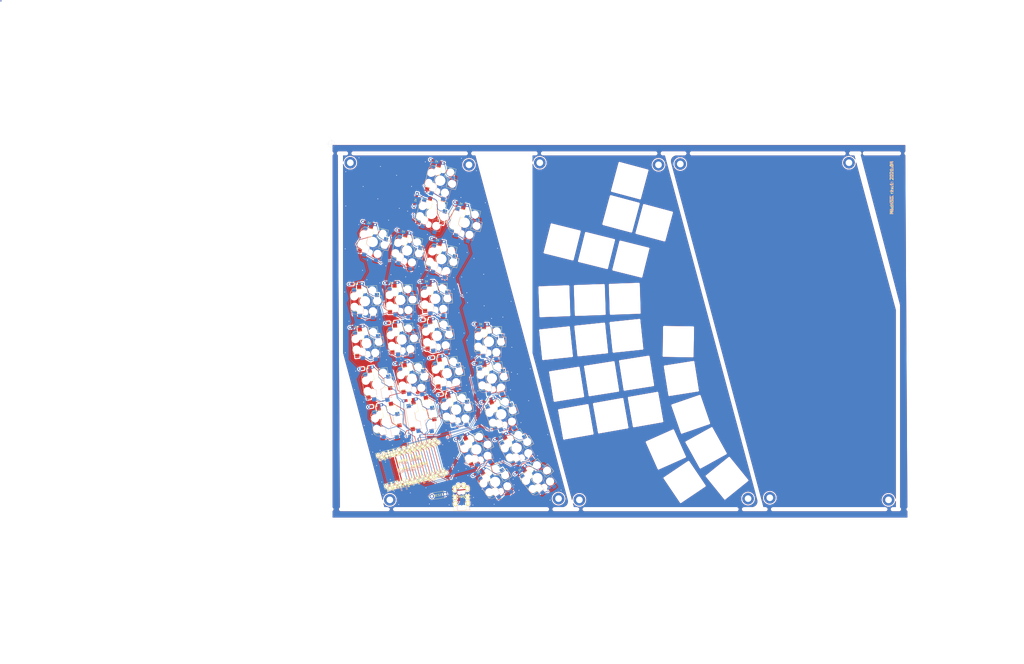
<source format=kicad_pcb>
(kicad_pcb (version 20171130) (host pcbnew "(5.1.5)-3")
  (layers (0 F.Cu signal) (31 B.Cu signal) (34 B.Paste user hide) (35 F.Paste user hide) (36 B.SilkS user) (37 F.SilkS user) (38 B.Mask user) (39 F.Mask user) (44 Edge.Cuts user))
  (net 0 "")
  (net 1 row_00)
  (net 2 "Net-(D6-Pad1)")
  (net 3 row_01)
  (net 4 "Net-(D12-Pad1)")
  (net 5 row_02)
  (net 6 "Net-(D16-Pad1)")
  (net 7 col_00)
  (net 8 GND)
  (net 9 rst)
  (net 10 "Net-(U1-Pad24)")
  (net 11 data)
  (net 12 "Net-(D18-Pad1)")
  (net 13 "Net-(D1-Pad1)")
  (net 14 "Net-(D2-Pad1)")
  (net 15 "Net-(D3-Pad1)")
  (net 16 "Net-(D4-Pad1)")
  (net 17 "Net-(D5-Pad1)")
  (net 18 "Net-(D7-Pad1)")
  (net 19 "Net-(D8-Pad1)")
  (net 20 "Net-(D9-Pad1)")
  (net 21 "Net-(D10-Pad1)")
  (net 22 "Net-(D11-Pad1)")
  (net 23 "Net-(D13-Pad1)")
  (net 24 "Net-(D14-Pad1)")
  (net 25 "Net-(D15-Pad1)")
  (net 26 "Net-(D17-Pad1)")
  (net 27 "Net-(D19-Pad1)")
  (net 28 row_03)
  (net 29 "Net-(D20-Pad1)")
  (net 30 "Net-(D21-Pad1)")
  (net 31 "Net-(D22-Pad1)")
  (net 32 "Net-(D23-Pad1)")
  (net 33 "Net-(D24-Pad1)")
  (net 34 "Net-(D25-Pad1)")
  (net 35 vcc)
  (net 36 col_01)
  (net 37 col_02)
  (net 38 col_03)
  (net 39 col_04)
  (net 40 col_06)
  (net 41 col_07)
  (net 42 "Net-(U1-Pad13)")
  (net 43 "Net-(U1-Pad12)")
  (net 44 "Net-(U1-Pad11)")
  (net 45 "Net-(U1-Pad6)")
  (net 46 "Net-(U1-Pad5)")
  (net 47 "Net-(U1-Pad1)")
  (module 0:CherryMX_Choc_Hotswap_Narrow (layer F.Cu) (at 36.29577 143.517293 100)
    (fp_text reference SW1 hide)
    (fp_text value KEY hide)
    (pad 1 smd rect (at -5.6 -5.08 280) (size 2 2) (layers F.Cu F.Paste F.Mask) (net 36 col_01))
    (pad "" np_thru_hole circle (at 3.81 -2.54 280) (size 3 3) (drill 3) (layers *.Cu *.Mask))
    (pad "" np_thru_hole circle (at -2.54 -5.08 280) (size 3 3) (drill 3) (layers *.Cu *.Mask))
    (pad 2 smd rect (at 6.9 -2.54 280) (size 2 2) (layers F.Cu F.Paste F.Mask) (net 13 "Net-(D1-Pad1)"))
    (pad "" np_thru_hole circle (at 5 3.7 10) (size 3 3) (drill 3) (layers *.Cu *.Mask))
    (pad 2 smd rect (at -2.8 5.9 280) (size 1.8 2) (layers F.Cu F.Paste F.Mask) (net 13 "Net-(D1-Pad1)"))
    (pad 1 smd rect (at 8.1 3.7 280) (size 2 2) (layers F.Cu F.Paste F.Mask) (net 36 col_01))
    (pad 1 smd rect (at -8.1 3.7 280) (size 2 2) (layers B.Cu B.Paste B.Mask) (net 36 col_01))
    (pad 2 smd rect (at 2.8 5.9 280) (size 1.9 2) (layers B.Cu B.Paste B.Mask) (net 13 "Net-(D1-Pad1)"))
    (pad "" np_thru_hole circle (at -5 3.7 190) (size 3 3) (drill 3) (layers *.Cu *.Mask))
    (pad "" np_thru_hole circle (at 0 5.9 190) (size 3 3) (drill 3) (layers *.Cu *.Mask))
    (pad 1 smd rect (at -6.9 -2.54 280) (size 2 2) (layers B.Cu B.Paste B.Mask) (net 36 col_01))
    (pad "" np_thru_hole circle (at 2.54 -5.08 280) (size 3 3) (drill 3) (layers *.Cu *.Mask))
    (pad "" np_thru_hole circle (at 0 0 190) (size 4 4) (drill 4) (layers *.Cu *.Mask))
    (pad "" np_thru_hole circle (at -5.5 0 190) (size 1.9 1.9) (drill 1.9) (layers *.Cu *.Mask))
    (pad "" np_thru_hole circle (at 5.5 0 190) (size 1.9 1.9) (drill 1.9) (layers *.Cu *.Mask))
    (pad "" np_thru_hole circle (at 5.08 0 100) (size 1.7 1.7) (drill 1.7) (layers *.Cu *.Mask))
    (pad "" np_thru_hole circle (at -5.08 0 100) (size 1.7 1.7) (drill 1.7) (layers *.Cu *.Mask))
    (pad "" np_thru_hole circle (at -3.81 -2.54 280) (size 3 3) (drill 3) (layers *.Cu *.Mask))
    (pad 2 smd rect (at 5.6 -5.08 280) (size 2 2) (layers B.Cu B.Paste B.Mask) (net 13 "Net-(D1-Pad1)"))
  )
  (module 0:MountingHole_3.2mm_M3_DIN965_Pad (layer F.Cu) (at 258.4484 19 15)
    (fp_text reference REF**)
    (fp_text value MountingHole_3.2mm_M3_DIN965_Pad)
    (pad 1 thru_hole circle (at 0 0 15) (size 5.6 5.6) (drill 3.2) (layers *.Cu *.Mask))
  )
  (module 0:MountingHole_3.2mm_M3_DIN965_Pad (layer F.Cu) (at 277.4484 181 285)
    (fp_text reference REF**)
    (fp_text value MountingHole_3.2mm_M3_DIN965_Pad)
    (pad 1 thru_hole circle (at 0 0 285) (size 5.6 5.6) (drill 3.2) (layers *.Cu *.Mask))
  )
  (module 0:MountingHole_3.2mm_M3_DIN965_Pad (layer F.Cu) (at 177.4484 19.6 285)
    (fp_text reference REF**)
    (fp_text value MountingHole_3.2mm_M3_DIN965_Pad)
    (pad 1 thru_hole circle (at 0 0 285) (size 5.6 5.6) (drill 3.2) (layers *.Cu *.Mask))
  )
  (module 0:MountingHole_3.2mm_M3_DIN965_Pad (layer F.Cu) (at 220.4484 180 285)
    (fp_text reference REF**)
    (fp_text value MountingHole_3.2mm_M3_DIN965_Pad)
    (pad 1 thru_hole circle (at 0 0 285) (size 5.6 5.6) (drill 3.2) (layers *.Cu *.Mask))
  )
  (module 0:MountingHole_3.2mm_M3_DIN965_Pad (layer F.Cu) (at 110 19 105)
    (fp_text reference REF**)
    (fp_text value MountingHole_3.2mm_M3_DIN965_Pad)
    (pad 1 thru_hole circle (at 0 0 105) (size 5.6 5.6) (drill 3.2) (layers *.Cu *.Mask))
  )
  (module 0:MountingHole_3.2mm_M3_DIN965_Pad (layer F.Cu) (at 129 181 195)
    (fp_text reference REF**)
    (fp_text value MountingHole_3.2mm_M3_DIN965_Pad)
    (pad 1 thru_hole circle (at 0 0 195) (size 5.6 5.6) (drill 3.2) (layers *.Cu *.Mask))
  )
  (module 0:MountingHole_3.2mm_M3_DIN965_Pad (layer F.Cu) (at 167 20 105)
    (fp_text reference REF**)
    (fp_text value MountingHole_3.2mm_M3_DIN965_Pad)
    (pad 1 thru_hole circle (at 0 0 105) (size 5.6 5.6) (drill 3.2) (layers *.Cu *.Mask))
  )
  (module 0:MountingHole_3.2mm_M3_DIN965_Pad (layer F.Cu) (at 210 180.4 105)
    (fp_text reference REF**)
    (fp_text value MountingHole_3.2mm_M3_DIN965_Pad)
    (pad 1 thru_hole circle (at 0 0 105) (size 5.6 5.6) (drill 3.2) (layers *.Cu *.Mask))
  )
  (module 0:MountingHole_3.2mm_M3_DIN965_Pad (layer F.Cu) (at 75.9996 20 105)
    (fp_text reference REF**)
    (fp_text value MountingHole_3.2mm_M3_DIN965_Pad)
    (pad 1 thru_hole circle (at 0 0 105) (size 5.6 5.6) (drill 3.2) (layers *.Cu *.Mask))
  )
  (module 0:MountingHole_3.2mm_M3_DIN965_Pad (layer F.Cu) (at 18.9996 19 105)
    (fp_text reference REF**)
    (fp_text value MountingHole_3.2mm_M3_DIN965_Pad)
    (pad 1 thru_hole circle (at 0 0 105) (size 5.6 5.6) (drill 3.2) (layers *.Cu *.Mask))
  )
  (module 0:MountingHole_3.2mm_M3_DIN965_Pad (layer F.Cu) (at 37.9996 181 195)
    (fp_text reference REF**)
    (fp_text value MountingHole_3.2mm_M3_DIN965_Pad)
    (pad 1 thru_hole circle (at 0 0 195) (size 5.6 5.6) (drill 3.2) (layers *.Cu *.Mask))
  )
  (module 0:MountingHole_3.2mm_M3_DIN965_Pad (layer F.Cu) (at 118.9996 180.4 105)
    (fp_text reference REF**)
    (fp_text value MountingHole_3.2mm_M3_DIN965_Pad)
    (pad 1 thru_hole circle (at 0 0 105) (size 5.6 5.6) (drill 3.2) (layers *.Cu *.Mask))
  )
  (module 0:D3_TH_SMD_v2 (layer F.Cu) (at 44.487219 52.049841 166)
    (fp_text reference D11 hide)
    (fp_text value DIODE hide)
    (pad 1 thru_hole rect (at -3 0 166) (size 1.778 1.3) (drill 0.8128) (layers *.Cu B.Mask) (net 22 "Net-(D11-Pad1)"))
    (pad 2 thru_hole oval (at 3 0 166) (size 1.778 1.3) (drill 0.8128) (layers *.Cu B.Mask) (net 3 row_01))
    (pad 1 smd rect (at -1.775 0 346) (size 1.4 1.3) (layers F.Cu F.Paste F.Mask) (net 22 "Net-(D11-Pad1)"))
    (pad 2 smd rect (at 1.775 0 346) (size 1.4 1.3) (layers F.Cu F.Paste F.Mask) (net 3 row_01))
  )
  (module 0:D3_TH_SMD_v2 (layer F.Cu) (at 38.601274 76.636047 182)
    (fp_text reference D10 hide)
    (fp_text value DIODE hide)
    (pad 1 thru_hole rect (at -3 0 182) (size 1.778 1.3) (drill 0.8128) (layers *.Cu B.Mask) (net 21 "Net-(D10-Pad1)"))
    (pad 2 thru_hole oval (at 3 0 182) (size 1.778 1.3) (drill 0.8128) (layers *.Cu B.Mask) (net 3 row_01))
    (pad 1 smd rect (at -1.775 0 2) (size 1.4 1.3) (layers F.Cu F.Paste F.Mask) (net 21 "Net-(D10-Pad1)"))
    (pad 2 smd rect (at 1.775 0 2) (size 1.4 1.3) (layers F.Cu F.Paste F.Mask) (net 3 row_01))
  )
  (module 0:D3_TH_SMD_v2 (layer F.Cu) (at 27.99219 47.937166 166)
    (fp_text reference D5 hide)
    (fp_text value DIODE hide)
    (pad 1 thru_hole rect (at -3 0 166) (size 1.778 1.3) (drill 0.8128) (layers *.Cu B.Mask) (net 17 "Net-(D5-Pad1)"))
    (pad 2 thru_hole oval (at 3 0 166) (size 1.778 1.3) (drill 0.8128) (layers *.Cu B.Mask) (net 1 row_00))
    (pad 1 smd rect (at -1.775 0 346) (size 1.4 1.3) (layers F.Cu F.Paste F.Mask) (net 17 "Net-(D5-Pad1)"))
    (pad 2 smd rect (at 1.775 0 346) (size 1.4 1.3) (layers F.Cu F.Paste F.Mask) (net 1 row_00))
  )
  (module 0:CherryMX_Choc_Hotswap_Narrow (layer F.Cu) (at 85.525045 104.96429 89)
    (fp_text reference SW25 hide)
    (fp_text value KEY hide)
    (pad 1 smd rect (at -5.6 -5.08 269) (size 2 2) (layers F.Cu F.Paste F.Mask) (net 41 col_07))
    (pad "" np_thru_hole circle (at 3.81 -2.54 269) (size 3 3) (drill 3) (layers *.Cu *.Mask))
    (pad "" np_thru_hole circle (at -2.54 -5.08 269) (size 3 3) (drill 3) (layers *.Cu *.Mask))
    (pad 2 smd rect (at 6.9 -2.54 269) (size 2 2) (layers F.Cu F.Paste F.Mask) (net 34 "Net-(D25-Pad1)"))
    (pad "" np_thru_hole circle (at 5 3.7 359) (size 3 3) (drill 3) (layers *.Cu *.Mask))
    (pad 2 smd rect (at -2.8 5.9 269) (size 1.8 2) (layers F.Cu F.Paste F.Mask) (net 34 "Net-(D25-Pad1)"))
    (pad 1 smd rect (at 8.1 3.7 269) (size 2 2) (layers F.Cu F.Paste F.Mask) (net 41 col_07))
    (pad 1 smd rect (at -8.1 3.7 269) (size 2 2) (layers B.Cu B.Paste B.Mask) (net 41 col_07))
    (pad 2 smd rect (at 2.8 5.9 269) (size 1.9 2) (layers B.Cu B.Paste B.Mask) (net 34 "Net-(D25-Pad1)"))
    (pad "" np_thru_hole circle (at -5 3.7 179) (size 3 3) (drill 3) (layers *.Cu *.Mask))
    (pad "" np_thru_hole circle (at 0 5.9 179) (size 3 3) (drill 3) (layers *.Cu *.Mask))
    (pad 1 smd rect (at -6.9 -2.54 269) (size 2 2) (layers B.Cu B.Paste B.Mask) (net 41 col_07))
    (pad "" np_thru_hole circle (at 2.54 -5.08 269) (size 3 3) (drill 3) (layers *.Cu *.Mask))
    (pad "" np_thru_hole circle (at 0 0 179) (size 4 4) (drill 4) (layers *.Cu *.Mask))
    (pad "" np_thru_hole circle (at -5.5 0 179) (size 1.9 1.9) (drill 1.9) (layers *.Cu *.Mask))
    (pad "" np_thru_hole circle (at 5.5 0 179) (size 1.9 1.9) (drill 1.9) (layers *.Cu *.Mask))
    (pad "" np_thru_hole circle (at 5.08 0 89) (size 1.7 1.7) (drill 1.7) (layers *.Cu *.Mask))
    (pad "" np_thru_hole circle (at -5.08 0 89) (size 1.7 1.7) (drill 1.7) (layers *.Cu *.Mask))
    (pad "" np_thru_hole circle (at -3.81 -2.54 269) (size 3 3) (drill 3) (layers *.Cu *.Mask))
    (pad 2 smd rect (at 5.6 -5.08 269) (size 2 2) (layers B.Cu B.Paste B.Mask) (net 34 "Net-(D25-Pad1)"))
  )
  (module 0:D3_TH_SMD_v2 (layer F.Cu) (at 43.461952 115.112187 189)
    (fp_text reference D8 hide)
    (fp_text value DIODE hide)
    (pad 1 thru_hole rect (at -3 0 189) (size 1.778 1.3) (drill 0.8128) (layers *.Cu B.Mask) (net 19 "Net-(D8-Pad1)"))
    (pad 2 thru_hole oval (at 3 0 189) (size 1.778 1.3) (drill 0.8128) (layers *.Cu B.Mask) (net 3 row_01))
    (pad 1 smd rect (at -1.775 0 9) (size 1.4 1.3) (layers F.Cu F.Paste F.Mask) (net 19 "Net-(D8-Pad1)"))
    (pad 2 smd rect (at 1.775 0 9) (size 1.4 1.3) (layers F.Cu F.Paste F.Mask) (net 3 row_01))
  )
  (module 0:D3_TH_SMD_v2 (layer F.Cu) (at 60.510053 18.359534 165)
    (fp_text reference D6 hide)
    (fp_text value DIODE hide)
    (pad 1 thru_hole rect (at -3 0 165) (size 1.778 1.3) (drill 0.8128) (layers *.Cu B.Mask) (net 2 "Net-(D6-Pad1)"))
    (pad 2 thru_hole oval (at 3 0 165) (size 1.778 1.3) (drill 0.8128) (layers *.Cu B.Mask) (net 1 row_00))
    (pad 1 smd rect (at -1.775 0 345) (size 1.4 1.3) (layers F.Cu F.Paste F.Mask) (net 2 "Net-(D6-Pad1)"))
    (pad 2 smd rect (at 1.775 0 345) (size 1.4 1.3) (layers F.Cu F.Paste F.Mask) (net 1 row_00))
  )
  (module 0:D3_TH_SMD_v2 (layer F.Cu) (at 30.880528 135.84102 190)
    (fp_text reference D1 hide)
    (fp_text value DIODE hide)
    (pad 1 thru_hole rect (at -3 0 190) (size 1.778 1.3) (drill 0.8128) (layers *.Cu B.Mask) (net 13 "Net-(D1-Pad1)"))
    (pad 2 thru_hole oval (at 3 0 190) (size 1.778 1.3) (drill 0.8128) (layers *.Cu B.Mask) (net 1 row_00))
    (pad 1 smd rect (at -1.775 0 10) (size 1.4 1.3) (layers F.Cu F.Paste F.Mask) (net 13 "Net-(D1-Pad1)"))
    (pad 2 smd rect (at 1.775 0 10) (size 1.4 1.3) (layers F.Cu F.Paste F.Mask) (net 1 row_00))
  )
  (module 0:CherryMX_Choc_Hotswap_Narrow (layer F.Cu) (at 53.037501 140.565273 100)
    (fp_text reference SW7 hide)
    (fp_text value KEY hide)
    (pad 1 smd rect (at -5.6 -5.08 280) (size 2 2) (layers F.Cu F.Paste F.Mask) (net 36 col_01))
    (pad "" np_thru_hole circle (at 3.81 -2.54 280) (size 3 3) (drill 3) (layers *.Cu *.Mask))
    (pad "" np_thru_hole circle (at -2.54 -5.08 280) (size 3 3) (drill 3) (layers *.Cu *.Mask))
    (pad 2 smd rect (at 6.9 -2.54 280) (size 2 2) (layers F.Cu F.Paste F.Mask) (net 18 "Net-(D7-Pad1)"))
    (pad "" np_thru_hole circle (at 5 3.7 10) (size 3 3) (drill 3) (layers *.Cu *.Mask))
    (pad 2 smd rect (at -2.8 5.9 280) (size 1.8 2) (layers F.Cu F.Paste F.Mask) (net 18 "Net-(D7-Pad1)"))
    (pad 1 smd rect (at 8.1 3.7 280) (size 2 2) (layers F.Cu F.Paste F.Mask) (net 36 col_01))
    (pad 1 smd rect (at -8.1 3.7 280) (size 2 2) (layers B.Cu B.Paste B.Mask) (net 36 col_01))
    (pad 2 smd rect (at 2.8 5.9 280) (size 1.9 2) (layers B.Cu B.Paste B.Mask) (net 18 "Net-(D7-Pad1)"))
    (pad "" np_thru_hole circle (at -5 3.7 190) (size 3 3) (drill 3) (layers *.Cu *.Mask))
    (pad "" np_thru_hole circle (at 0 5.9 190) (size 3 3) (drill 3) (layers *.Cu *.Mask))
    (pad 1 smd rect (at -6.9 -2.54 280) (size 2 2) (layers B.Cu B.Paste B.Mask) (net 36 col_01))
    (pad "" np_thru_hole circle (at 2.54 -5.08 280) (size 3 3) (drill 3) (layers *.Cu *.Mask))
    (pad "" np_thru_hole circle (at 0 0 190) (size 4 4) (drill 4) (layers *.Cu *.Mask))
    (pad "" np_thru_hole circle (at -5.5 0 190) (size 1.9 1.9) (drill 1.9) (layers *.Cu *.Mask))
    (pad "" np_thru_hole circle (at 5.5 0 190) (size 1.9 1.9) (drill 1.9) (layers *.Cu *.Mask))
    (pad "" np_thru_hole circle (at 5.08 0 100) (size 1.7 1.7) (drill 1.7) (layers *.Cu *.Mask))
    (pad "" np_thru_hole circle (at -5.08 0 100) (size 1.7 1.7) (drill 1.7) (layers *.Cu *.Mask))
    (pad "" np_thru_hole circle (at -3.81 -2.54 280) (size 3 3) (drill 3) (layers *.Cu *.Mask))
    (pad 2 smd rect (at 5.6 -5.08 280) (size 2 2) (layers B.Cu B.Paste B.Mask) (net 18 "Net-(D7-Pad1)"))
  )
  (module 0:D3_TH_SMD_v2 (layer F.Cu) (at 72.436632 150.653468 204)
    (fp_text reference D20 hide)
    (fp_text value DIODE hide)
    (pad 1 thru_hole rect (at -3 0 204) (size 1.778 1.3) (drill 0.8128) (layers *.Cu B.Mask) (net 29 "Net-(D20-Pad1)"))
    (pad 2 thru_hole oval (at 3 0 204) (size 1.778 1.3) (drill 0.8128) (layers *.Cu B.Mask) (net 28 row_03))
    (pad 1 smd rect (at -1.775 0 24) (size 1.4 1.3) (layers F.Cu F.Paste F.Mask) (net 29 "Net-(D20-Pad1)"))
    (pad 2 smd rect (at 1.775 0 24) (size 1.4 1.3) (layers F.Cu F.Paste F.Mask) (net 28 row_03))
  )
  (module 0:CherryMX_Choc_Hotswap_Narrow (layer F.Cu) (at 108.896479 170.604027 129)
    (fp_text reference SW21 hide)
    (fp_text value KEY hide)
    (pad 1 smd rect (at -5.6 -5.08 309) (size 2 2) (layers F.Cu F.Paste F.Mask) (net 37 col_02))
    (pad "" np_thru_hole circle (at 3.81 -2.54 309) (size 3 3) (drill 3) (layers *.Cu *.Mask))
    (pad "" np_thru_hole circle (at -2.54 -5.08 309) (size 3 3) (drill 3) (layers *.Cu *.Mask))
    (pad 2 smd rect (at 6.9 -2.54 309) (size 2 2) (layers F.Cu F.Paste F.Mask) (net 30 "Net-(D21-Pad1)"))
    (pad "" np_thru_hole circle (at 5 3.7 39) (size 3 3) (drill 3) (layers *.Cu *.Mask))
    (pad 2 smd rect (at -2.8 5.9 309) (size 1.8 2) (layers F.Cu F.Paste F.Mask) (net 30 "Net-(D21-Pad1)"))
    (pad 1 smd rect (at 8.1 3.7 309) (size 2 2) (layers F.Cu F.Paste F.Mask) (net 37 col_02))
    (pad 1 smd rect (at -8.1 3.7 309) (size 2 2) (layers B.Cu B.Paste B.Mask) (net 37 col_02))
    (pad 2 smd rect (at 2.8 5.9 309) (size 1.9 2) (layers B.Cu B.Paste B.Mask) (net 30 "Net-(D21-Pad1)"))
    (pad "" np_thru_hole circle (at -5 3.7 219) (size 3 3) (drill 3) (layers *.Cu *.Mask))
    (pad "" np_thru_hole circle (at 0 5.9 219) (size 3 3) (drill 3) (layers *.Cu *.Mask))
    (pad 1 smd rect (at -6.9 -2.54 309) (size 2 2) (layers B.Cu B.Paste B.Mask) (net 37 col_02))
    (pad "" np_thru_hole circle (at 2.54 -5.08 309) (size 3 3) (drill 3) (layers *.Cu *.Mask))
    (pad "" np_thru_hole circle (at 0 0 219) (size 4 4) (drill 4) (layers *.Cu *.Mask))
    (pad "" np_thru_hole circle (at -5.5 0 219) (size 1.9 1.9) (drill 1.9) (layers *.Cu *.Mask))
    (pad "" np_thru_hole circle (at 5.5 0 219) (size 1.9 1.9) (drill 1.9) (layers *.Cu *.Mask))
    (pad "" np_thru_hole circle (at 5.08 0 129) (size 1.7 1.7) (drill 1.7) (layers *.Cu *.Mask))
    (pad "" np_thru_hole circle (at -5.08 0 129) (size 1.7 1.7) (drill 1.7) (layers *.Cu *.Mask))
    (pad "" np_thru_hole circle (at -3.81 -2.54 309) (size 3 3) (drill 3) (layers *.Cu *.Mask))
    (pad 2 smd rect (at 5.6 -5.08 309) (size 2 2) (layers B.Cu B.Paste B.Mask) (net 30 "Net-(D21-Pad1)"))
  )
  (module 0:D3_TH_SMD_v2 (layer F.Cu) (at 72.210805 38.687904 165)
    (fp_text reference D18 hide)
    (fp_text value DIODE hide)
    (pad 1 thru_hole rect (at -3 0 165) (size 1.778 1.3) (drill 0.8128) (layers *.Cu B.Mask) (net 12 "Net-(D18-Pad1)"))
    (pad 2 thru_hole oval (at 3 0 165) (size 1.778 1.3) (drill 0.8128) (layers *.Cu B.Mask) (net 5 row_02))
    (pad 1 smd rect (at -1.775 0 345) (size 1.4 1.3) (layers F.Cu F.Paste F.Mask) (net 12 "Net-(D18-Pad1)"))
    (pad 2 smd rect (at 1.775 0 345) (size 1.4 1.3) (layers F.Cu F.Paste F.Mask) (net 5 row_02))
  )
  (module 0:CherryMX_Choc_Hotswap_Narrow (layer F.Cu) (at 79.52167 156.781519 114)
    (fp_text reference SW20 hide)
    (fp_text value KEY hide)
    (pad 1 smd rect (at -5.6 -5.08 294) (size 2 2) (layers F.Cu F.Paste F.Mask) (net 36 col_01))
    (pad "" np_thru_hole circle (at 3.81 -2.54 294) (size 3 3) (drill 3) (layers *.Cu *.Mask))
    (pad "" np_thru_hole circle (at -2.54 -5.08 294) (size 3 3) (drill 3) (layers *.Cu *.Mask))
    (pad 2 smd rect (at 6.9 -2.54 294) (size 2 2) (layers F.Cu F.Paste F.Mask) (net 29 "Net-(D20-Pad1)"))
    (pad "" np_thru_hole circle (at 5 3.7 24) (size 3 3) (drill 3) (layers *.Cu *.Mask))
    (pad 2 smd rect (at -2.8 5.9 294) (size 1.8 2) (layers F.Cu F.Paste F.Mask) (net 29 "Net-(D20-Pad1)"))
    (pad 1 smd rect (at 8.1 3.7 294) (size 2 2) (layers F.Cu F.Paste F.Mask) (net 36 col_01))
    (pad 1 smd rect (at -8.1 3.7 294) (size 2 2) (layers B.Cu B.Paste B.Mask) (net 36 col_01))
    (pad 2 smd rect (at 2.8 5.9 294) (size 1.9 2) (layers B.Cu B.Paste B.Mask) (net 29 "Net-(D20-Pad1)"))
    (pad "" np_thru_hole circle (at -5 3.7 204) (size 3 3) (drill 3) (layers *.Cu *.Mask))
    (pad "" np_thru_hole circle (at 0 5.9 204) (size 3 3) (drill 3) (layers *.Cu *.Mask))
    (pad 1 smd rect (at -6.9 -2.54 294) (size 2 2) (layers B.Cu B.Paste B.Mask) (net 36 col_01))
    (pad "" np_thru_hole circle (at 2.54 -5.08 294) (size 3 3) (drill 3) (layers *.Cu *.Mask))
    (pad "" np_thru_hole circle (at 0 0 204) (size 4 4) (drill 4) (layers *.Cu *.Mask))
    (pad "" np_thru_hole circle (at -5.5 0 204) (size 1.9 1.9) (drill 1.9) (layers *.Cu *.Mask))
    (pad "" np_thru_hole circle (at 5.5 0 204) (size 1.9 1.9) (drill 1.9) (layers *.Cu *.Mask))
    (pad "" np_thru_hole circle (at 5.08 0 114) (size 1.7 1.7) (drill 1.7) (layers *.Cu *.Mask))
    (pad "" np_thru_hole circle (at -5.08 0 114) (size 1.7 1.7) (drill 1.7) (layers *.Cu *.Mask))
    (pad "" np_thru_hole circle (at -3.81 -2.54 294) (size 3 3) (drill 3) (layers *.Cu *.Mask))
    (pad 2 smd rect (at 5.6 -5.08 294) (size 2 2) (layers B.Cu B.Paste B.Mask) (net 29 "Net-(D20-Pad1)"))
  )
  (module 0:D3_TH_SMD_v2 (layer F.Cu) (at 64.363992 129.93698 190)
    (fp_text reference D13 hide)
    (fp_text value DIODE hide)
    (pad 1 thru_hole rect (at -3 0 190) (size 1.778 1.3) (drill 0.8128) (layers *.Cu B.Mask) (net 23 "Net-(D13-Pad1)"))
    (pad 2 thru_hole oval (at 3 0 190) (size 1.778 1.3) (drill 0.8128) (layers *.Cu B.Mask) (net 5 row_02))
    (pad 1 smd rect (at -1.775 0 10) (size 1.4 1.3) (layers F.Cu F.Paste F.Mask) (net 23 "Net-(D13-Pad1)"))
    (pad 2 smd rect (at 1.775 0 10) (size 1.4 1.3) (layers F.Cu F.Paste F.Mask) (net 5 row_02))
  )
  (module 0:D3_TH_SMD_v2 (layer F.Cu) (at 26.598516 117.672922 189)
    (fp_text reference D2 hide)
    (fp_text value DIODE hide)
    (pad 1 thru_hole rect (at -3 0 189) (size 1.778 1.3) (drill 0.8128) (layers *.Cu B.Mask) (net 14 "Net-(D2-Pad1)"))
    (pad 2 thru_hole oval (at 3 0 189) (size 1.778 1.3) (drill 0.8128) (layers *.Cu B.Mask) (net 1 row_00))
    (pad 1 smd rect (at -1.775 0 9) (size 1.4 1.3) (layers F.Cu F.Paste F.Mask) (net 14 "Net-(D2-Pad1)"))
    (pad 2 smd rect (at 1.775 0 9) (size 1.4 1.3) (layers F.Cu F.Paste F.Mask) (net 1 row_00))
  )
  (module 0:D3_TH_SMD_v2 (layer F.Cu) (at 100.427 166.607 219)
    (fp_text reference D21 hide)
    (fp_text value DIODE hide)
    (pad 1 thru_hole rect (at -3 0 219) (size 1.778 1.3) (drill 0.8128) (layers *.Cu B.Mask) (net 30 "Net-(D21-Pad1)"))
    (pad 2 thru_hole oval (at 3 0 219) (size 1.778 1.3) (drill 0.8128) (layers *.Cu B.Mask) (net 28 row_03))
    (pad 1 smd rect (at -1.775 0 39) (size 1.4 1.3) (layers F.Cu F.Paste F.Mask) (net 30 "Net-(D21-Pad1)"))
    (pad 2 smd rect (at 1.775 0 39) (size 1.4 1.3) (layers F.Cu F.Paste F.Mask) (net 28 row_03))
  )
  (module 0:D3_TH_SMD_v2 (layer F.Cu) (at 50.339732 36.950245 255)
    (fp_text reference D12 hide)
    (fp_text value DIODE hide)
    (pad 1 thru_hole rect (at -3 0 255) (size 1.778 1.3) (drill 0.8128) (layers *.Cu B.Mask) (net 4 "Net-(D12-Pad1)"))
    (pad 2 thru_hole oval (at 3 0 255) (size 1.778 1.3) (drill 0.8128) (layers *.Cu B.Mask) (net 3 row_01))
    (pad 1 smd rect (at -1.775 0 75) (size 1.4 1.3) (layers F.Cu F.Paste F.Mask) (net 4 "Net-(D12-Pad1)"))
    (pad 2 smd rect (at 1.775 0 75) (size 1.4 1.3) (layers F.Cu F.Paste F.Mask) (net 3 row_01))
  )
  (module 0:MJ-4PP-9 (layer F.Cu) (at 71.686009 186.048315 182)
    (fp_text reference J1)
    (fp_text value TRRS hide)
    (fp_text user TRRS (at -0.75 6.45 2) (layer F.SilkS))
    (fp_text user TRRS (at -0.75 6.45 2) (layer F.SilkS))
    (pad S thru_hole oval (at -2.1 11.8 182) (size 1.7 2.5) (drill oval 1 1.5) (layers *.Cu *.Mask F.SilkS) (net 11 data) (clearance 0.15))
    (pad T thru_hole oval (at 2.1 10.3 182) (size 1.7 2.5) (drill oval 1 1.5) (layers *.Cu *.Mask F.SilkS) (net 35 vcc) (clearance 0.15))
    (pad R1 thru_hole oval (at 2.1 6.3 182) (size 1.7 2.5) (drill oval 1 1.5) (layers *.Cu *.Mask F.SilkS) (net 8 GND))
    (pad R2 thru_hole oval (at 2.1 3.3 182) (size 1.7 2.5) (drill oval 1 1.5) (layers *.Cu *.Mask F.SilkS) (net 11 data))
    (pad "" np_thru_hole circle (at 0 8.5 182) (size 1.2 1.2) (drill 1.2) (layers *.Cu *.Mask F.SilkS))
    (pad "" np_thru_hole circle (at 0 1.5 182) (size 1.2 1.2) (drill 1.2) (layers *.Cu *.Mask F.SilkS))
    (pad R1 thru_hole oval (at -3.85 6.3 182) (size 1.7 2.5) (drill oval 1 1.5) (layers *.Cu *.Mask F.SilkS) (net 8 GND))
    (pad R2 thru_hole oval (at -3.85 3.3 182) (size 1.7 2.5) (drill oval 1 1.5) (layers *.Cu *.Mask F.SilkS) (net 11 data))
    (pad S thru_hole oval (at 0.35 11.8 182) (size 1.7 2.5) (drill oval 1 1.5) (layers *.Cu *.Mask F.SilkS) (net 11 data) (clearance 0.15))
    (pad T thru_hole oval (at -3.85 10.3 182) (size 1.7 2.5) (drill oval 1 1.5) (layers *.Cu *.Mask F.SilkS) (net 35 vcc) (clearance 0.15))
    (pad "" np_thru_hole circle (at -1.75 1.5 182) (size 1.2 1.2) (drill 1.2) (layers *.Cu *.Mask F.SilkS))
    (pad "" np_thru_hole circle (at -1.75 8.5 182) (size 1.2 1.2) (drill 1.2) (layers *.Cu *.Mask F.SilkS))
  )
  (module 0:D3_TH_SMD_v2 (layer F.Cu) (at 21.611631 77.229337 182)
    (fp_text reference D4 hide)
    (fp_text value DIODE hide)
    (pad 1 thru_hole rect (at -3 0 182) (size 1.778 1.3) (drill 0.8128) (layers *.Cu B.Mask) (net 16 "Net-(D4-Pad1)"))
    (pad 2 thru_hole oval (at 3 0 182) (size 1.778 1.3) (drill 0.8128) (layers *.Cu B.Mask) (net 1 row_00))
    (pad 1 smd rect (at -1.775 0 2) (size 1.4 1.3) (layers F.Cu F.Paste F.Mask) (net 16 "Net-(D4-Pad1)"))
    (pad 2 smd rect (at 1.775 0 2) (size 1.4 1.3) (layers F.Cu F.Paste F.Mask) (net 1 row_00))
  )
  (module 0:D3_TH_SMD_v2 (layer F.Cu) (at 39.019909 95.779621 186)
    (fp_text reference D9 hide)
    (fp_text value DIODE hide)
    (pad 1 thru_hole rect (at -3 0 186) (size 1.778 1.3) (drill 0.8128) (layers *.Cu B.Mask) (net 20 "Net-(D9-Pad1)"))
    (pad 2 thru_hole oval (at 3 0 186) (size 1.778 1.3) (drill 0.8128) (layers *.Cu B.Mask) (net 3 row_01))
    (pad 1 smd rect (at -1.775 0 6) (size 1.4 1.3) (layers F.Cu F.Paste F.Mask) (net 20 "Net-(D9-Pad1)"))
    (pad 2 smd rect (at 1.775 0 6) (size 1.4 1.3) (layers F.Cu F.Paste F.Mask) (net 3 row_01))
  )
  (module 0:D3_TH_SMD_v2 (layer F.Cu) (at 21.915402 97.82875 186)
    (fp_text reference D3 hide)
    (fp_text value DIODE hide)
    (pad 1 thru_hole rect (at -3 0 186) (size 1.778 1.3) (drill 0.8128) (layers *.Cu B.Mask) (net 15 "Net-(D3-Pad1)"))
    (pad 2 thru_hole oval (at 3 0 186) (size 1.778 1.3) (drill 0.8128) (layers *.Cu B.Mask) (net 1 row_00))
    (pad 1 smd rect (at -1.775 0 6) (size 1.4 1.3) (layers F.Cu F.Paste F.Mask) (net 15 "Net-(D3-Pad1)"))
    (pad 2 smd rect (at 1.775 0 6) (size 1.4 1.3) (layers F.Cu F.Paste F.Mask) (net 1 row_00))
  )
  (module 0:CherryMX_Choc_Hotswap_Narrow (layer F.Cu) (at 91.46576 139.880573 109)
    (fp_text reference SW23 hide)
    (fp_text value KEY hide)
    (pad 1 smd rect (at -5.6 -5.08 289) (size 2 2) (layers F.Cu F.Paste F.Mask) (net 39 col_04))
    (pad "" np_thru_hole circle (at 3.81 -2.54 289) (size 3 3) (drill 3) (layers *.Cu *.Mask))
    (pad "" np_thru_hole circle (at -2.54 -5.08 289) (size 3 3) (drill 3) (layers *.Cu *.Mask))
    (pad 2 smd rect (at 6.9 -2.54 289) (size 2 2) (layers F.Cu F.Paste F.Mask) (net 32 "Net-(D23-Pad1)"))
    (pad "" np_thru_hole circle (at 5 3.7 19) (size 3 3) (drill 3) (layers *.Cu *.Mask))
    (pad 2 smd rect (at -2.8 5.9 289) (size 1.8 2) (layers F.Cu F.Paste F.Mask) (net 32 "Net-(D23-Pad1)"))
    (pad 1 smd rect (at 8.1 3.7 289) (size 2 2) (layers F.Cu F.Paste F.Mask) (net 39 col_04))
    (pad 1 smd rect (at -8.1 3.7 289) (size 2 2) (layers B.Cu B.Paste B.Mask) (net 39 col_04))
    (pad 2 smd rect (at 2.8 5.9 289) (size 1.9 2) (layers B.Cu B.Paste B.Mask) (net 32 "Net-(D23-Pad1)"))
    (pad "" np_thru_hole circle (at -5 3.7 199) (size 3 3) (drill 3) (layers *.Cu *.Mask))
    (pad "" np_thru_hole circle (at 0 5.9 199) (size 3 3) (drill 3) (layers *.Cu *.Mask))
    (pad 1 smd rect (at -6.9 -2.54 289) (size 2 2) (layers B.Cu B.Paste B.Mask) (net 39 col_04))
    (pad "" np_thru_hole circle (at 2.54 -5.08 289) (size 3 3) (drill 3) (layers *.Cu *.Mask))
    (pad "" np_thru_hole circle (at 0 0 199) (size 4 4) (drill 4) (layers *.Cu *.Mask))
    (pad "" np_thru_hole circle (at -5.5 0 199) (size 1.9 1.9) (drill 1.9) (layers *.Cu *.Mask))
    (pad "" np_thru_hole circle (at 5.5 0 199) (size 1.9 1.9) (drill 1.9) (layers *.Cu *.Mask))
    (pad "" np_thru_hole circle (at 5.08 0 109) (size 1.7 1.7) (drill 1.7) (layers *.Cu *.Mask))
    (pad "" np_thru_hole circle (at -5.08 0 109) (size 1.7 1.7) (drill 1.7) (layers *.Cu *.Mask))
    (pad "" np_thru_hole circle (at -3.81 -2.54 289) (size 3 3) (drill 3) (layers *.Cu *.Mask))
    (pad 2 smd rect (at 5.6 -5.08 289) (size 2 2) (layers B.Cu B.Paste B.Mask) (net 32 "Net-(D23-Pad1)"))
  )
  (module 0:CherryMX_Choc_Hotswap_Narrow (layer F.Cu) (at 43.698037 103.935301 96)
    (fp_text reference SW9 hide)
    (fp_text value KEY hide)
    (pad 1 smd rect (at -5.6 -5.08 276) (size 2 2) (layers F.Cu F.Paste F.Mask) (net 38 col_03))
    (pad "" np_thru_hole circle (at 3.81 -2.54 276) (size 3 3) (drill 3) (layers *.Cu *.Mask))
    (pad "" np_thru_hole circle (at -2.54 -5.08 276) (size 3 3) (drill 3) (layers *.Cu *.Mask))
    (pad 2 smd rect (at 6.9 -2.54 276) (size 2 2) (layers F.Cu F.Paste F.Mask) (net 20 "Net-(D9-Pad1)"))
    (pad "" np_thru_hole circle (at 5 3.7 6) (size 3 3) (drill 3) (layers *.Cu *.Mask))
    (pad 2 smd rect (at -2.8 5.9 276) (size 1.8 2) (layers F.Cu F.Paste F.Mask) (net 20 "Net-(D9-Pad1)"))
    (pad 1 smd rect (at 8.1 3.7 276) (size 2 2) (layers F.Cu F.Paste F.Mask) (net 38 col_03))
    (pad 1 smd rect (at -8.1 3.7 276) (size 2 2) (layers B.Cu B.Paste B.Mask) (net 38 col_03))
    (pad 2 smd rect (at 2.8 5.9 276) (size 1.9 2) (layers B.Cu B.Paste B.Mask) (net 20 "Net-(D9-Pad1)"))
    (pad "" np_thru_hole circle (at -5 3.7 186) (size 3 3) (drill 3) (layers *.Cu *.Mask))
    (pad "" np_thru_hole circle (at 0 5.9 186) (size 3 3) (drill 3) (layers *.Cu *.Mask))
    (pad 1 smd rect (at -6.9 -2.54 276) (size 2 2) (layers B.Cu B.Paste B.Mask) (net 38 col_03))
    (pad "" np_thru_hole circle (at 2.54 -5.08 276) (size 3 3) (drill 3) (layers *.Cu *.Mask))
    (pad "" np_thru_hole circle (at 0 0 186) (size 4 4) (drill 4) (layers *.Cu *.Mask))
    (pad "" np_thru_hole circle (at -5.5 0 186) (size 1.9 1.9) (drill 1.9) (layers *.Cu *.Mask))
    (pad "" np_thru_hole circle (at 5.5 0 186) (size 1.9 1.9) (drill 1.9) (layers *.Cu *.Mask))
    (pad "" np_thru_hole circle (at 5.08 0 96) (size 1.7 1.7) (drill 1.7) (layers *.Cu *.Mask))
    (pad "" np_thru_hole circle (at -5.08 0 96) (size 1.7 1.7) (drill 1.7) (layers *.Cu *.Mask))
    (pad "" np_thru_hole circle (at -3.81 -2.54 276) (size 3 3) (drill 3) (layers *.Cu *.Mask))
    (pad 2 smd rect (at 5.6 -5.08 276) (size 2 2) (layers B.Cu B.Paste B.Mask) (net 20 "Net-(D9-Pad1)"))
  )
  (module 0:D3_TH_SMD_v2 (layer F.Cu) (at 91.063951 150.631215 209)
    (fp_text reference D22 hide)
    (fp_text value DIODE hide)
    (pad 1 thru_hole rect (at -3 0 209) (size 1.778 1.3) (drill 0.8128) (layers *.Cu B.Mask) (net 31 "Net-(D22-Pad1)"))
    (pad 2 thru_hole oval (at 3 0 209) (size 1.778 1.3) (drill 0.8128) (layers *.Cu B.Mask) (net 28 row_03))
    (pad 1 smd rect (at -1.775 0 29) (size 1.4 1.3) (layers F.Cu F.Paste F.Mask) (net 31 "Net-(D22-Pad1)"))
    (pad 2 smd rect (at 1.775 0 29) (size 1.4 1.3) (layers F.Cu F.Paste F.Mask) (net 28 row_03))
  )
  (module 0:D3_TH_SMD_v2 (layer F.Cu) (at 60.179919 112.354154 189)
    (fp_text reference D14 hide)
    (fp_text value DIODE hide)
    (pad 1 thru_hole rect (at -3 0 189) (size 1.778 1.3) (drill 0.8128) (layers *.Cu B.Mask) (net 24 "Net-(D14-Pad1)"))
    (pad 2 thru_hole oval (at 3 0 189) (size 1.778 1.3) (drill 0.8128) (layers *.Cu B.Mask) (net 5 row_02))
    (pad 1 smd rect (at -1.775 0 9) (size 1.4 1.3) (layers F.Cu F.Paste F.Mask) (net 24 "Net-(D14-Pad1)"))
    (pad 2 smd rect (at 1.775 0 9) (size 1.4 1.3) (layers F.Cu F.Paste F.Mask) (net 5 row_02))
  )
  (module 0:CherryMX_Choc_Hotswap_Narrow (layer F.Cu) (at 62.173794 27.605181 75)
    (fp_text reference SW6 hide)
    (fp_text value KEY hide)
    (pad 1 smd rect (at -5.6 -5.08 255) (size 2 2) (layers F.Cu F.Paste F.Mask) (net 41 col_07))
    (pad "" np_thru_hole circle (at 3.81 -2.54 255) (size 3 3) (drill 3) (layers *.Cu *.Mask))
    (pad "" np_thru_hole circle (at -2.54 -5.08 255) (size 3 3) (drill 3) (layers *.Cu *.Mask))
    (pad 2 smd rect (at 6.9 -2.54 255) (size 2 2) (layers F.Cu F.Paste F.Mask) (net 2 "Net-(D6-Pad1)"))
    (pad "" np_thru_hole circle (at 5 3.7 345) (size 3 3) (drill 3) (layers *.Cu *.Mask))
    (pad 2 smd rect (at -2.8 5.9 255) (size 1.8 2) (layers F.Cu F.Paste F.Mask) (net 2 "Net-(D6-Pad1)"))
    (pad 1 smd rect (at 8.1 3.7 255) (size 2 2) (layers F.Cu F.Paste F.Mask) (net 41 col_07))
    (pad 1 smd rect (at -8.1 3.7 255) (size 2 2) (layers B.Cu B.Paste B.Mask) (net 41 col_07))
    (pad 2 smd rect (at 2.8 5.9 255) (size 1.9 2) (layers B.Cu B.Paste B.Mask) (net 2 "Net-(D6-Pad1)"))
    (pad "" np_thru_hole circle (at -5 3.7 165) (size 3 3) (drill 3) (layers *.Cu *.Mask))
    (pad "" np_thru_hole circle (at 0 5.9 165) (size 3 3) (drill 3) (layers *.Cu *.Mask))
    (pad 1 smd rect (at -6.9 -2.54 255) (size 2 2) (layers B.Cu B.Paste B.Mask) (net 41 col_07))
    (pad "" np_thru_hole circle (at 2.54 -5.08 255) (size 3 3) (drill 3) (layers *.Cu *.Mask))
    (pad "" np_thru_hole circle (at 0 0 165) (size 4 4) (drill 4) (layers *.Cu *.Mask))
    (pad "" np_thru_hole circle (at -5.5 0 165) (size 1.9 1.9) (drill 1.9) (layers *.Cu *.Mask))
    (pad "" np_thru_hole circle (at 5.5 0 165) (size 1.9 1.9) (drill 1.9) (layers *.Cu *.Mask))
    (pad "" np_thru_hole circle (at 5.08 0 75) (size 1.7 1.7) (drill 1.7) (layers *.Cu *.Mask))
    (pad "" np_thru_hole circle (at -5.08 0 75) (size 1.7 1.7) (drill 1.7) (layers *.Cu *.Mask))
    (pad "" np_thru_hole circle (at -3.81 -2.54 255) (size 3 3) (drill 3) (layers *.Cu *.Mask))
    (pad 2 smd rect (at 5.6 -5.08 255) (size 2 2) (layers B.Cu B.Paste B.Mask) (net 2 "Net-(D6-Pad1)"))
  )
  (module 0:CherryMX_Choc_Hotswap_Narrow (layer F.Cu) (at 59.787707 84.370435 92)
    (fp_text reference SW16 hide)
    (fp_text value KEY hide)
    (pad 1 smd rect (at -5.6 -5.08 272) (size 2 2) (layers F.Cu F.Paste F.Mask) (net 39 col_04))
    (pad "" np_thru_hole circle (at 3.81 -2.54 272) (size 3 3) (drill 3) (layers *.Cu *.Mask))
    (pad "" np_thru_hole circle (at -2.54 -5.08 272) (size 3 3) (drill 3) (layers *.Cu *.Mask))
    (pad 2 smd rect (at 6.9 -2.54 272) (size 2 2) (layers F.Cu F.Paste F.Mask) (net 6 "Net-(D16-Pad1)"))
    (pad "" np_thru_hole circle (at 5 3.7 2) (size 3 3) (drill 3) (layers *.Cu *.Mask))
    (pad 2 smd rect (at -2.8 5.9 272) (size 1.8 2) (layers F.Cu F.Paste F.Mask) (net 6 "Net-(D16-Pad1)"))
    (pad 1 smd rect (at 8.1 3.7 272) (size 2 2) (layers F.Cu F.Paste F.Mask) (net 39 col_04))
    (pad 1 smd rect (at -8.1 3.7 272) (size 2 2) (layers B.Cu B.Paste B.Mask) (net 39 col_04))
    (pad 2 smd rect (at 2.8 5.9 272) (size 1.9 2) (layers B.Cu B.Paste B.Mask) (net 6 "Net-(D16-Pad1)"))
    (pad "" np_thru_hole circle (at -5 3.7 182) (size 3 3) (drill 3) (layers *.Cu *.Mask))
    (pad "" np_thru_hole circle (at 0 5.9 182) (size 3 3) (drill 3) (layers *.Cu *.Mask))
    (pad 1 smd rect (at -6.9 -2.54 272) (size 2 2) (layers B.Cu B.Paste B.Mask) (net 39 col_04))
    (pad "" np_thru_hole circle (at 2.54 -5.08 272) (size 3 3) (drill 3) (layers *.Cu *.Mask))
    (pad "" np_thru_hole circle (at 0 0 182) (size 4 4) (drill 4) (layers *.Cu *.Mask))
    (pad "" np_thru_hole circle (at -5.5 0 182) (size 1.9 1.9) (drill 1.9) (layers *.Cu *.Mask))
    (pad "" np_thru_hole circle (at 5.5 0 182) (size 1.9 1.9) (drill 1.9) (layers *.Cu *.Mask))
    (pad "" np_thru_hole circle (at 5.08 0 92) (size 1.7 1.7) (drill 1.7) (layers *.Cu *.Mask))
    (pad "" np_thru_hole circle (at -5.08 0 92) (size 1.7 1.7) (drill 1.7) (layers *.Cu *.Mask))
    (pad "" np_thru_hole circle (at -3.81 -2.54 272) (size 3 3) (drill 3) (layers *.Cu *.Mask))
    (pad 2 smd rect (at 5.6 -5.08 272) (size 2 2) (layers B.Cu B.Paste B.Mask) (net 6 "Net-(D16-Pad1)"))
  )
  (module 0:CherryMX_Choc_Hotswap_Narrow (layer F.Cu) (at 98.840601 155.999362 119)
    (fp_text reference SW22 hide)
    (fp_text value KEY hide)
    (pad 1 smd rect (at -5.6 -5.08 299) (size 2 2) (layers F.Cu F.Paste F.Mask) (net 38 col_03))
    (pad "" np_thru_hole circle (at 3.81 -2.54 299) (size 3 3) (drill 3) (layers *.Cu *.Mask))
    (pad "" np_thru_hole circle (at -2.54 -5.08 299) (size 3 3) (drill 3) (layers *.Cu *.Mask))
    (pad 2 smd rect (at 6.9 -2.54 299) (size 2 2) (layers F.Cu F.Paste F.Mask) (net 31 "Net-(D22-Pad1)"))
    (pad "" np_thru_hole circle (at 5 3.7 29) (size 3 3) (drill 3) (layers *.Cu *.Mask))
    (pad 2 smd rect (at -2.8 5.9 299) (size 1.8 2) (layers F.Cu F.Paste F.Mask) (net 31 "Net-(D22-Pad1)"))
    (pad 1 smd rect (at 8.1 3.7 299) (size 2 2) (layers F.Cu F.Paste F.Mask) (net 38 col_03))
    (pad 1 smd rect (at -8.1 3.7 299) (size 2 2) (layers B.Cu B.Paste B.Mask) (net 38 col_03))
    (pad 2 smd rect (at 2.8 5.9 299) (size 1.9 2) (layers B.Cu B.Paste B.Mask) (net 31 "Net-(D22-Pad1)"))
    (pad "" np_thru_hole circle (at -5 3.7 209) (size 3 3) (drill 3) (layers *.Cu *.Mask))
    (pad "" np_thru_hole circle (at 0 5.9 209) (size 3 3) (drill 3) (layers *.Cu *.Mask))
    (pad 1 smd rect (at -6.9 -2.54 299) (size 2 2) (layers B.Cu B.Paste B.Mask) (net 38 col_03))
    (pad "" np_thru_hole circle (at 2.54 -5.08 299) (size 3 3) (drill 3) (layers *.Cu *.Mask))
    (pad "" np_thru_hole circle (at 0 0 209) (size 4 4) (drill 4) (layers *.Cu *.Mask))
    (pad "" np_thru_hole circle (at -5.5 0 209) (size 1.9 1.9) (drill 1.9) (layers *.Cu *.Mask))
    (pad "" np_thru_hole circle (at 5.5 0 209) (size 1.9 1.9) (drill 1.9) (layers *.Cu *.Mask))
    (pad "" np_thru_hole circle (at 5.08 0 119) (size 1.7 1.7) (drill 1.7) (layers *.Cu *.Mask))
    (pad "" np_thru_hole circle (at -5.08 0 119) (size 1.7 1.7) (drill 1.7) (layers *.Cu *.Mask))
    (pad "" np_thru_hole circle (at -3.81 -2.54 299) (size 3 3) (drill 3) (layers *.Cu *.Mask))
    (pad 2 smd rect (at 5.6 -5.08 299) (size 2 2) (layers B.Cu B.Paste B.Mask) (net 31 "Net-(D22-Pad1)"))
  )
  (module 0:CherryMX_Choc_Hotswap_Narrow (layer F.Cu) (at 48.669662 122.783151 99)
    (fp_text reference SW8 hide)
    (fp_text value KEY hide)
    (pad 1 smd rect (at -5.6 -5.08 279) (size 2 2) (layers F.Cu F.Paste F.Mask) (net 37 col_02))
    (pad "" np_thru_hole circle (at 3.81 -2.54 279) (size 3 3) (drill 3) (layers *.Cu *.Mask))
    (pad "" np_thru_hole circle (at -2.54 -5.08 279) (size 3 3) (drill 3) (layers *.Cu *.Mask))
    (pad 2 smd rect (at 6.9 -2.54 279) (size 2 2) (layers F.Cu F.Paste F.Mask) (net 19 "Net-(D8-Pad1)"))
    (pad "" np_thru_hole circle (at 5 3.7 9) (size 3 3) (drill 3) (layers *.Cu *.Mask))
    (pad 2 smd rect (at -2.8 5.9 279) (size 1.8 2) (layers F.Cu F.Paste F.Mask) (net 19 "Net-(D8-Pad1)"))
    (pad 1 smd rect (at 8.1 3.7 279) (size 2 2) (layers F.Cu F.Paste F.Mask) (net 37 col_02))
    (pad 1 smd rect (at -8.1 3.7 279) (size 2 2) (layers B.Cu B.Paste B.Mask) (net 37 col_02))
    (pad 2 smd rect (at 2.8 5.9 279) (size 1.9 2) (layers B.Cu B.Paste B.Mask) (net 19 "Net-(D8-Pad1)"))
    (pad "" np_thru_hole circle (at -5 3.7 189) (size 3 3) (drill 3) (layers *.Cu *.Mask))
    (pad "" np_thru_hole circle (at 0 5.9 189) (size 3 3) (drill 3) (layers *.Cu *.Mask))
    (pad 1 smd rect (at -6.9 -2.54 279) (size 2 2) (layers B.Cu B.Paste B.Mask) (net 37 col_02))
    (pad "" np_thru_hole circle (at 2.54 -5.08 279) (size 3 3) (drill 3) (layers *.Cu *.Mask))
    (pad "" np_thru_hole circle (at 0 0 189) (size 4 4) (drill 4) (layers *.Cu *.Mask))
    (pad "" np_thru_hole circle (at -5.5 0 189) (size 1.9 1.9) (drill 1.9) (layers *.Cu *.Mask))
    (pad "" np_thru_hole circle (at 5.5 0 189) (size 1.9 1.9) (drill 1.9) (layers *.Cu *.Mask))
    (pad "" np_thru_hole circle (at 5.08 0 99) (size 1.7 1.7) (drill 1.7) (layers *.Cu *.Mask))
    (pad "" np_thru_hole circle (at -5.08 0 99) (size 1.7 1.7) (drill 1.7) (layers *.Cu *.Mask))
    (pad "" np_thru_hole circle (at -3.81 -2.54 279) (size 3 3) (drill 3) (layers *.Cu *.Mask))
    (pad 2 smd rect (at 5.6 -5.08 279) (size 2 2) (layers B.Cu B.Paste B.Mask) (net 19 "Net-(D8-Pad1)"))
  )
  (module 0:D3_TH_SMD_v2 (layer F.Cu) (at 55.590919 76.042754 182)
    (fp_text reference D16 hide)
    (fp_text value DIODE hide)
    (pad 1 thru_hole rect (at -3 0 182) (size 1.778 1.3) (drill 0.8128) (layers *.Cu B.Mask) (net 6 "Net-(D16-Pad1)"))
    (pad 2 thru_hole oval (at 3 0 182) (size 1.778 1.3) (drill 0.8128) (layers *.Cu B.Mask) (net 5 row_02))
    (pad 1 smd rect (at -1.775 0 2) (size 1.4 1.3) (layers F.Cu F.Paste F.Mask) (net 6 "Net-(D16-Pad1)"))
    (pad 2 smd rect (at 1.775 0 2) (size 1.4 1.3) (layers F.Cu F.Paste F.Mask) (net 5 row_02))
  )
  (module 0:CherryMX_Choc_Hotswap_Narrow (layer F.Cu) (at 73.937648 47.839351 75)
    (fp_text reference SW18 hide)
    (fp_text value KEY hide)
    (pad 1 smd rect (at -5.6 -5.08 255) (size 2 2) (layers F.Cu F.Paste F.Mask) (net 41 col_07))
    (pad "" np_thru_hole circle (at 3.81 -2.54 255) (size 3 3) (drill 3) (layers *.Cu *.Mask))
    (pad "" np_thru_hole circle (at -2.54 -5.08 255) (size 3 3) (drill 3) (layers *.Cu *.Mask))
    (pad 2 smd rect (at 6.9 -2.54 255) (size 2 2) (layers F.Cu F.Paste F.Mask) (net 12 "Net-(D18-Pad1)"))
    (pad "" np_thru_hole circle (at 5 3.7 345) (size 3 3) (drill 3) (layers *.Cu *.Mask))
    (pad 2 smd rect (at -2.8 5.9 255) (size 1.8 2) (layers F.Cu F.Paste F.Mask) (net 12 "Net-(D18-Pad1)"))
    (pad 1 smd rect (at 8.1 3.7 255) (size 2 2) (layers F.Cu F.Paste F.Mask) (net 41 col_07))
    (pad 1 smd rect (at -8.1 3.7 255) (size 2 2) (layers B.Cu B.Paste B.Mask) (net 41 col_07))
    (pad 2 smd rect (at 2.8 5.9 255) (size 1.9 2) (layers B.Cu B.Paste B.Mask) (net 12 "Net-(D18-Pad1)"))
    (pad "" np_thru_hole circle (at -5 3.7 165) (size 3 3) (drill 3) (layers *.Cu *.Mask))
    (pad "" np_thru_hole circle (at 0 5.9 165) (size 3 3) (drill 3) (layers *.Cu *.Mask))
    (pad 1 smd rect (at -6.9 -2.54 255) (size 2 2) (layers B.Cu B.Paste B.Mask) (net 41 col_07))
    (pad "" np_thru_hole circle (at 2.54 -5.08 255) (size 3 3) (drill 3) (layers *.Cu *.Mask))
    (pad "" np_thru_hole circle (at 0 0 165) (size 4 4) (drill 4) (layers *.Cu *.Mask))
    (pad "" np_thru_hole circle (at -5.5 0 165) (size 1.9 1.9) (drill 1.9) (layers *.Cu *.Mask))
    (pad "" np_thru_hole circle (at 5.5 0 165) (size 1.9 1.9) (drill 1.9) (layers *.Cu *.Mask))
    (pad "" np_thru_hole circle (at 5.08 0 75) (size 1.7 1.7) (drill 1.7) (layers *.Cu *.Mask))
    (pad "" np_thru_hole circle (at -5.08 0 75) (size 1.7 1.7) (drill 1.7) (layers *.Cu *.Mask))
    (pad "" np_thru_hole circle (at -3.81 -2.54 255) (size 3 3) (drill 3) (layers *.Cu *.Mask))
    (pad 2 smd rect (at 5.6 -5.08 255) (size 2 2) (layers B.Cu B.Paste B.Mask) (net 12 "Net-(D18-Pad1)"))
  )
  (module 0:CherryMX_Choc_Hotswap_Narrow (layer F.Cu) (at 62.722159 65.305003 76)
    (fp_text reference SW17 hide)
    (fp_text value KEY hide)
    (pad 1 smd rect (at -5.6 -5.08 256) (size 2 2) (layers F.Cu F.Paste F.Mask) (net 40 col_06))
    (pad "" np_thru_hole circle (at 3.81 -2.54 256) (size 3 3) (drill 3) (layers *.Cu *.Mask))
    (pad "" np_thru_hole circle (at -2.54 -5.08 256) (size 3 3) (drill 3) (layers *.Cu *.Mask))
    (pad 2 smd rect (at 6.9 -2.54 256) (size 2 2) (layers F.Cu F.Paste F.Mask) (net 26 "Net-(D17-Pad1)"))
    (pad "" np_thru_hole circle (at 5 3.7 346) (size 3 3) (drill 3) (layers *.Cu *.Mask))
    (pad 2 smd rect (at -2.8 5.9 256) (size 1.8 2) (layers F.Cu F.Paste F.Mask) (net 26 "Net-(D17-Pad1)"))
    (pad 1 smd rect (at 8.1 3.7 256) (size 2 2) (layers F.Cu F.Paste F.Mask) (net 40 col_06))
    (pad 1 smd rect (at -8.1 3.7 256) (size 2 2) (layers B.Cu B.Paste B.Mask) (net 40 col_06))
    (pad 2 smd rect (at 2.8 5.9 256) (size 1.9 2) (layers B.Cu B.Paste B.Mask) (net 26 "Net-(D17-Pad1)"))
    (pad "" np_thru_hole circle (at -5 3.7 166) (size 3 3) (drill 3) (layers *.Cu *.Mask))
    (pad "" np_thru_hole circle (at 0 5.9 166) (size 3 3) (drill 3) (layers *.Cu *.Mask))
    (pad 1 smd rect (at -6.9 -2.54 256) (size 2 2) (layers B.Cu B.Paste B.Mask) (net 40 col_06))
    (pad "" np_thru_hole circle (at 2.54 -5.08 256) (size 3 3) (drill 3) (layers *.Cu *.Mask))
    (pad "" np_thru_hole circle (at 0 0 166) (size 4 4) (drill 4) (layers *.Cu *.Mask))
    (pad "" np_thru_hole circle (at -5.5 0 166) (size 1.9 1.9) (drill 1.9) (layers *.Cu *.Mask))
    (pad "" np_thru_hole circle (at 5.5 0 166) (size 1.9 1.9) (drill 1.9) (layers *.Cu *.Mask))
    (pad "" np_thru_hole circle (at 5.08 0 76) (size 1.7 1.7) (drill 1.7) (layers *.Cu *.Mask))
    (pad "" np_thru_hole circle (at -5.08 0 76) (size 1.7 1.7) (drill 1.7) (layers *.Cu *.Mask))
    (pad "" np_thru_hole circle (at -3.81 -2.54 256) (size 3 3) (drill 3) (layers *.Cu *.Mask))
    (pad 2 smd rect (at 5.6 -5.08 256) (size 2 2) (layers B.Cu B.Paste B.Mask) (net 26 "Net-(D17-Pad1)"))
  )
  (module 0:CherryMX_Choc_Hotswap_Narrow (layer F.Cu) (at 26.791161 105.712282 96)
    (fp_text reference SW3 hide)
    (fp_text value KEY hide)
    (pad 1 smd rect (at -5.6 -5.08 276) (size 2 2) (layers F.Cu F.Paste F.Mask) (net 38 col_03))
    (pad "" np_thru_hole circle (at 3.81 -2.54 276) (size 3 3) (drill 3) (layers *.Cu *.Mask))
    (pad "" np_thru_hole circle (at -2.54 -5.08 276) (size 3 3) (drill 3) (layers *.Cu *.Mask))
    (pad 2 smd rect (at 6.9 -2.54 276) (size 2 2) (layers F.Cu F.Paste F.Mask) (net 15 "Net-(D3-Pad1)"))
    (pad "" np_thru_hole circle (at 5 3.7 6) (size 3 3) (drill 3) (layers *.Cu *.Mask))
    (pad 2 smd rect (at -2.8 5.9 276) (size 1.8 2) (layers F.Cu F.Paste F.Mask) (net 15 "Net-(D3-Pad1)"))
    (pad 1 smd rect (at 8.1 3.7 276) (size 2 2) (layers F.Cu F.Paste F.Mask) (net 38 col_03))
    (pad 1 smd rect (at -8.1 3.7 276) (size 2 2) (layers B.Cu B.Paste B.Mask) (net 38 col_03))
    (pad 2 smd rect (at 2.8 5.9 276) (size 1.9 2) (layers B.Cu B.Paste B.Mask) (net 15 "Net-(D3-Pad1)"))
    (pad "" np_thru_hole circle (at -5 3.7 186) (size 3 3) (drill 3) (layers *.Cu *.Mask))
    (pad "" np_thru_hole circle (at 0 5.9 186) (size 3 3) (drill 3) (layers *.Cu *.Mask))
    (pad 1 smd rect (at -6.9 -2.54 276) (size 2 2) (layers B.Cu B.Paste B.Mask) (net 38 col_03))
    (pad "" np_thru_hole circle (at 2.54 -5.08 276) (size 3 3) (drill 3) (layers *.Cu *.Mask))
    (pad "" np_thru_hole circle (at 0 0 186) (size 4 4) (drill 4) (layers *.Cu *.Mask))
    (pad "" np_thru_hole circle (at -5.5 0 186) (size 1.9 1.9) (drill 1.9) (layers *.Cu *.Mask))
    (pad "" np_thru_hole circle (at 5.5 0 186) (size 1.9 1.9) (drill 1.9) (layers *.Cu *.Mask))
    (pad "" np_thru_hole circle (at 5.08 0 96) (size 1.7 1.7) (drill 1.7) (layers *.Cu *.Mask))
    (pad "" np_thru_hole circle (at -5.08 0 96) (size 1.7 1.7) (drill 1.7) (layers *.Cu *.Mask))
    (pad "" np_thru_hole circle (at -3.81 -2.54 276) (size 3 3) (drill 3) (layers *.Cu *.Mask))
    (pad 2 smd rect (at 5.6 -5.08 276) (size 2 2) (layers B.Cu B.Paste B.Mask) (net 15 "Net-(D3-Pad1)"))
  )
  (module 0:CherryMX_Choc_Hotswap_Narrow (layer F.Cu) (at 60.604909 102.158317 96)
    (fp_text reference SW15 hide)
    (fp_text value KEY hide)
    (pad 1 smd rect (at -5.6 -5.08 276) (size 2 2) (layers F.Cu F.Paste F.Mask) (net 38 col_03))
    (pad "" np_thru_hole circle (at 3.81 -2.54 276) (size 3 3) (drill 3) (layers *.Cu *.Mask))
    (pad "" np_thru_hole circle (at -2.54 -5.08 276) (size 3 3) (drill 3) (layers *.Cu *.Mask))
    (pad 2 smd rect (at 6.9 -2.54 276) (size 2 2) (layers F.Cu F.Paste F.Mask) (net 25 "Net-(D15-Pad1)"))
    (pad "" np_thru_hole circle (at 5 3.7 6) (size 3 3) (drill 3) (layers *.Cu *.Mask))
    (pad 2 smd rect (at -2.8 5.9 276) (size 1.8 2) (layers F.Cu F.Paste F.Mask) (net 25 "Net-(D15-Pad1)"))
    (pad 1 smd rect (at 8.1 3.7 276) (size 2 2) (layers F.Cu F.Paste F.Mask) (net 38 col_03))
    (pad 1 smd rect (at -8.1 3.7 276) (size 2 2) (layers B.Cu B.Paste B.Mask) (net 38 col_03))
    (pad 2 smd rect (at 2.8 5.9 276) (size 1.9 2) (layers B.Cu B.Paste B.Mask) (net 25 "Net-(D15-Pad1)"))
    (pad "" np_thru_hole circle (at -5 3.7 186) (size 3 3) (drill 3) (layers *.Cu *.Mask))
    (pad "" np_thru_hole circle (at 0 5.9 186) (size 3 3) (drill 3) (layers *.Cu *.Mask))
    (pad 1 smd rect (at -6.9 -2.54 276) (size 2 2) (layers B.Cu B.Paste B.Mask) (net 38 col_03))
    (pad "" np_thru_hole circle (at 2.54 -5.08 276) (size 3 3) (drill 3) (layers *.Cu *.Mask))
    (pad "" np_thru_hole circle (at 0 0 186) (size 4 4) (drill 4) (layers *.Cu *.Mask))
    (pad "" np_thru_hole circle (at -5.5 0 186) (size 1.9 1.9) (drill 1.9) (layers *.Cu *.Mask))
    (pad "" np_thru_hole circle (at 5.5 0 186) (size 1.9 1.9) (drill 1.9) (layers *.Cu *.Mask))
    (pad "" np_thru_hole circle (at 5.08 0 96) (size 1.7 1.7) (drill 1.7) (layers *.Cu *.Mask))
    (pad "" np_thru_hole circle (at -5.08 0 96) (size 1.7 1.7) (drill 1.7) (layers *.Cu *.Mask))
    (pad "" np_thru_hole circle (at -3.81 -2.54 276) (size 3 3) (drill 3) (layers *.Cu *.Mask))
    (pad 2 smd rect (at 5.6 -5.08 276) (size 2 2) (layers B.Cu B.Paste B.Mask) (net 25 "Net-(D15-Pad1)"))
  )
  (module 0:ProMicro_v2 (layer F.Cu) (at 48.507068 163.307509 105)
    (fp_text reference U1 hide)
    (fp_text value Pro_Micro hide)
    (fp_text user "" (at -0.5 -17.25 105) (layer F.SilkS))
    (fp_text user "" (at -0.5 -17.25 105) (layer F.SilkS))
    (fp_text user RAW (at -9.7155 -14.478 105) (layer F.SilkS) (effects (font (size 0.75 0.5) (thickness 0.125))))
    (fp_text user LED (at 5.5 -14.478 105) (layer F.SilkS) (effects (font (size 0.75 0.5) (thickness 0.125))))
    (fp_text user GND (at -9.7155 -11.938 105) (layer F.SilkS) (effects (font (size 0.75 0.5) (thickness 0.125))))
    (fp_text user DATA (at 5.35 -11.95 105) (layer F.SilkS) (effects (font (size 0.75 0.5) (thickness 0.125))))
    (fp_text user RST (at -9.7155 -9.3345 105) (layer F.SilkS) (effects (font (size 0.75 0.5) (thickness 0.125))))
    (fp_text user GND (at 5.5245 -9.3345 105) (layer F.SilkS) (effects (font (size 0.75 0.5) (thickness 0.125))))
    (fp_text user VCC (at -9.7155 -6.858 105) (layer F.SilkS) (effects (font (size 0.75 0.5) (thickness 0.125))))
    (fp_text user GND (at 5.461 -6.7945 105) (layer F.SilkS) (effects (font (size 0.75 0.5) (thickness 0.125))))
    (fp_text user COL3 (at -10 3.35 105) (layer F.SilkS) (effects (font (size 0.75 0.5) (thickness 0.125))))
    (fp_text user ROW0 (at 5.2 0.8 105) (layer F.SilkS) (effects (font (size 0.75 0.5) (thickness 0.125))))
    (fp_text user COL2 (at -9.9 0.762 105) (layer F.SilkS) (effects (font (size 0.75 0.5) (thickness 0.125))))
    (fp_text user SCL (at 5.461 -1.778 105) (layer F.SilkS) (effects (font (size 0.75 0.5) (thickness 0.125))))
    (fp_text user COL1 (at -9.85 -1.778 105) (layer F.SilkS) (effects (font (size 0.75 0.5) (thickness 0.125))))
    (fp_text user SDA (at 5.461 -4.318 105) (layer F.SilkS) (effects (font (size 0.75 0.5) (thickness 0.125))))
    (fp_text user COL0 (at -9.9 -4.3 105) (layer F.SilkS) (effects (font (size 0.75 0.5) (thickness 0.125))))
    (fp_text user B6 (at -10.05 13.5 105) (layer F.SilkS) (effects (font (size 0.75 0.5) (thickness 0.125))))
    (fp_text user B5 (at 5.2 13.5255 105) (layer F.SilkS) (effects (font (size 0.75 0.5) (thickness 0.125))))
    (fp_text user B4 (at 5.2 10.922 105) (layer F.SilkS) (effects (font (size 0.75 0.5) (thickness 0.125))))
    (fp_text user B2 (at -9.95 10.95 105) (layer F.SilkS) (effects (font (size 0.75 0.5) (thickness 0.125))))
    (fp_text user ROW3 (at 5.2 8.4455 105) (layer F.SilkS) (effects (font (size 0.75 0.5) (thickness 0.125))))
    (fp_text user COL5 (at -9.95 8.4455 105) (layer F.SilkS) (effects (font (size 0.75 0.5) (thickness 0.125))))
    (fp_text user ROW2 (at 5.2 5.85 105) (layer F.SilkS) (effects (font (size 0.75 0.5) (thickness 0.125))))
    (fp_text user COL4 (at -9.95 5.85 105) (layer F.SilkS) (effects (font (size 0.75 0.5) (thickness 0.125))))
    (fp_text user ROW1 (at 5.25 3.302 105) (layer F.SilkS) (effects (font (size 0.75 0.5) (thickness 0.125))))
    (fp_text user ROW1 (at 5.25 3.302 105) (layer F.SilkS) (effects (font (size 0.75 0.5) (thickness 0.125))))
    (fp_text user COL4 (at -9.950001 5.85 105) (layer F.SilkS) (effects (font (size 0.75 0.5) (thickness 0.125))))
    (fp_text user ROW2 (at 5.2 5.85 105) (layer F.SilkS) (effects (font (size 0.75 0.5) (thickness 0.125))))
    (fp_text user COL5 (at -9.95 8.4455 105) (layer F.SilkS) (effects (font (size 0.75 0.5) (thickness 0.125))))
    (fp_text user ROW3 (at 5.2 8.445501 105) (layer F.SilkS) (effects (font (size 0.75 0.5) (thickness 0.125))))
    (fp_text user B2 (at -9.95 10.95 105) (layer F.SilkS) (effects (font (size 0.75 0.5) (thickness 0.125))))
    (fp_text user B4 (at 5.2 10.922 105) (layer F.SilkS) (effects (font (size 0.75 0.5) (thickness 0.125))))
    (fp_text user B5 (at 5.2 13.5255 105) (layer F.SilkS) (effects (font (size 0.75 0.5) (thickness 0.125))))
    (fp_text user B6 (at -10.05 13.5 105) (layer F.SilkS) (effects (font (size 0.75 0.5) (thickness 0.125))))
    (fp_text user COL0 (at -9.9 -4.300001 105) (layer F.SilkS) (effects (font (size 0.75 0.5) (thickness 0.125))))
    (fp_text user SDA (at 5.461 -4.318001 105) (layer F.SilkS) (effects (font (size 0.75 0.5) (thickness 0.125))))
    (fp_text user COL1 (at -9.85 -1.778001 105) (layer F.SilkS) (effects (font (size 0.75 0.5) (thickness 0.125))))
    (fp_text user SCL (at 5.461 -1.778 105) (layer F.SilkS) (effects (font (size 0.75 0.5) (thickness 0.125))))
    (fp_text user COL2 (at -9.9 0.762 105) (layer F.SilkS) (effects (font (size 0.75 0.5) (thickness 0.125))))
    (fp_text user ROW0 (at 5.2 0.8 105) (layer F.SilkS) (effects (font (size 0.75 0.5) (thickness 0.125))))
    (fp_text user COL3 (at -10 3.35 105) (layer F.SilkS) (effects (font (size 0.75 0.5) (thickness 0.125))))
    (fp_text user GND (at -11.049 -5.5245 105) (layer B.SilkS) (effects (font (size 0.75 0.5) (thickness 0.125)) (justify mirror)))
    (fp_text user VCC (at -9.7155 -6.858 105) (layer F.SilkS) (effects (font (size 0.75 0.5) (thickness 0.125))))
    (fp_text user GND (at -11.049 -8.0645 105) (layer B.SilkS) (effects (font (size 0.75 0.5) (thickness 0.125)) (justify mirror)))
    (fp_text user RST (at -9.7155 -9.3345 105) (layer F.SilkS) (effects (font (size 0.75 0.5) (thickness 0.125))))
    (fp_text user DATA (at 5.350001 -11.95 105) (layer F.SilkS) (effects (font (size 0.75 0.5) (thickness 0.125))))
    (fp_text user GND (at -9.7155 -11.938 105) (layer F.SilkS) (effects (font (size 0.75 0.5) (thickness 0.125))))
    (fp_text user LED (at 5.5 -14.478 105) (layer F.SilkS) (effects (font (size 0.75 0.5) (thickness 0.125))))
    (fp_text user RAW (at -9.7155 -14.478 105) (layer F.SilkS) (effects (font (size 0.75 0.5) (thickness 0.125))))
    (pad 24 thru_hole circle (at 6.35 -13.208 105) (size 1.524 1.524) (drill 0.8128) (layers *.Cu *.Mask F.SilkS) (net 10 "Net-(U1-Pad24)"))
    (pad 23 thru_hole circle (at 6.35 -10.668 105) (size 1.524 1.524) (drill 0.8128) (layers *.Cu *.Mask F.SilkS) (net 8 GND))
    (pad 22 thru_hole circle (at 6.35 -8.128 105) (size 1.524 1.524) (drill 0.8128) (layers *.Cu *.Mask F.SilkS) (net 9 rst))
    (pad 21 thru_hole circle (at 6.35 -5.588 105) (size 1.524 1.524) (drill 0.8128) (layers *.Cu *.Mask F.SilkS) (net 35 vcc))
    (pad 20 thru_hole circle (at 6.35 -3.048 105) (size 1.524 1.524) (drill 0.8128) (layers *.Cu *.Mask F.SilkS) (net 41 col_07))
    (pad 19 thru_hole circle (at 6.35 -0.508 105) (size 1.524 1.524) (drill 0.8128) (layers *.Cu *.Mask F.SilkS) (net 40 col_06))
    (pad 18 thru_hole circle (at 6.35 2.032 105) (size 1.524 1.524) (drill 0.8128) (layers *.Cu *.Mask F.SilkS) (net 39 col_04))
    (pad 17 thru_hole circle (at 6.35 4.572 105) (size 1.524 1.524) (drill 0.8128) (layers *.Cu *.Mask F.SilkS) (net 38 col_03))
    (pad 16 thru_hole circle (at 6.35 7.112 105) (size 1.524 1.524) (drill 0.8128) (layers *.Cu *.Mask F.SilkS) (net 37 col_02))
    (pad 15 thru_hole circle (at 6.35 9.652 105) (size 1.524 1.524) (drill 0.8128) (layers *.Cu *.Mask F.SilkS) (net 36 col_01))
    (pad 14 thru_hole circle (at 6.35 12.192 105) (size 1.524 1.524) (drill 0.8128) (layers *.Cu *.Mask F.SilkS) (net 7 col_00))
    (pad 13 thru_hole circle (at 6.35 14.732 105) (size 1.524 1.524) (drill 0.8128) (layers *.Cu *.Mask F.SilkS) (net 42 "Net-(U1-Pad13)"))
    (pad 12 thru_hole circle (at -8.89 14.732 105) (size 1.524 1.524) (drill 0.8128) (layers *.Cu *.Mask F.SilkS) (net 43 "Net-(U1-Pad12)"))
    (pad 11 thru_hole circle (at -8.89 12.192 105) (size 1.524 1.524) (drill 0.8128) (layers *.Cu *.Mask F.SilkS) (net 44 "Net-(U1-Pad11)"))
    (pad 10 thru_hole circle (at -8.89 9.652 105) (size 1.524 1.524) (drill 0.8128) (layers *.Cu *.Mask F.SilkS) (net 28 row_03))
    (pad 9 thru_hole circle (at -8.89 7.112 105) (size 1.524 1.524) (drill 0.8128) (layers *.Cu *.Mask F.SilkS) (net 5 row_02))
    (pad 8 thru_hole circle (at -8.89 4.572 105) (size 1.524 1.524) (drill 0.8128) (layers *.Cu *.Mask F.SilkS) (net 3 row_01))
    (pad 7 thru_hole circle (at -8.89 2.032 105) (size 1.524 1.524) (drill 0.8128) (layers *.Cu *.Mask F.SilkS) (net 1 row_00))
    (pad 6 thru_hole circle (at -8.89 -0.508 105) (size 1.524 1.524) (drill 0.8128) (layers *.Cu *.Mask F.SilkS) (net 45 "Net-(U1-Pad6)"))
    (pad 5 thru_hole circle (at -8.89 -3.048 105) (size 1.524 1.524) (drill 0.8128) (layers *.Cu *.Mask F.SilkS) (net 46 "Net-(U1-Pad5)"))
    (pad 4 thru_hole circle (at -8.89 -5.588 105) (size 1.524 1.524) (drill 0.8128) (layers *.Cu *.Mask F.SilkS) (net 8 GND))
    (pad 3 thru_hole circle (at -8.89 -8.128 105) (size 1.524 1.524) (drill 0.8128) (layers *.Cu *.Mask F.SilkS) (net 8 GND))
    (pad 2 thru_hole circle (at -8.89 -10.668 105) (size 1.524 1.524) (drill 0.8128) (layers *.Cu *.Mask F.SilkS) (net 11 data))
    (pad 1 thru_hole circle (at -8.89 -13.208 105) (size 1.524 1.524) (drill 0.8128) (layers *.Cu *.Mask F.SilkS) (net 47 "Net-(U1-Pad1)"))
    (pad 1 thru_hole circle (at 7.6564 -14.478 105) (size 1.524 1.524) (drill 0.8128) (layers *.Cu *.Mask F.SilkS) (net 47 "Net-(U1-Pad1)"))
    (pad 2 thru_hole circle (at 7.6564 -11.938 105) (size 1.524 1.524) (drill 0.8128) (layers *.Cu *.Mask F.SilkS) (net 11 data))
    (pad 3 thru_hole circle (at 7.6564 -9.398 105) (size 1.524 1.524) (drill 0.8128) (layers *.Cu *.Mask F.SilkS) (net 8 GND))
    (pad 4 thru_hole circle (at 7.6564 -6.858 105) (size 1.524 1.524) (drill 0.8128) (layers *.Cu *.Mask F.SilkS) (net 8 GND))
    (pad 5 thru_hole circle (at 7.6564 -4.318 105) (size 1.524 1.524) (drill 0.8128) (layers *.Cu *.Mask F.SilkS) (net 46 "Net-(U1-Pad5)"))
    (pad 6 thru_hole circle (at 7.6564 -1.778 105) (size 1.524 1.524) (drill 0.8128) (layers *.Cu *.Mask F.SilkS) (net 45 "Net-(U1-Pad6)"))
    (pad 7 thru_hole circle (at 7.6564 0.762 105) (size 1.524 1.524) (drill 0.8128) (layers *.Cu *.Mask F.SilkS) (net 1 row_00))
    (pad 8 thru_hole circle (at 7.6564 3.302 105) (size 1.524 1.524) (drill 0.8128) (layers *.Cu *.Mask F.SilkS) (net 3 row_01))
    (pad 9 thru_hole circle (at 7.6564 5.842 105) (size 1.524 1.524) (drill 0.8128) (layers *.Cu *.Mask F.SilkS) (net 5 row_02))
    (pad 10 thru_hole circle (at 7.6564 8.382 105) (size 1.524 1.524) (drill 0.8128) (layers *.Cu *.Mask F.SilkS) (net 28 row_03))
    (pad 11 thru_hole circle (at 7.6564 10.922 105) (size 1.524 1.524) (drill 0.8128) (layers *.Cu *.Mask F.SilkS) (net 44 "Net-(U1-Pad11)"))
    (pad 12 thru_hole circle (at 7.6564 13.462 105) (size 1.524 1.524) (drill 0.8128) (layers *.Cu *.Mask F.SilkS) (net 43 "Net-(U1-Pad12)"))
    (pad 13 thru_hole circle (at -7.5636 13.462 105) (size 1.524 1.524) (drill 0.8128) (layers *.Cu *.Mask F.SilkS) (net 42 "Net-(U1-Pad13)"))
    (pad 14 thru_hole circle (at -7.5636 10.922 105) (size 1.524 1.524) (drill 0.8128) (layers *.Cu *.Mask F.SilkS) (net 7 col_00))
    (pad 15 thru_hole circle (at -7.5636 8.382 105) (size 1.524 1.524) (drill 0.8128) (layers *.Cu *.Mask F.SilkS) (net 36 col_01))
    (pad 16 thru_hole circle (at -7.5636 5.842 105) (size 1.524 1.524) (drill 0.8128) (layers *.Cu *.Mask F.SilkS) (net 37 col_02))
    (pad 17 thru_hole circle (at -7.5636 3.302 105) (size 1.524 1.524) (drill 0.8128) (layers *.Cu *.Mask F.SilkS) (net 38 col_03))
    (pad 18 thru_hole circle (at -7.5636 0.762 105) (size 1.524 1.524) (drill 0.8128) (layers *.Cu *.Mask F.SilkS) (net 39 col_04))
    (pad 19 thru_hole circle (at -7.5636 -1.778 105) (size 1.524 1.524) (drill 0.8128) (layers *.Cu *.Mask F.SilkS) (net 40 col_06))
    (pad 20 thru_hole circle (at -7.5636 -4.318 105) (size 1.524 1.524) (drill 0.8128) (layers *.Cu *.Mask F.SilkS) (net 41 col_07))
    (pad 21 thru_hole circle (at -7.5636 -6.858 105) (size 1.524 1.524) (drill 0.8128) (layers *.Cu *.Mask F.SilkS) (net 35 vcc))
    (pad 22 thru_hole circle (at -7.5636 -9.398 105) (size 1.524 1.524) (drill 0.8128) (layers *.Cu *.Mask F.SilkS) (net 9 rst))
    (pad 23 thru_hole circle (at -7.5636 -11.938 105) (size 1.524 1.524) (drill 0.8128) (layers *.Cu *.Mask F.SilkS) (net 8 GND))
    (pad 24 thru_hole circle (at -7.5636 -14.478 105) (size 1.524 1.524) (drill 0.8128) (layers *.Cu *.Mask F.SilkS) (net 10 "Net-(U1-Pad24)"))
  )
  (module 0:CherryMX_Choc_Hotswap_Narrow (layer F.Cu) (at 42.994375 84.9578 92)
    (fp_text reference SW10 hide)
    (fp_text value KEY hide)
    (pad 1 smd rect (at -5.6 -5.08 272) (size 2 2) (layers F.Cu F.Paste F.Mask) (net 39 col_04))
    (pad "" np_thru_hole circle (at 3.81 -2.54 272) (size 3 3) (drill 3) (layers *.Cu *.Mask))
    (pad "" np_thru_hole circle (at -2.54 -5.08 272) (size 3 3) (drill 3) (layers *.Cu *.Mask))
    (pad 2 smd rect (at 6.9 -2.54 272) (size 2 2) (layers F.Cu F.Paste F.Mask) (net 21 "Net-(D10-Pad1)"))
    (pad "" np_thru_hole circle (at 5 3.7 2) (size 3 3) (drill 3) (layers *.Cu *.Mask))
    (pad 2 smd rect (at -2.8 5.9 272) (size 1.8 2) (layers F.Cu F.Paste F.Mask) (net 21 "Net-(D10-Pad1)"))
    (pad 1 smd rect (at 8.1 3.7 272) (size 2 2) (layers F.Cu F.Paste F.Mask) (net 39 col_04))
    (pad 1 smd rect (at -8.1 3.7 272) (size 2 2) (layers B.Cu B.Paste B.Mask) (net 39 col_04))
    (pad 2 smd rect (at 2.8 5.9 272) (size 1.9 2) (layers B.Cu B.Paste B.Mask) (net 21 "Net-(D10-Pad1)"))
    (pad "" np_thru_hole circle (at -5 3.7 182) (size 3 3) (drill 3) (layers *.Cu *.Mask))
    (pad "" np_thru_hole circle (at 0 5.9 182) (size 3 3) (drill 3) (layers *.Cu *.Mask))
    (pad 1 smd rect (at -6.9 -2.54 272) (size 2 2) (layers B.Cu B.Paste B.Mask) (net 39 col_04))
    (pad "" np_thru_hole circle (at 2.54 -5.08 272) (size 3 3) (drill 3) (layers *.Cu *.Mask))
    (pad "" np_thru_hole circle (at 0 0 182) (size 4 4) (drill 4) (layers *.Cu *.Mask))
    (pad "" np_thru_hole circle (at -5.5 0 182) (size 1.9 1.9) (drill 1.9) (layers *.Cu *.Mask))
    (pad "" np_thru_hole circle (at 5.5 0 182) (size 1.9 1.9) (drill 1.9) (layers *.Cu *.Mask))
    (pad "" np_thru_hole circle (at 5.08 0 92) (size 1.7 1.7) (drill 1.7) (layers *.Cu *.Mask))
    (pad "" np_thru_hole circle (at -5.08 0 92) (size 1.7 1.7) (drill 1.7) (layers *.Cu *.Mask))
    (pad "" np_thru_hole circle (at -3.81 -2.54 272) (size 3 3) (drill 3) (layers *.Cu *.Mask))
    (pad 2 smd rect (at 5.6 -5.08 272) (size 2 2) (layers B.Cu B.Paste B.Mask) (net 21 "Net-(D10-Pad1)"))
  )
  (module 0:D3_TH_SMD_v2 (layer F.Cu) (at 60.982246 56.16251 166)
    (fp_text reference D17 hide)
    (fp_text value DIODE hide)
    (pad 1 thru_hole rect (at -3 0 166) (size 1.778 1.3) (drill 0.8128) (layers *.Cu B.Mask) (net 26 "Net-(D17-Pad1)"))
    (pad 2 thru_hole oval (at 3 0 166) (size 1.778 1.3) (drill 0.8128) (layers *.Cu B.Mask) (net 5 row_02))
    (pad 1 smd rect (at -1.775 0 346) (size 1.4 1.3) (layers F.Cu F.Paste F.Mask) (net 26 "Net-(D17-Pad1)"))
    (pad 2 smd rect (at 1.775 0 346) (size 1.4 1.3) (layers F.Cu F.Paste F.Mask) (net 5 row_02))
  )
  (module 0:CherryMX_Choc_Hotswap_Narrow (layer F.Cu) (at 86.965188 122.681156 99)
    (fp_text reference SW24 hide)
    (fp_text value KEY hide)
    (pad 1 smd rect (at -5.6 -5.08 279) (size 2 2) (layers F.Cu F.Paste F.Mask) (net 40 col_06))
    (pad "" np_thru_hole circle (at 3.81 -2.54 279) (size 3 3) (drill 3) (layers *.Cu *.Mask))
    (pad "" np_thru_hole circle (at -2.54 -5.08 279) (size 3 3) (drill 3) (layers *.Cu *.Mask))
    (pad 2 smd rect (at 6.9 -2.54 279) (size 2 2) (layers F.Cu F.Paste F.Mask) (net 33 "Net-(D24-Pad1)"))
    (pad "" np_thru_hole circle (at 5 3.7 9) (size 3 3) (drill 3) (layers *.Cu *.Mask))
    (pad 2 smd rect (at -2.8 5.9 279) (size 1.8 2) (layers F.Cu F.Paste F.Mask) (net 33 "Net-(D24-Pad1)"))
    (pad 1 smd rect (at 8.1 3.7 279) (size 2 2) (layers F.Cu F.Paste F.Mask) (net 40 col_06))
    (pad 1 smd rect (at -8.1 3.7 279) (size 2 2) (layers B.Cu B.Paste B.Mask) (net 40 col_06))
    (pad 2 smd rect (at 2.8 5.9 279) (size 1.9 2) (layers B.Cu B.Paste B.Mask) (net 33 "Net-(D24-Pad1)"))
    (pad "" np_thru_hole circle (at -5 3.7 189) (size 3 3) (drill 3) (layers *.Cu *.Mask))
    (pad "" np_thru_hole circle (at 0 5.9 189) (size 3 3) (drill 3) (layers *.Cu *.Mask))
    (pad 1 smd rect (at -6.9 -2.54 279) (size 2 2) (layers B.Cu B.Paste B.Mask) (net 40 col_06))
    (pad "" np_thru_hole circle (at 2.54 -5.08 279) (size 3 3) (drill 3) (layers *.Cu *.Mask))
    (pad "" np_thru_hole circle (at 0 0 189) (size 4 4) (drill 4) (layers *.Cu *.Mask))
    (pad "" np_thru_hole circle (at -5.5 0 189) (size 1.9 1.9) (drill 1.9) (layers *.Cu *.Mask))
    (pad "" np_thru_hole circle (at 5.5 0 189) (size 1.9 1.9) (drill 1.9) (layers *.Cu *.Mask))
    (pad "" np_thru_hole circle (at 5.08 0 99) (size 1.7 1.7) (drill 1.7) (layers *.Cu *.Mask))
    (pad "" np_thru_hole circle (at -5.08 0 99) (size 1.7 1.7) (drill 1.7) (layers *.Cu *.Mask))
    (pad "" np_thru_hole circle (at -3.81 -2.54 279) (size 3 3) (drill 3) (layers *.Cu *.Mask))
    (pad 2 smd rect (at 5.6 -5.08 279) (size 2 2) (layers B.Cu B.Paste B.Mask) (net 33 "Net-(D24-Pad1)"))
  )
  (module 0:CherryMX_Choc_Hotswap_Narrow (layer F.Cu) (at 88.536529 172.394096 124)
    (fp_text reference SW19 hide)
    (fp_text value KEY hide)
    (pad 1 smd rect (at -5.6 -5.08 304) (size 2 2) (layers F.Cu F.Paste F.Mask) (net 7 col_00))
    (pad "" np_thru_hole circle (at 3.81 -2.54 304) (size 3 3) (drill 3) (layers *.Cu *.Mask))
    (pad "" np_thru_hole circle (at -2.54 -5.08 304) (size 3 3) (drill 3) (layers *.Cu *.Mask))
    (pad 2 smd rect (at 6.9 -2.54 304) (size 2 2) (layers F.Cu F.Paste F.Mask) (net 27 "Net-(D19-Pad1)"))
    (pad "" np_thru_hole circle (at 5 3.7 34) (size 3 3) (drill 3) (layers *.Cu *.Mask))
    (pad 2 smd rect (at -2.8 5.9 304) (size 1.8 2) (layers F.Cu F.Paste F.Mask) (net 27 "Net-(D19-Pad1)"))
    (pad 1 smd rect (at 8.1 3.7 304) (size 2 2) (layers F.Cu F.Paste F.Mask) (net 7 col_00))
    (pad 1 smd rect (at -8.1 3.7 304) (size 2 2) (layers B.Cu B.Paste B.Mask) (net 7 col_00))
    (pad 2 smd rect (at 2.8 5.9 304) (size 1.9 2) (layers B.Cu B.Paste B.Mask) (net 27 "Net-(D19-Pad1)"))
    (pad "" np_thru_hole circle (at -5 3.7 214) (size 3 3) (drill 3) (layers *.Cu *.Mask))
    (pad "" np_thru_hole circle (at 0 5.9 214) (size 3 3) (drill 3) (layers *.Cu *.Mask))
    (pad 1 smd rect (at -6.9 -2.54 304) (size 2 2) (layers B.Cu B.Paste B.Mask) (net 7 col_00))
    (pad "" np_thru_hole circle (at 2.54 -5.08 304) (size 3 3) (drill 3) (layers *.Cu *.Mask))
    (pad "" np_thru_hole circle (at 0 0 214) (size 4 4) (drill 4) (layers *.Cu *.Mask))
    (pad "" np_thru_hole circle (at -5.5 0 214) (size 1.9 1.9) (drill 1.9) (layers *.Cu *.Mask))
    (pad "" np_thru_hole circle (at 5.5 0 214) (size 1.9 1.9) (drill 1.9) (layers *.Cu *.Mask))
    (pad "" np_thru_hole circle (at 5.08 0 124) (size 1.7 1.7) (drill 1.7) (layers *.Cu *.Mask))
    (pad "" np_thru_hole circle (at -5.08 0 124) (size 1.7 1.7) (drill 1.7) (layers *.Cu *.Mask))
    (pad "" np_thru_hole circle (at -3.81 -2.54 304) (size 3 3) (drill 3) (layers *.Cu *.Mask))
    (pad 2 smd rect (at 5.6 -5.08 304) (size 2 2) (layers B.Cu B.Paste B.Mask) (net 27 "Net-(D19-Pad1)"))
  )
  (module 0:CherryMX_Choc_Hotswap_Narrow (layer F.Cu) (at 69.779232 137.613256 100)
    (fp_text reference SW13 hide)
    (fp_text value KEY hide)
    (pad 1 smd rect (at -5.6 -5.08 280) (size 2 2) (layers F.Cu F.Paste F.Mask) (net 36 col_01))
    (pad "" np_thru_hole circle (at 3.81 -2.54 280) (size 3 3) (drill 3) (layers *.Cu *.Mask))
    (pad "" np_thru_hole circle (at -2.54 -5.08 280) (size 3 3) (drill 3) (layers *.Cu *.Mask))
    (pad 2 smd rect (at 6.9 -2.54 280) (size 2 2) (layers F.Cu F.Paste F.Mask) (net 23 "Net-(D13-Pad1)"))
    (pad "" np_thru_hole circle (at 5 3.7 10) (size 3 3) (drill 3) (layers *.Cu *.Mask))
    (pad 2 smd rect (at -2.8 5.9 280) (size 1.8 2) (layers F.Cu F.Paste F.Mask) (net 23 "Net-(D13-Pad1)"))
    (pad 1 smd rect (at 8.1 3.7 280) (size 2 2) (layers F.Cu F.Paste F.Mask) (net 36 col_01))
    (pad 1 smd rect (at -8.1 3.7 280) (size 2 2) (layers B.Cu B.Paste B.Mask) (net 36 col_01))
    (pad 2 smd rect (at 2.8 5.9 280) (size 1.9 2) (layers B.Cu B.Paste B.Mask) (net 23 "Net-(D13-Pad1)"))
    (pad "" np_thru_hole circle (at -5 3.7 190) (size 3 3) (drill 3) (layers *.Cu *.Mask))
    (pad "" np_thru_hole circle (at 0 5.9 190) (size 3 3) (drill 3) (layers *.Cu *.Mask))
    (pad 1 smd rect (at -6.9 -2.54 280) (size 2 2) (layers B.Cu B.Paste B.Mask) (net 36 col_01))
    (pad "" np_thru_hole circle (at 2.54 -5.08 280) (size 3 3) (drill 3) (layers *.Cu *.Mask))
    (pad "" np_thru_hole circle (at 0 0 190) (size 4 4) (drill 4) (layers *.Cu *.Mask))
    (pad "" np_thru_hole circle (at -5.5 0 190) (size 1.9 1.9) (drill 1.9) (layers *.Cu *.Mask))
    (pad "" np_thru_hole circle (at 5.5 0 190) (size 1.9 1.9) (drill 1.9) (layers *.Cu *.Mask))
    (pad "" np_thru_hole circle (at 5.08 0 100) (size 1.7 1.7) (drill 1.7) (layers *.Cu *.Mask))
    (pad "" np_thru_hole circle (at -5.08 0 100) (size 1.7 1.7) (drill 1.7) (layers *.Cu *.Mask))
    (pad "" np_thru_hole circle (at -3.81 -2.54 280) (size 3 3) (drill 3) (layers *.Cu *.Mask))
    (pad 2 smd rect (at 5.6 -5.08 280) (size 2 2) (layers B.Cu B.Paste B.Mask) (net 23 "Net-(D13-Pad1)"))
  )
  (module 0:CherryMX_Choc_Hotswap_Narrow (layer F.Cu) (at 57.999875 43.568839 75)
    (fp_text reference SW12 hide)
    (fp_text value KEY hide)
    (pad 1 smd rect (at -5.6 -5.08 255) (size 2 2) (layers F.Cu F.Paste F.Mask) (net 41 col_07))
    (pad "" np_thru_hole circle (at 3.81 -2.54 255) (size 3 3) (drill 3) (layers *.Cu *.Mask))
    (pad "" np_thru_hole circle (at -2.54 -5.08 255) (size 3 3) (drill 3) (layers *.Cu *.Mask))
    (pad 2 smd rect (at 6.9 -2.54 255) (size 2 2) (layers F.Cu F.Paste F.Mask) (net 4 "Net-(D12-Pad1)"))
    (pad "" np_thru_hole circle (at 5 3.7 345) (size 3 3) (drill 3) (layers *.Cu *.Mask))
    (pad 2 smd rect (at -2.8 5.9 255) (size 1.8 2) (layers F.Cu F.Paste F.Mask) (net 4 "Net-(D12-Pad1)"))
    (pad 1 smd rect (at 8.1 3.7 255) (size 2 2) (layers F.Cu F.Paste F.Mask) (net 41 col_07))
    (pad 1 smd rect (at -8.1 3.7 255) (size 2 2) (layers B.Cu B.Paste B.Mask) (net 41 col_07))
    (pad 2 smd rect (at 2.8 5.9 255) (size 1.9 2) (layers B.Cu B.Paste B.Mask) (net 4 "Net-(D12-Pad1)"))
    (pad "" np_thru_hole circle (at -5 3.7 165) (size 3 3) (drill 3) (layers *.Cu *.Mask))
    (pad "" np_thru_hole circle (at 0 5.9 165) (size 3 3) (drill 3) (layers *.Cu *.Mask))
    (pad 1 smd rect (at -6.9 -2.54 255) (size 2 2) (layers B.Cu B.Paste B.Mask) (net 41 col_07))
    (pad "" np_thru_hole circle (at 2.54 -5.08 255) (size 3 3) (drill 3) (layers *.Cu *.Mask))
    (pad "" np_thru_hole circle (at 0 0 165) (size 4 4) (drill 4) (layers *.Cu *.Mask))
    (pad "" np_thru_hole circle (at -5.5 0 165) (size 1.9 1.9) (drill 1.9) (layers *.Cu *.Mask))
    (pad "" np_thru_hole circle (at 5.5 0 165) (size 1.9 1.9) (drill 1.9) (layers *.Cu *.Mask))
    (pad "" np_thru_hole circle (at 5.08 0 75) (size 1.7 1.7) (drill 1.7) (layers *.Cu *.Mask))
    (pad "" np_thru_hole circle (at -5.08 0 75) (size 1.7 1.7) (drill 1.7) (layers *.Cu *.Mask))
    (pad "" np_thru_hole circle (at -3.81 -2.54 255) (size 3 3) (drill 3) (layers *.Cu *.Mask))
    (pad 2 smd rect (at 5.6 -5.08 255) (size 2 2) (layers B.Cu B.Paste B.Mask) (net 4 "Net-(D12-Pad1)"))
  )
  (module 0:D3_TH_SMD_v2 (layer F.Cu) (at 80.520266 167.644779 214)
    (fp_text reference D19 hide)
    (fp_text value DIODE hide)
    (pad 1 thru_hole rect (at -3 0 214) (size 1.778 1.3) (drill 0.8128) (layers *.Cu B.Mask) (net 27 "Net-(D19-Pad1)"))
    (pad 2 thru_hole oval (at 3 0 214) (size 1.778 1.3) (drill 0.8128) (layers *.Cu B.Mask) (net 28 row_03))
    (pad 1 smd rect (at -1.775 0 34) (size 1.4 1.3) (layers F.Cu F.Paste F.Mask) (net 27 "Net-(D19-Pad1)"))
    (pad 2 smd rect (at 1.775 0 34) (size 1.4 1.3) (layers F.Cu F.Paste F.Mask) (net 28 row_03))
  )
  (module 0:CherryMX_Choc_Hotswap_Narrow (layer F.Cu) (at 29.734524 57.06996 76)
    (fp_text reference SW5 hide)
    (fp_text value KEY hide)
    (pad 1 smd rect (at -5.6 -5.08 256) (size 2 2) (layers F.Cu F.Paste F.Mask) (net 40 col_06))
    (pad "" np_thru_hole circle (at 3.81 -2.54 256) (size 3 3) (drill 3) (layers *.Cu *.Mask))
    (pad "" np_thru_hole circle (at -2.54 -5.08 256) (size 3 3) (drill 3) (layers *.Cu *.Mask))
    (pad 2 smd rect (at 6.9 -2.54 256) (size 2 2) (layers F.Cu F.Paste F.Mask) (net 17 "Net-(D5-Pad1)"))
    (pad "" np_thru_hole circle (at 5 3.7 346) (size 3 3) (drill 3) (layers *.Cu *.Mask))
    (pad 2 smd rect (at -2.8 5.9 256) (size 1.8 2) (layers F.Cu F.Paste F.Mask) (net 17 "Net-(D5-Pad1)"))
    (pad 1 smd rect (at 8.1 3.7 256) (size 2 2) (layers F.Cu F.Paste F.Mask) (net 40 col_06))
    (pad 1 smd rect (at -8.1 3.7 256) (size 2 2) (layers B.Cu B.Paste B.Mask) (net 40 col_06))
    (pad 2 smd rect (at 2.8 5.9 256) (size 1.9 2) (layers B.Cu B.Paste B.Mask) (net 17 "Net-(D5-Pad1)"))
    (pad "" np_thru_hole circle (at -5 3.7 166) (size 3 3) (drill 3) (layers *.Cu *.Mask))
    (pad "" np_thru_hole circle (at 0 5.9 166) (size 3 3) (drill 3) (layers *.Cu *.Mask))
    (pad 1 smd rect (at -6.9 -2.54 256) (size 2 2) (layers B.Cu B.Paste B.Mask) (net 40 col_06))
    (pad "" np_thru_hole circle (at 2.54 -5.08 256) (size 3 3) (drill 3) (layers *.Cu *.Mask))
    (pad "" np_thru_hole circle (at 0 0 166) (size 4 4) (drill 4) (layers *.Cu *.Mask))
    (pad "" np_thru_hole circle (at -5.5 0 166) (size 1.9 1.9) (drill 1.9) (layers *.Cu *.Mask))
    (pad "" np_thru_hole circle (at 5.5 0 166) (size 1.9 1.9) (drill 1.9) (layers *.Cu *.Mask))
    (pad "" np_thru_hole circle (at 5.08 0 76) (size 1.7 1.7) (drill 1.7) (layers *.Cu *.Mask))
    (pad "" np_thru_hole circle (at -5.08 0 76) (size 1.7 1.7) (drill 1.7) (layers *.Cu *.Mask))
    (pad "" np_thru_hole circle (at -3.81 -2.54 256) (size 3 3) (drill 3) (layers *.Cu *.Mask))
    (pad 2 smd rect (at 5.6 -5.08 256) (size 2 2) (layers B.Cu B.Paste B.Mask) (net 17 "Net-(D5-Pad1)"))
  )
  (module 0:CherryMX_Choc_Hotswap_Narrow (layer F.Cu) (at 46.227132 61.192332 76)
    (fp_text reference SW11 hide)
    (fp_text value KEY hide)
    (pad 1 smd rect (at -5.6 -5.08 256) (size 2 2) (layers F.Cu F.Paste F.Mask) (net 40 col_06))
    (pad "" np_thru_hole circle (at 3.81 -2.54 256) (size 3 3) (drill 3) (layers *.Cu *.Mask))
    (pad "" np_thru_hole circle (at -2.54 -5.08 256) (size 3 3) (drill 3) (layers *.Cu *.Mask))
    (pad 2 smd rect (at 6.9 -2.54 256) (size 2 2) (layers F.Cu F.Paste F.Mask) (net 22 "Net-(D11-Pad1)"))
    (pad "" np_thru_hole circle (at 5 3.7 346) (size 3 3) (drill 3) (layers *.Cu *.Mask))
    (pad 2 smd rect (at -2.8 5.9 256) (size 1.8 2) (layers F.Cu F.Paste F.Mask) (net 22 "Net-(D11-Pad1)"))
    (pad 1 smd rect (at 8.1 3.7 256) (size 2 2) (layers F.Cu F.Paste F.Mask) (net 40 col_06))
    (pad 1 smd rect (at -8.1 3.7 256) (size 2 2) (layers B.Cu B.Paste B.Mask) (net 40 col_06))
    (pad 2 smd rect (at 2.8 5.9 256) (size 1.9 2) (layers B.Cu B.Paste B.Mask) (net 22 "Net-(D11-Pad1)"))
    (pad "" np_thru_hole circle (at -5 3.7 166) (size 3 3) (drill 3) (layers *.Cu *.Mask))
    (pad "" np_thru_hole circle (at 0 5.9 166) (size 3 3) (drill 3) (layers *.Cu *.Mask))
    (pad 1 smd rect (at -6.9 -2.54 256) (size 2 2) (layers B.Cu B.Paste B.Mask) (net 40 col_06))
    (pad "" np_thru_hole circle (at 2.54 -5.08 256) (size 3 3) (drill 3) (layers *.Cu *.Mask))
    (pad "" np_thru_hole circle (at 0 0 166) (size 4 4) (drill 4) (layers *.Cu *.Mask))
    (pad "" np_thru_hole circle (at -5.5 0 166) (size 1.9 1.9) (drill 1.9) (layers *.Cu *.Mask))
    (pad "" np_thru_hole circle (at 5.5 0 166) (size 1.9 1.9) (drill 1.9) (layers *.Cu *.Mask))
    (pad "" np_thru_hole circle (at 5.08 0 76) (size 1.7 1.7) (drill 1.7) (layers *.Cu *.Mask))
    (pad "" np_thru_hole circle (at -5.08 0 76) (size 1.7 1.7) (drill 1.7) (layers *.Cu *.Mask))
    (pad "" np_thru_hole circle (at -3.81 -2.54 256) (size 3 3) (drill 3) (layers *.Cu *.Mask))
    (pad 2 smd rect (at 5.6 -5.08 256) (size 2 2) (layers B.Cu B.Paste B.Mask) (net 22 "Net-(D11-Pad1)"))
  )
  (module 0:CherryMX_Choc_Hotswap_Narrow (layer F.Cu) (at 31.878963 125.442537 99)
    (fp_text reference SW2 hide)
    (fp_text value KEY hide)
    (pad 1 smd rect (at -5.6 -5.08 279) (size 2 2) (layers F.Cu F.Paste F.Mask) (net 37 col_02))
    (pad "" np_thru_hole circle (at 3.81 -2.54 279) (size 3 3) (drill 3) (layers *.Cu *.Mask))
    (pad "" np_thru_hole circle (at -2.54 -5.08 279) (size 3 3) (drill 3) (layers *.Cu *.Mask))
    (pad 2 smd rect (at 6.9 -2.54 279) (size 2 2) (layers F.Cu F.Paste F.Mask) (net 14 "Net-(D2-Pad1)"))
    (pad "" np_thru_hole circle (at 5 3.7 9) (size 3 3) (drill 3) (layers *.Cu *.Mask))
    (pad 2 smd rect (at -2.8 5.9 279) (size 1.8 2) (layers F.Cu F.Paste F.Mask) (net 14 "Net-(D2-Pad1)"))
    (pad 1 smd rect (at 8.1 3.7 279) (size 2 2) (layers F.Cu F.Paste F.Mask) (net 37 col_02))
    (pad 1 smd rect (at -8.1 3.7 279) (size 2 2) (layers B.Cu B.Paste B.Mask) (net 37 col_02))
    (pad 2 smd rect (at 2.8 5.9 279) (size 1.9 2) (layers B.Cu B.Paste B.Mask) (net 14 "Net-(D2-Pad1)"))
    (pad "" np_thru_hole circle (at -5 3.7 189) (size 3 3) (drill 3) (layers *.Cu *.Mask))
    (pad "" np_thru_hole circle (at 0 5.9 189) (size 3 3) (drill 3) (layers *.Cu *.Mask))
    (pad 1 smd rect (at -6.9 -2.54 279) (size 2 2) (layers B.Cu B.Paste B.Mask) (net 37 col_02))
    (pad "" np_thru_hole circle (at 2.54 -5.08 279) (size 3 3) (drill 3) (layers *.Cu *.Mask))
    (pad "" np_thru_hole circle (at 0 0 189) (size 4 4) (drill 4) (layers *.Cu *.Mask))
    (pad "" np_thru_hole circle (at -5.5 0 189) (size 1.9 1.9) (drill 1.9) (layers *.Cu *.Mask))
    (pad "" np_thru_hole circle (at 5.5 0 189) (size 1.9 1.9) (drill 1.9) (layers *.Cu *.Mask))
    (pad "" np_thru_hole circle (at 5.08 0 99) (size 1.7 1.7) (drill 1.7) (layers *.Cu *.Mask))
    (pad "" np_thru_hole circle (at -5.08 0 99) (size 1.7 1.7) (drill 1.7) (layers *.Cu *.Mask))
    (pad "" np_thru_hole circle (at -3.81 -2.54 279) (size 3 3) (drill 3) (layers *.Cu *.Mask))
    (pad 2 smd rect (at 5.6 -5.08 279) (size 2 2) (layers B.Cu B.Paste B.Mask) (net 14 "Net-(D2-Pad1)"))
  )
  (module 0:D3_TH_SMD_v2 (layer F.Cu) (at 55.70428 94.277399 186)
    (fp_text reference D15 hide)
    (fp_text value DIODE hide)
    (pad 1 thru_hole rect (at -3 0 186) (size 1.778 1.3) (drill 0.8128) (layers *.Cu B.Mask) (net 25 "Net-(D15-Pad1)"))
    (pad 2 thru_hole oval (at 3 0 186) (size 1.778 1.3) (drill 0.8128) (layers *.Cu B.Mask) (net 5 row_02))
    (pad 1 smd rect (at -1.775 0 6) (size 1.4 1.3) (layers F.Cu F.Paste F.Mask) (net 25 "Net-(D15-Pad1)"))
    (pad 2 smd rect (at 1.775 0 6) (size 1.4 1.3) (layers F.Cu F.Paste F.Mask) (net 5 row_02))
  )
  (module 0:D3_TH_SMD_v2 (layer F.Cu) (at 81.624887 96.542611 179)
    (fp_text reference D25 hide)
    (fp_text value DIODE hide)
    (pad 1 thru_hole rect (at -3 0 179) (size 1.778 1.3) (drill 0.8128) (layers *.Cu B.Mask) (net 34 "Net-(D25-Pad1)"))
    (pad 2 thru_hole oval (at 3 0 179) (size 1.778 1.3) (drill 0.8128) (layers *.Cu B.Mask) (net 28 row_03))
    (pad 1 smd rect (at -1.775 0 359) (size 1.4 1.3) (layers F.Cu F.Paste F.Mask) (net 34 "Net-(D25-Pad1)"))
    (pad 2 smd rect (at 1.775 0 359) (size 1.4 1.3) (layers F.Cu F.Paste F.Mask) (net 28 row_03))
  )
  (module 0:D3_TH_SMD_v2 (layer F.Cu) (at 81.565131 114.965833 189)
    (fp_text reference D24 hide)
    (fp_text value DIODE hide)
    (pad 1 thru_hole rect (at -3 0 189) (size 1.778 1.3) (drill 0.8128) (layers *.Cu B.Mask) (net 33 "Net-(D24-Pad1)"))
    (pad 2 thru_hole oval (at 3 0 189) (size 1.778 1.3) (drill 0.8128) (layers *.Cu B.Mask) (net 28 row_03))
    (pad 1 smd rect (at -1.775 0 9) (size 1.4 1.3) (layers F.Cu F.Paste F.Mask) (net 33 "Net-(D24-Pad1)"))
    (pad 2 smd rect (at 1.775 0 9) (size 1.4 1.3) (layers F.Cu F.Paste F.Mask) (net 28 row_03))
  )
  (module 0:D3_TH_SMD_v2 (layer F.Cu) (at 84.865464 133.142828 199)
    (fp_text reference D23 hide)
    (fp_text value DIODE hide)
    (pad 1 thru_hole rect (at -3 0 199) (size 1.778 1.3) (drill 0.8128) (layers *.Cu B.Mask) (net 32 "Net-(D23-Pad1)"))
    (pad 2 thru_hole oval (at 3 0 199) (size 1.778 1.3) (drill 0.8128) (layers *.Cu B.Mask) (net 28 row_03))
    (pad 1 smd rect (at -1.775 0 19) (size 1.4 1.3) (layers F.Cu F.Paste F.Mask) (net 32 "Net-(D23-Pad1)"))
    (pad 2 smd rect (at 1.775 0 19) (size 1.4 1.3) (layers F.Cu F.Paste F.Mask) (net 28 row_03))
  )
  (module 0:CherryMX_Choc_Hotswap_Narrow (layer F.Cu) (at 65.460362 120.123765 99)
    (fp_text reference SW14 hide)
    (fp_text value KEY hide)
    (pad 1 smd rect (at -5.6 -5.08 279) (size 2 2) (layers F.Cu F.Paste F.Mask) (net 37 col_02))
    (pad "" np_thru_hole circle (at 3.81 -2.54 279) (size 3 3) (drill 3) (layers *.Cu *.Mask))
    (pad "" np_thru_hole circle (at -2.54 -5.08 279) (size 3 3) (drill 3) (layers *.Cu *.Mask))
    (pad 2 smd rect (at 6.9 -2.54 279) (size 2 2) (layers F.Cu F.Paste F.Mask) (net 24 "Net-(D14-Pad1)"))
    (pad "" np_thru_hole circle (at 5 3.7 9) (size 3 3) (drill 3) (layers *.Cu *.Mask))
    (pad 2 smd rect (at -2.8 5.9 279) (size 1.8 2) (layers F.Cu F.Paste F.Mask) (net 24 "Net-(D14-Pad1)"))
    (pad 1 smd rect (at 8.1 3.7 279) (size 2 2) (layers F.Cu F.Paste F.Mask) (net 37 col_02))
    (pad 1 smd rect (at -8.1 3.7 279) (size 2 2) (layers B.Cu B.Paste B.Mask) (net 37 col_02))
    (pad 2 smd rect (at 2.8 5.9 279) (size 1.9 2) (layers B.Cu B.Paste B.Mask) (net 24 "Net-(D14-Pad1)"))
    (pad "" np_thru_hole circle (at -5 3.7 189) (size 3 3) (drill 3) (layers *.Cu *.Mask))
    (pad "" np_thru_hole circle (at 0 5.9 189) (size 3 3) (drill 3) (layers *.Cu *.Mask))
    (pad 1 smd rect (at -6.9 -2.54 279) (size 2 2) (layers B.Cu B.Paste B.Mask) (net 37 col_02))
    (pad "" np_thru_hole circle (at 2.54 -5.08 279) (size 3 3) (drill 3) (layers *.Cu *.Mask))
    (pad "" np_thru_hole circle (at 0 0 189) (size 4 4) (drill 4) (layers *.Cu *.Mask))
    (pad "" np_thru_hole circle (at -5.5 0 189) (size 1.9 1.9) (drill 1.9) (layers *.Cu *.Mask))
    (pad "" np_thru_hole circle (at 5.5 0 189) (size 1.9 1.9) (drill 1.9) (layers *.Cu *.Mask))
    (pad "" np_thru_hole circle (at 5.08 0 99) (size 1.7 1.7) (drill 1.7) (layers *.Cu *.Mask))
    (pad "" np_thru_hole circle (at -5.08 0 99) (size 1.7 1.7) (drill 1.7) (layers *.Cu *.Mask))
    (pad "" np_thru_hole circle (at -3.81 -2.54 279) (size 3 3) (drill 3) (layers *.Cu *.Mask))
    (pad 2 smd rect (at 5.6 -5.08 279) (size 2 2) (layers B.Cu B.Paste B.Mask) (net 24 "Net-(D14-Pad1)"))
  )
  (module 0:CherryMX_Choc_Hotswap_Narrow (layer F.Cu) (at 26.004733 85.551091 92)
    (fp_text reference SW4 hide)
    (fp_text value KEY hide)
    (pad 1 smd rect (at -5.6 -5.08 272) (size 2 2) (layers F.Cu F.Paste F.Mask) (net 39 col_04))
    (pad "" np_thru_hole circle (at 3.81 -2.54 272) (size 3 3) (drill 3) (layers *.Cu *.Mask))
    (pad "" np_thru_hole circle (at -2.54 -5.08 272) (size 3 3) (drill 3) (layers *.Cu *.Mask))
    (pad 2 smd rect (at 6.9 -2.54 272) (size 2 2) (layers F.Cu F.Paste F.Mask) (net 16 "Net-(D4-Pad1)"))
    (pad "" np_thru_hole circle (at 5 3.7 2) (size 3 3) (drill 3) (layers *.Cu *.Mask))
    (pad 2 smd rect (at -2.8 5.9 272) (size 1.8 2) (layers F.Cu F.Paste F.Mask) (net 16 "Net-(D4-Pad1)"))
    (pad 1 smd rect (at 8.1 3.7 272) (size 2 2) (layers F.Cu F.Paste F.Mask) (net 39 col_04))
    (pad 1 smd rect (at -8.1 3.7 272) (size 2 2) (layers B.Cu B.Paste B.Mask) (net 39 col_04))
    (pad 2 smd rect (at 2.8 5.9 272) (size 1.9 2) (layers B.Cu B.Paste B.Mask) (net 16 "Net-(D4-Pad1)"))
    (pad "" np_thru_hole circle (at -5 3.7 182) (size 3 3) (drill 3) (layers *.Cu *.Mask))
    (pad "" np_thru_hole circle (at 0 5.9 182) (size 3 3) (drill 3) (layers *.Cu *.Mask))
    (pad 1 smd rect (at -6.9 -2.54 272) (size 2 2) (layers B.Cu B.Paste B.Mask) (net 39 col_04))
    (pad "" np_thru_hole circle (at 2.54 -5.08 272) (size 3 3) (drill 3) (layers *.Cu *.Mask))
    (pad "" np_thru_hole circle (at 0 0 182) (size 4 4) (drill 4) (layers *.Cu *.Mask))
    (pad "" np_thru_hole circle (at -5.5 0 182) (size 1.9 1.9) (drill 1.9) (layers *.Cu *.Mask))
    (pad "" np_thru_hole circle (at 5.5 0 182) (size 1.9 1.9) (drill 1.9) (layers *.Cu *.Mask))
    (pad "" np_thru_hole circle (at 5.08 0 92) (size 1.7 1.7) (drill 1.7) (layers *.Cu *.Mask))
    (pad "" np_thru_hole circle (at -5.08 0 92) (size 1.7 1.7) (drill 1.7) (layers *.Cu *.Mask))
    (pad "" np_thru_hole circle (at -3.81 -2.54 272) (size 3 3) (drill 3) (layers *.Cu *.Mask))
    (pad 2 smd rect (at 5.6 -5.08 272) (size 2 2) (layers B.Cu B.Paste B.Mask) (net 16 "Net-(D4-Pad1)"))
  )
  (module 0:ResetSW_1side (layer F.Cu) (at 61.359987 178.791588 9)
    (fp_text reference SW26 hide)
    (fp_text value SW_PUSH)
    (fp_text user RESET (at 0 0 9) (layer F.SilkS))
    (pad 2 thru_hole circle (at -3.25 0 9) (size 2 2) (drill 1.3) (layers *.Cu B.Mask) (net 9 rst))
    (pad 1 thru_hole circle (at 3.25 0 9) (size 2 2) (drill 1.3) (layers *.Cu B.Mask) (net 8 GND))
  )
  (module 0:D3_TH_SMD_v2 (layer F.Cu) (at 47.508 133.013 189)
    (fp_text reference D7 hide)
    (fp_text value DIODE hide)
    (pad 1 thru_hole rect (at -3 0 189) (size 1.778 1.3) (drill 0.8128) (layers *.Cu B.Mask) (net 18 "Net-(D7-Pad1)"))
    (pad 2 thru_hole oval (at 3 0 189) (size 1.778 1.3) (drill 0.8128) (layers *.Cu B.Mask) (net 3 row_01))
    (pad 1 smd rect (at -1.775 0 9) (size 1.4 1.3) (layers F.Cu F.Paste F.Mask) (net 18 "Net-(D7-Pad1)"))
    (pad 2 smd rect (at 1.775 0 9) (size 1.4 1.3) (layers F.Cu F.Paste F.Mask) (net 3 row_01))
  )
  (target plus (at 10 10) (size 5) (width 0.05) (layer Edge.Cuts))
  (gr_line (start 150.6586 128.109) (end 164.4455 125.926) (layer Edge.Cuts) (width 0.001))
  (gr_line (start 169.6685 97.864) (end 169.4245 111.821) (layer Edge.Cuts) (width 0.001))
  (gr_line (start 185.9505 128.483) (end 183.7665 114.696) (layer Edge.Cuts) (width 0.001))
  (gr_line (start 259.4484 14) (end 263.5 14) (layer Edge.Cuts) (width 0.001))
  (gr_text "Moon50 rev.1 2021.04" (at 279 31 90) (layer B.SilkS) (effects (font (size 1.5 1.5) (thickness 0.3)) (justify mirror)))
  (gr_line (start 266 15) (end 282.5 15) (layer Edge.Cuts) (width 0.001))
  (gr_arc (start 266 14.5) (end 266.0004 14) (angle -180.0458366) (layer Edge.Cuts) (width 0.001))
  (gr_arc (start 263.5 14.5) (end 263.5 15) (angle -180) (layer Edge.Cuts) (width 0.001))
  (gr_line (start 263.5 15) (end 282.5 87.5) (layer Edge.Cuts) (width 0.001))
  (gr_text "Moon50 rev.1 2021.04" (at 279 31 90) (layer F.SilkS) (effects (font (size 1.5 1.5) (thickness 0.3))))
  (gr_arc (start 10 14.5) (end 10 15) (angle -180) (layer Edge.Cuts) (width 0.001))
  (gr_line (start 14.5 185.001) (end 13.5 15) (layer Edge.Cuts) (width 0.001))
  (gr_arc (start 13.5 14.5) (end 13.5004 14) (angle -180.0458366) (layer Edge.Cuts) (width 0.001))
  (gr_arc (start 10 185.5) (end 10 186) (angle -180) (layer Edge.Cuts) (width 0.001))
  (gr_arc (start 14.5 185.5) (end 14.5 185) (angle -180) (layer Edge.Cuts) (width 0.001))
  (gr_line (start 10 185) (end 10 15) (layer Edge.Cuts) (width 0.001))
  (gr_arc (start 282.5 14.5) (end 282.5 15) (angle -180) (layer Edge.Cuts) (width 0.001))
  (gr_arc (start 286 14.5) (end 286.0004 14) (angle -180.0458366) (layer Edge.Cuts) (width 0.001))
  (gr_arc (start 282.5 185.5) (end 282.5 186) (angle -180) (layer Edge.Cuts) (width 0.001))
  (gr_arc (start 287 185.5) (end 287 185) (angle -180) (layer Edge.Cuts) (width 0.001))
  (gr_line (start 287 185.001) (end 286 15) (layer Edge.Cuts) (width 0.001))
  (gr_line (start 282.5 185) (end 282.5 87.5) (layer Edge.Cuts) (width 0.001))
  (gr_line (start 287 190.001) (end 287 186) (layer Edge.Cuts) (width 0.001))
  (gr_line (start 286 14) (end 286 10) (layer Edge.Cuts) (width 0.001))
  (gr_line (start 281.4483 185) (end 281.4482 185) (layer Edge.Cuts) (width 0.001))
  (gr_line (start 261.4481 15) (end 261.4482 15) (layer Edge.Cuts) (width 0.001))
  (gr_line (start 275.948 186) (end 221.9484 186) (layer Edge.Cuts) (width 0.001))
  (gr_line (start 182.948 14) (end 255.948 14) (layer Edge.Cuts) (width 0.001))
  (gr_line (start 261.4485 15) (end 261.4485 15) (layer Edge.Cuts) (width 0.001))
  (gr_line (start 218.4484 185) (end 217.008 185) (layer Edge.Cuts) (width 0.001))
  (gr_arc (start 255.948 14.5) (end 255.948 15) (angle -180) (layer Edge.Cuts) (width 0.001))
  (gr_line (start 182.948 15) (end 255.948 15) (layer Edge.Cuts) (width 0.001))
  (gr_arc (start 182.948 14.5) (end 182.948 14) (angle -180) (layer Edge.Cuts) (width 0.001))
  (gr_line (start 275.948 185) (end 221.9484 185) (layer Edge.Cuts) (width 0.001))
  (gr_line (start 261.4484 15) (end 261.4484 15) (layer Edge.Cuts) (width 0.001))
  (gr_line (start 208 186) (end 218.4484 186) (layer Edge.Cuts) (width 0.001))
  (gr_line (start 261.448 15) (end 261.4481 15) (layer Edge.Cuts) (width 0.001))
  (gr_arc (start 275.948 185.5) (end 275.948 186) (angle -180) (layer Edge.Cuts) (width 0.001))
  (gr_line (start 282.5 185.999) (end 279.448 186) (layer Edge.Cuts) (width 0.001))
  (gr_line (start 261.4484 15) (end 261.4485 15) (layer Edge.Cuts) (width 0.001))
  (gr_line (start 281.4485 185) (end 281.4484 185) (layer Edge.Cuts) (width 0.001))
  (gr_line (start 266.0004 14) (end 282.5 14) (layer Edge.Cuts) (width 0.001))
  (gr_arc (start 175.698 18.252) (end 175.7 15) (angle -105) (layer Edge.Cuts) (width 0.001))
  (gr_line (start 175.7 15) (end 179.448 15) (layer Edge.Cuts) (width 0.001))
  (gr_arc (start 279.4484 185.5) (end 279.4484 185) (angle -180) (layer Edge.Cuts) (width 0.001))
  (gr_line (start 172.556292 19.091748) (end 217.008 185) (layer Edge.Cuts) (width 0.001))
  (gr_line (start 281.4484 185) (end 281.4483 185) (layer Edge.Cuts) (width 0.001))
  (gr_line (start 281.4485 89.642) (end 281.4485 185) (layer Edge.Cuts) (width 0.001))
  (gr_arc (start 179.448 14.5) (end 179.448 15) (angle -180) (layer Edge.Cuts) (width 0.001))
  (gr_line (start 261.4485 15) (end 281.4485 89.642) (layer Edge.Cuts) (width 0.001))
  (gr_line (start 261.4484 15) (end 261.4484 15) (layer Edge.Cuts) (width 0.001))
  (gr_line (start 261.4483 15) (end 261.4484 15) (layer Edge.Cuts) (width 0.001))
  (gr_line (start 281.448 185) (end 279.448 185) (layer Edge.Cuts) (width 0.001))
  (gr_arc (start 221.9484 185.5) (end 221.9484 185) (angle -180) (layer Edge.Cuts) (width 0.001))
  (gr_arc (start 259.448 14.5) (end 259.4484 14) (angle -180.0458366) (layer Edge.Cuts) (width 0.001))
  (gr_line (start 261.4482 15) (end 261.4483 15) (layer Edge.Cuts) (width 0.001))
  (gr_line (start 259.448001 15) (end 261.448 15) (layer Edge.Cuts) (width 0.001))
  (gr_arc (start 218.4484 185.5) (end 218.4484 186) (angle -180) (layer Edge.Cuts) (width 0.001))
  (gr_line (start 281.4482 185) (end 281.4481 185) (layer Edge.Cuts) (width 0.001))
  (gr_line (start 183.381499 112.065) (end 183.625499 98.108) (layer Edge.Cuts) (width 0.001))
  (gr_line (start 169.4245 111.821) (end 183.381499 112.065) (layer Edge.Cuts) (width 0.001))
  (gr_line (start 183.625499 98.108) (end 169.6685 97.864) (layer Edge.Cuts) (width 0.001))
  (gr_line (start 181.4195 162.7049) (end 169.8475 170.5107) (layer Edge.Cuts) (width 0.001))
  (gr_line (start 177.6535 182.0833) (end 189.2255 174.2775) (layer Edge.Cuts) (width 0.001))
  (gr_line (start 169.8475 170.5107) (end 177.6535 182.0833) (layer Edge.Cuts) (width 0.001))
  (gr_line (start 189.2255 174.2775) (end 181.4195 162.7049) (layer Edge.Cuts) (width 0.001))
  (gr_line (start 191.3375 144.208) (end 186.792499 131.009) (layer Edge.Cuts) (width 0.001))
  (gr_line (start 186.792499 131.009) (end 173.5945 135.554) (layer Edge.Cuts) (width 0.001))
  (gr_line (start 178.1385 148.7521) (end 191.3375 144.208) (layer Edge.Cuts) (width 0.001))
  (gr_line (start 173.5945 135.554) (end 178.1385 148.7521) (layer Edge.Cuts) (width 0.001))
  (gr_line (start 111.5 15) (end 165.4996 15) (layer Edge.Cuts) (width 0.001))
  (gr_arc (start 131.5 185.5) (end 131.5 185) (angle -180) (layer Edge.Cuts) (width 0.001))
  (gr_line (start 111.5 14) (end 165.5 14) (layer Edge.Cuts) (width 0.001))
  (gr_line (start 106 15) (end 107.9996 15) (layer Edge.Cuts) (width 0.001))
  (gr_line (start 77.9996 14) (end 108 14) (layer Edge.Cuts) (width 0.001))
  (gr_arc (start 107.9996 14.5) (end 107.9996 15) (angle -180) (layer Edge.Cuts) (width 0.001))
  (gr_line (start 204.5 185) (end 131.5 185) (layer Edge.Cuts) (width 0.001))
  (gr_line (start 211.748 185) (end 208 185) (layer Edge.Cuts) (width 0.001))
  (gr_arc (start 211.75 181.748) (end 211.748 185) (angle -105) (layer Edge.Cuts) (width 0.001))
  (gr_line (start 109.7859 78.819) (end 110.2731 92.77) (layer Edge.Cuts) (width 0.001))
  (gr_line (start 123.7364 78.332) (end 109.7859 78.819) (layer Edge.Cuts) (width 0.001))
  (gr_line (start 110.2731 92.77) (end 124.2236 92.283) (layer Edge.Cuts) (width 0.001))
  (gr_line (start 124.0029 98.041) (end 110.1203 99.501) (layer Edge.Cuts) (width 0.001))
  (gr_line (start 124.2236 92.283) (end 123.7364 78.332) (layer Edge.Cuts) (width 0.001))
  (gr_line (start 111.5795 113.383) (end 125.462 111.924001) (layer Edge.Cuts) (width 0.001))
  (gr_line (start 110.1203 99.501) (end 111.5795 113.383) (layer Edge.Cuts) (width 0.001))
  (gr_line (start 125.462 111.924001) (end 124.0029 98.041) (layer Edge.Cuts) (width 0.001))
  (gr_line (start 129.1952 51.986) (end 115.6508 48.609) (layer Edge.Cuts) (width 0.001))
  (gr_line (start 115.6508 48.609) (end 112.2739 62.154) (layer Edge.Cuts) (width 0.001))
  (gr_line (start 125.8182 65.531) (end 129.1952 51.986) (layer Edge.Cuts) (width 0.001))
  (gr_line (start 112.2739 62.154) (end 125.8182 65.531) (layer Edge.Cuts) (width 0.001))
  (gr_line (start 121.6343 151.6027) (end 135.3812 149.1788) (layer Edge.Cuts) (width 0.001))
  (gr_line (start 119.2103 137.856) (end 121.6343 151.6027) (layer Edge.Cuts) (width 0.001))
  (gr_line (start 135.3812 149.1788) (end 132.9573 135.432) (layer Edge.Cuts) (width 0.001))
  (gr_line (start 132.9573 135.432) (end 119.2103 137.856) (layer Edge.Cuts) (width 0.001))
  (gr_line (start 140.726 77.739) (end 126.7755 78.226) (layer Edge.Cuts) (width 0.001))
  (gr_line (start 127.2627 92.177) (end 141.2132 91.689) (layer Edge.Cuts) (width 0.001))
  (gr_line (start 141.2132 91.689) (end 140.726 77.739) (layer Edge.Cuts) (width 0.001))
  (gr_line (start 126.7755 78.226) (end 127.2627 92.177) (layer Edge.Cuts) (width 0.001))
  (gr_line (start 142.3689 110.147) (end 140.9097 96.264) (layer Edge.Cuts) (width 0.001))
  (gr_line (start 127.0272 97.724) (end 128.4863 111.606) (layer Edge.Cuts) (width 0.001))
  (gr_line (start 128.4863 111.606) (end 142.3689 110.147) (layer Edge.Cuts) (width 0.001))
  (gr_line (start 131.6843 116.981) (end 133.8679 130.769) (layer Edge.Cuts) (width 0.001))
  (gr_line (start 140.9097 96.264) (end 127.0272 97.724) (layer Edge.Cuts) (width 0.001))
  (gr_line (start 147.6557 128.586) (end 147.6557 128.586) (layer Edge.Cuts) (width 0.001))
  (gr_line (start 145.4714 114.798001) (end 131.6843 116.981) (layer Edge.Cuts) (width 0.001))
  (gr_line (start 147.656 128.586) (end 147.656 128.586) (layer Edge.Cuts) (width 0.001))
  (gr_line (start 140.4518 48.504) (end 153.9351 52.117) (layer Edge.Cuts) (width 0.001))
  (gr_line (start 147.6551 128.585) (end 145.4714 114.798001) (layer Edge.Cuts) (width 0.001))
  (gr_line (start 147.6557 128.586) (end 147.6557 128.586) (layer Edge.Cuts) (width 0.001))
  (gr_line (start 147.6558 128.586) (end 147.6557 128.586) (layer Edge.Cuts) (width 0.001))
  (gr_line (start 147.6557 128.586) (end 147.6557 128.586) (layer Edge.Cuts) (width 0.001))
  (gr_line (start 147.656 128.586) (end 147.6559 128.586) (layer Edge.Cuts) (width 0.001))
  (gr_line (start 147.6559 128.586) (end 147.6558 128.586) (layer Edge.Cuts) (width 0.001))
  (gr_line (start 133.8679 130.769) (end 147.6551 128.585) (layer Edge.Cuts) (width 0.001))
  (gr_line (start 144.0646 35.021) (end 140.4518 48.504) (layer Edge.Cuts) (width 0.001))
  (gr_line (start 147.6561 128.585) (end 147.6561 128.585) (layer Edge.Cuts) (width 0.001))
  (gr_line (start 138.376 148.6507) (end 152.1229 146.2268) (layer Edge.Cuts) (width 0.001))
  (gr_line (start 147.6561 128.585) (end 147.6561 128.585) (layer Edge.Cuts) (width 0.001))
  (gr_line (start 157.5475 38.634) (end 144.0646 35.021) (layer Edge.Cuts) (width 0.001))
  (gr_line (start 149.699 132.48) (end 135.9521 134.904) (layer Edge.Cuts) (width 0.001))
  (gr_line (start 147.6561 128.585) (end 147.6561 128.585) (layer Edge.Cuts) (width 0.001))
  (gr_line (start 135.9521 134.904) (end 138.376 148.6507) (layer Edge.Cuts) (width 0.001))
  (gr_line (start 147.6561 128.586) (end 147.656 128.586) (layer Edge.Cuts) (width 0.001))
  (gr_line (start 147.6561 128.585) (end 147.6561 128.586) (layer Edge.Cuts) (width 0.001))
  (gr_line (start 152.1229 146.2268) (end 149.699 132.48) (layer Edge.Cuts) (width 0.001))
  (gr_line (start 147.6561 128.585) (end 147.6561 128.585) (layer Edge.Cuts) (width 0.001))
  (gr_line (start 114.8936 119.641) (end 117.0772 133.428) (layer Edge.Cuts) (width 0.001))
  (gr_line (start 117.0772 133.428) (end 130.8644 131.244) (layer Edge.Cuts) (width 0.001))
  (gr_line (start 128.6807 117.457) (end 114.8936 119.641) (layer Edge.Cuts) (width 0.001))
  (gr_line (start 130.8644 131.244) (end 128.6807 117.457) (layer Edge.Cuts) (width 0.001))
  (gr_line (start 157.5195 77.152) (end 143.5689 77.639) (layer Edge.Cuts) (width 0.001))
  (gr_line (start 143.5689 77.639) (end 144.056 91.589) (layer Edge.Cuts) (width 0.001))
  (gr_line (start 153.9351 52.117) (end 157.5475 38.634) (layer Edge.Cuts) (width 0.001))
  (gr_line (start 144.056 91.589) (end 158.0065 91.102) (layer Edge.Cuts) (width 0.001))
  (gr_line (start 158.0065 91.102) (end 157.5195 77.152) (layer Edge.Cuts) (width 0.001))
  (gr_line (start 145.3932 109.829) (end 159.2755 108.37) (layer Edge.Cuts) (width 0.001))
  (gr_line (start 159.2755 108.37) (end 157.8165 94.487) (layer Edge.Cuts) (width 0.001))
  (gr_line (start 143.9341 95.947) (end 145.3932 109.829) (layer Edge.Cuts) (width 0.001))
  (gr_line (start 144.6257 32.54) (end 158.1095 36.153) (layer Edge.Cuts) (width 0.001))
  (gr_line (start 157.8165 94.487) (end 143.9341 95.947) (layer Edge.Cuts) (width 0.001))
  (gr_line (start 161.7215 22.67) (end 148.2385 19.057) (layer Edge.Cuts) (width 0.001))
  (gr_line (start 158.1095 36.153) (end 161.7215 22.67) (layer Edge.Cuts) (width 0.001))
  (gr_line (start 148.2385 19.057) (end 144.6257 32.54) (layer Edge.Cuts) (width 0.001))
  (gr_line (start 132.1434 52.732) (end 128.7665 66.276) (layer Edge.Cuts) (width 0.001))
  (gr_line (start 142.3108 69.653) (end 145.6878 56.109) (layer Edge.Cuts) (width 0.001))
  (gr_line (start 145.6878 56.109) (end 132.1434 52.732) (layer Edge.Cuts) (width 0.001))
  (gr_line (start 128.7665 66.276) (end 142.3108 69.653) (layer Edge.Cuts) (width 0.001))
  (gr_line (start 148.6385 56.844) (end 145.2615 70.389) (layer Edge.Cuts) (width 0.001))
  (gr_line (start 158.8055 73.766) (end 162.1825 60.221) (layer Edge.Cuts) (width 0.001))
  (gr_line (start 162.1825 60.221) (end 148.6385 56.844) (layer Edge.Cuts) (width 0.001))
  (gr_line (start 162.2625 112.138001) (end 148.475 114.322001) (layer Edge.Cuts) (width 0.001))
  (gr_line (start 145.2615 70.389) (end 158.8055 73.766) (layer Edge.Cuts) (width 0.001))
  (gr_line (start 148.475 114.322001) (end 150.6586 128.109) (layer Edge.Cuts) (width 0.001))
  (gr_line (start 164.4455 125.926) (end 162.2625 112.138001) (layer Edge.Cuts) (width 0.001))
  (gr_line (start 169.8725 56.387) (end 173.4855 42.904) (layer Edge.Cuts) (width 0.001))
  (gr_line (start 173.4855 42.904) (end 160.0025 39.291) (layer Edge.Cuts) (width 0.001))
  (gr_line (start 174.0585 147.5666) (end 161.3065 153.2442) (layer Edge.Cuts) (width 0.001))
  (gr_line (start 156.3895 52.775) (end 169.8725 56.387) (layer Edge.Cuts) (width 0.001))
  (gr_line (start 161.3065 153.2442) (end 166.9845 165.9964) (layer Edge.Cuts) (width 0.001))
  (gr_line (start 166.9845 165.9964) (end 179.7365 160.3188) (layer Edge.Cuts) (width 0.001))
  (gr_line (start 179.7365 160.3188) (end 174.0585 147.5666) (layer Edge.Cuts) (width 0.001))
  (gr_line (start 155.1175 145.6987) (end 168.8645 143.275) (layer Edge.Cuts) (width 0.001))
  (gr_line (start 152.6938 131.952) (end 155.1175 145.6987) (layer Edge.Cuts) (width 0.001))
  (gr_line (start 166.4405 129.528) (end 152.6938 131.952) (layer Edge.Cuts) (width 0.001))
  (gr_line (start 168.8645 143.275) (end 166.4405 129.528) (layer Edge.Cuts) (width 0.001))
  (gr_line (start 160.0025 39.291) (end 156.3895 52.775) (layer Edge.Cuts) (width 0.001))
  (gr_line (start 169.9795 116.879) (end 183.7675 114.695) (layer Edge.Cuts) (width 0.001))
  (gr_line (start 172.1635 130.667) (end 185.9505 128.483) (layer Edge.Cuts) (width 0.001))
  (gr_line (start 199.3285 158.72) (end 192.5615 146.5112) (layer Edge.Cuts) (width 0.001))
  (gr_line (start 192.5615 146.5112) (end 180.3525 153.2787) (layer Edge.Cuts) (width 0.001))
  (gr_line (start 169.9795 116.879) (end 172.1635 130.667) (layer Edge.Cuts) (width 0.001))
  (gr_line (start 187.119499 165.4875) (end 199.3285 158.72) (layer Edge.Cuts) (width 0.001))
  (gr_line (start 180.3525 153.2787) (end 187.119499 165.4875) (layer Edge.Cuts) (width 0.001))
  (gr_line (start 209.7125 171.6358) (end 200.9285 160.7876) (layer Edge.Cuts) (width 0.001))
  (gr_line (start 190.0805 169.5723) (end 198.8645 180.4205) (layer Edge.Cuts) (width 0.001))
  (gr_line (start 200.9285 160.7876) (end 190.0805 169.5723) (layer Edge.Cuts) (width 0.001))
  (gr_line (start 198.8645 180.4205) (end 209.7125 171.6358) (layer Edge.Cuts) (width 0.001))
  (gr_line (start 179.448 14) (end 168.9996 14) (layer Edge.Cuts) (width 0.001))
  (gr_arc (start 111.5 14.5) (end 111.5 14) (angle -180) (layer Edge.Cuts) (width 0.001))
  (gr_line (start 214.891708 180.908252) (end 170.44 15) (layer Edge.Cuts) (width 0.001))
  (gr_arc (start 168.9996 14.5) (end 168.9996 14) (angle -180) (layer Edge.Cuts) (width 0.001))
  (gr_arc (start 165.4996 14.5) (end 165.4996 15) (angle -180) (layer Edge.Cuts) (width 0.001))
  (gr_line (start 127.999999 185) (end 126 185) (layer Edge.Cuts) (width 0.001))
  (gr_line (start 126 185) (end 106 110.358) (layer Edge.Cuts) (width 0.001))
  (gr_arc (start 208 185.5) (end 208 185) (angle -180) (layer Edge.Cuts) (width 0.001))
  (gr_line (start 204.5 186) (end 131.5 186) (layer Edge.Cuts) (width 0.001))
  (gr_arc (start 204.5 185.5) (end 204.5 186) (angle -180) (layer Edge.Cuts) (width 0.001))
  (gr_line (start 168.9996 15) (end 170.44 15) (layer Edge.Cuts) (width 0.001))
  (gr_arc (start 128 185.5) (end 127.9996 186) (angle -180.0458366) (layer Edge.Cuts) (width 0.001))
  (gr_line (start 106 110.358) (end 106 15) (layer Edge.Cuts) (width 0.001))
  (gr_arc (start 120.75 181.748) (end 120.748 185) (angle -105) (layer Edge.Cuts) (width 0.001))
  (gr_line (start 123.891708 180.908252) (end 79.44 15) (layer Edge.Cuts) (width 0.001))
  (gr_line (start 20.5 14) (end 74.4996 14) (layer Edge.Cuts) (width 0.001))
  (gr_line (start 10 10) (end 286 10) (layer Edge.Cuts) (width 0.001))
  (gr_line (start 287 190) (end 10 190) (layer Edge.Cuts) (width 0.001))
  (gr_line (start 127.9996 186) (end 117 186) (layer Edge.Cuts) (width 0.001))
  (gr_line (start 13.5004 14) (end 17 14) (layer Edge.Cuts) (width 0.001))
  (gr_line (start 14.9996 15) (end 14.9997 15) (layer Edge.Cuts) (width 0.001))
  (gr_line (start 35 185) (end 14.9995 110.358) (layer Edge.Cuts) (width 0.001))
  (gr_line (start 14.9997 15) (end 14.9998 15) (layer Edge.Cuts) (width 0.001))
  (gr_arc (start 74.4996 14.5) (end 74.4996 15) (angle -180) (layer Edge.Cuts) (width 0.001))
  (gr_arc (start 77.9996 14.5) (end 77.9996 14) (angle -180) (layer Edge.Cuts) (width 0.001))
  (gr_arc (start 20.5 14.5) (end 20.5 14) (angle -180) (layer Edge.Cuts) (width 0.001))
  (gr_arc (start 117 185.5) (end 117 185) (angle -180) (layer Edge.Cuts) (width 0.001))
  (gr_line (start 10 14) (end 10 10) (layer Edge.Cuts) (width 0.001))
  (gr_line (start 14.9995 110.358) (end 14.9995 15) (layer Edge.Cuts) (width 0.001))
  (gr_line (start 36.9996 186) (end 14.5 186) (layer Edge.Cuts) (width 0.001))
  (gr_arc (start 16.9996 14.5) (end 16.9996 15) (angle -180) (layer Edge.Cuts) (width 0.001))
  (gr_arc (start 37 185.5) (end 36.9996 186) (angle -180.0458366) (layer Edge.Cuts) (width 0.001))
  (gr_line (start 35 185) (end 37 185) (layer Edge.Cuts) (width 0.001))
  (gr_line (start 120.748 185) (end 117 185) (layer Edge.Cuts) (width 0.001))
  (gr_line (start 14.9998 15) (end 14.9999 15) (layer Edge.Cuts) (width 0.001))
  (gr_line (start 14.9995 15) (end 14.9996 15) (layer Edge.Cuts) (width 0.001))
  (gr_line (start 15 15) (end 17 15) (layer Edge.Cuts) (width 0.001))
  (gr_arc (start 113.5 185.5) (end 113.5 186) (angle -180) (layer Edge.Cuts) (width 0.001))
  (gr_line (start 10 190) (end 10 186) (layer Edge.Cuts) (width 0.001))
  (gr_line (start 113.5 185) (end 40.5 185) (layer Edge.Cuts) (width 0.001))
  (gr_arc (start 40.5 185.5) (end 40.5 185) (angle -180) (layer Edge.Cuts) (width 0.001))
  (gr_line (start 20.5 15) (end 74.5 15) (layer Edge.Cuts) (width 0.001))
  (gr_line (start 77.9996 15) (end 79.44 15) (layer Edge.Cuts) (width 0.001))
  (gr_line (start 113.5 186) (end 40.5 186) (layer Edge.Cuts) (width 0.001))
  (gr_text "Left hand" (at 47.5 162.5 195) (layer B.SilkS) (effects (font (size 1.5 1.5) (thickness 0.3)) (justify mirror)))
  (gr_text "Right hand" (at 47.5 161.5 195) (layer F.SilkS) (effects (font (size 1.5 1.5) (thickness 0.3))))
  (gr_text "Moon50 rev.1" (at 49 165 195) (layer F.SilkS) (effects (font (size 1.5 1.5) (thickness 0.3))))
  (gr_text "Moon50 rev.1" (at 49.27 166 195) (layer B.SilkS) (effects (font (size 1.5 1.5) (thickness 0.3)) (justify mirror)))
  (via (at -148.8 -58.8) (size 0.8) (drill 0.4) (layers F.Cu B.Cu) (net 0))
  (segment (start 73.704441 145.312252) (end 78.669656 148.17892) (width 0.25) (layer F.Cu) (net 36))
  (segment (start 72.05687 129.033814) (end 73.026485 128.774007) (width 0.25) (layer F.Cu) (net 36))
  (segment (start 56.284754 131.726024) (end 61.713511 134.860319) (width 0.25) (layer F.Cu) (net 36))
  (segment (start 76.221018 164.265641) (end 74.739636 163.410364) (width 0.25) (layer F.Cu) (net 36))
  (segment (start 37.266886 151.999032) (end 38.127707 151.768376) (width 0.25) (layer F.Cu) (net 36))
  (segment (start 78.669656 148.17892) (end 79.647622 147.916875) (width 0.25) (layer F.Cu) (net 36))
  (segment (start 72.092065 145.744287) (end 73.704441 145.312252) (width 0.25) (layer F.Cu) (net 36))
  (segment (start 70.288093 160.840265) (end 66.049046 145.019926) (width 0.25) (layer F.Cu) (net 36))
  (segment (start 35.032931 150.793533) (end 36.002545 150.533725) (width 0.25) (layer B.Cu) (net 36))
  (segment (start 55.315139 131.985832) (end 56.284754 131.726024) (width 0.25) (layer F.Cu) (net 36))
  (segment (start 40.416894 151.151544) (end 41.386509 150.891737) (width 0.25) (layer B.Cu) (net 36))
  (segment (start 66.049046 145.019926) (end 65.789239 144.050312) (width 0.25) (layer F.Cu) (net 36))
  (segment (start 86.236755 162.716311) (end 80.304211 164.305932) (width 0.25) (layer B.Cu) (net 36))
  (segment (start 79.385577 146.938909) (end 79.647622 147.916875) (width 0.25) (layer F.Cu) (net 36))
  (segment (start 77.198984 164.003596) (end 76.221018 164.265641) (width 0.25) (layer F.Cu) (net 36))
  (segment (start 65.789239 144.050312) (end 66.758853 143.790504) (width 0.25) (layer F.Cu) (net 36))
  (segment (start 80.048147 164.158094) (end 77.309956 164.89179) (width 0.25) (layer B.Cu) (net 36))
  (segment (start 71.616188 145.859548) (end 73.900356 145.247507) (width 0.25) (layer B.Cu) (net 36))
  (segment (start 69.486008 144.629688) (end 71.536474 145.813526) (width 0.25) (layer B.Cu) (net 36))
  (segment (start 70.760763 146.101008) (end 72.092065 145.744287) (width 0.25) (layer F.Cu) (net 36))
  (segment (start 74.780176 163.43122) (end 74.780176 163.43122) (width 0.25) (layer B.Cu) (net 36))
  (segment (start 38.127707 151.768376) (end 38.127707 151.768376) (width 0.25) (layer F.Cu) (net 36))
  (segment (start 73.900356 145.247507) (end 74.869971 144.9877) (width 0.25) (layer B.Cu) (net 36))
  (segment (start 66.758853 143.790504) (end 70.760763 146.101008) (width 0.25) (layer F.Cu) (net 36))
  (segment (start 63.880712 142.948424) (end 65.789239 144.050312) (width 0.25) (layer F.Cu) (net 36))
  (segment (start 75.851787 130.405195) (end 79.997833 145.87845) (width 0.25) (layer F.Cu) (net 36))
  (segment (start 73.026485 128.774007) (end 75.851787 130.405195) (width 0.25) (layer F.Cu) (net 36))
  (segment (start 68.516393 144.889496) (end 69.486008 144.629688) (width 0.25) (layer B.Cu) (net 36))
  (segment (start 36.002545 150.533725) (end 38.132726 151.763585) (width 0.25) (layer B.Cu) (net 36))
  (segment (start 33.275391 149.694541) (end 37.266886 151.999032) (width 0.25) (layer F.Cu) (net 36))
  (segment (start 80.304211 164.305932) (end 80.048147 164.158094) (width 0.25) (layer B.Cu) (net 36))
  (segment (start 77.309956 164.89179) (end 74.780176 163.43122) (width 0.25) (layer B.Cu) (net 36))
  (segment (start 38.132726 151.763585) (end 40.416894 151.151544) (width 0.25) (layer B.Cu) (net 36))
  (segment (start 32.305776 149.954349) (end 33.275391 149.694541) (width 0.25) (layer F.Cu) (net 36))
  (segment (start 79.997833 145.87845) (end 79.385577 146.938909) (width 0.25) (layer F.Cu) (net 36))
  (segment (start 53.333551 148.741538) (end 51.774662 147.841513) (width 0.25) (layer B.Cu) (net 36))
  (segment (start 53.433251 148.714824) (end 53.333551 148.741538) (width 0.25) (layer B.Cu) (net 36))
  (segment (start 53.433251 148.714824) (end 53.497869 148.752131) (width 0.25) (layer F.Cu) (net 36))
  (segment (start 56.227083 154.715759) (end 54.83617 149.5248) (width 0.25) (layer F.Cu) (net 36))
  (segment (start 55.329057 156.271185) (end 56.227083 154.715759) (width 0.25) (layer B.Cu) (net 36))
  (segment (start 58.601462 168.483965) (end 55.329057 156.271185) (width 0.25) (layer B.Cu) (net 36))
  (segment (start 46.156041 147.777095) (end 46.156041 147.777095) (width 0.25) (layer F.Cu) (net 36))
  (via (at 53.497869 148.752131) (size 0.8) (drill 0.4) (layers F.Cu B.Cu) (net 36))
  (segment (start 19.540615 77.13643) (end 19.878112 77.331284) (width 0.25) (layer F.Cu) (net 1))
  (segment (start 18.653858 77.374036) (end 19.540615 77.13643) (width 0.25) (layer F.Cu) (net 1))
  (segment (start 47.72768 157.343879) (end 47.580792 156.795685) (width 0.25) (layer F.Cu) (net 1))
  (segment (start 23.67585 118.182226) (end 24.286205 120.460102) (width 0.25) (layer B.Cu) (net 1))
  (segment (start 52.81113 171.40867) (end 49.283106 158.241905) (width 0.25) (layer F.Cu) (net 1))
  (segment (start 26.494363 130.907854) (end 27.966505 136.401964) (width 0.25) (layer B.Cu) (net 1))
  (segment (start 18.972236 98.182336) (end 19.955825 97.918784) (width 0.25) (layer F.Cu) (net 1))
  (segment (start 24.622765 129.827287) (end 26.494363 130.907854) (width 0.25) (layer B.Cu) (net 1))
  (segment (start 49.283106 158.241905) (end 47.72768 157.343879) (width 0.25) (layer F.Cu) (net 1))
  (segment (start 47.580792 156.795685) (end 47.301881 155.754775) (width 0.25) (layer F.Cu) (net 1))
  (segment (start 24.286205 120.460102) (end 22.801766 123.031226) (width 0.25) (layer B.Cu) (net 1))
  (segment (start 19.955825 97.918784) (end 20.190525 98.054289) (width 0.25) (layer F.Cu) (net 1))
  (segment (start 22.801766 123.031226) (end 24.622765 129.827287) (width 0.25) (layer B.Cu) (net 1))
  (segment (start 47.301881 155.754775) (end 45.896235 150.508831) (width 0.25) (layer F.Cu) (net 1))
  (segment (start 45.896235 150.508831) (end 45.896235 150.508831) (width 0.25) (layer F.Cu) (net 1))
  (segment (start 45.896235 150.508831) (end 45.896235 150.508831) (width 0.25) (layer B.Cu) (net 1))
  (segment (start 57.842755 18.332461) (end 43.659175 42.899142) (width 0.25) (layer F.Cu) (net 1))
  (segment (start 57.652676 17.623077) (end 57.842755 18.332461) (width 0.25) (layer F.Cu) (net 1))
  (segment (start 57.652676 17.623077) (end 58.085778 17.507027) (width 0.25) (layer F.Cu) (net 1))
  (segment (start 23.832675 118.272769) (end 23.67585 118.182226) (width 0.25) (layer F.Cu) (net 1))
  (segment (start 29.172894 136.189246) (end 28.097266 136.477459) (width 0.25) (layer F.Cu) (net 1))
  (segment (start 27.966505 136.401964) (end 28.097266 136.477459) (width 0.25) (layer F.Cu) (net 1))
  (segment (start 58.085778 17.507027) (end 58.835935 17.94013) (width 0.25) (layer F.Cu) (net 1))
  (segment (start 25.582949 47.12781) (end 26.310315 47.547755) (width 0.25) (layer F.Cu) (net 1))
  (segment (start 43.659175 42.899142) (end 27.083391 47.34061) (width 0.25) (layer F.Cu) (net 1))
  (segment (start 25.121703 47.2514) (end 25.582949 47.12781) (width 0.25) (layer F.Cu) (net 1))
  (segment (start 27.083391 47.34061) (end 26.310315 47.547755) (width 0.25) (layer F.Cu) (net 1))
  (segment (start 24.885769 117.990593) (end 23.832675 118.272769) (width 0.25) (layer F.Cu) (net 1))
  (via (at 45.896235 150.508831) (size 0.8) (drill 0.4) (layers F.Cu B.Cu) (net 1))
  (segment (start 18.931836 113.43861) (end 23.635451 118.142225) (width 0.25) (layer B.Cu) (net 1))
  (segment (start 18.931836 98.142335) (end 18.931836 113.43861) (width 0.25) (layer B.Cu) (net 1))
  (segment (start 27.926105 141.826424) (end 27.926105 136.361965) (width 0.25) (layer B.Cu) (net 1))
  (segment (start 29.356191 143.25651) (end 27.926105 141.826424) (width 0.25) (layer B.Cu) (net 1))
  (segment (start 45.274663 148.189094) (end 41.14 145.712) (width 0.25) (layer B.Cu) (net 1))
  (segment (start 34.379234 145.237021) (end 33.291401 145.528505) (width 0.25) (layer B.Cu) (net 1))
  (segment (start 45.896235 150.508831) (end 45.274663 148.189094) (width 0.25) (layer B.Cu) (net 1))
  (segment (start 33.291401 145.528505) (end 29.356191 143.25651) (width 0.25) (layer B.Cu) (net 1))
  (segment (start 41.14 145.712) (end 37.27263 146.907524) (width 0.25) (layer B.Cu) (net 1))
  (segment (start 37.27263 146.907524) (end 34.379234 145.237021) (width 0.25) (layer B.Cu) (net 1))
  (segment (start 22.917591 52.763061) (end 25.431732 48.408442) (width 0.25) (layer B.Cu) (net 1))
  (segment (start 23.656628 55.521183) (end 22.917591 52.763061) (width 0.25) (layer B.Cu) (net 1))
  (segment (start 25.431732 48.408442) (end 25.121703 47.2514) (width 0.25) (layer B.Cu) (net 1))
  (segment (start 19.09235 84.554843) (end 17.639175 79.131519) (width 0.25) (layer B.Cu) (net 1))
  (segment (start 18.972236 98.182336) (end 20.452689 95.618117) (width 0.25) (layer B.Cu) (net 1))
  (segment (start 27.368412 71.226073) (end 26.141248 66.646236) (width 0.25) (layer B.Cu) (net 1))
  (segment (start 17.996759 86.452462) (end 19.09235 84.554843) (width 0.25) (layer B.Cu) (net 1))
  (segment (start 18.653858 77.374036) (end 24.764149 75.736788) (width 0.25) (layer B.Cu) (net 1))
  (segment (start 17.639175 79.131519) (end 18.653858 77.374036) (width 0.25) (layer B.Cu) (net 1))
  (segment (start 20.452689 95.618117) (end 17.996759 86.452462) (width 0.25) (layer B.Cu) (net 1))
  (segment (start 26.141248 66.646236) (end 24.277854 65.570405) (width 0.25) (layer B.Cu) (net 1))
  (segment (start 24.764149 75.736788) (end 27.368412 71.226073) (width 0.25) (layer B.Cu) (net 1))
  (segment (start 24.277854 65.570405) (end 21.908 57.976) (width 0.25) (layer B.Cu) (net 1))
  (segment (start 21.908 57.976) (end 23.656628 55.521183) (width 0.25) (layer B.Cu) (net 1))
  (segment (start 67.257345 26.079652) (end 65.344909 24.975507) (width 0.25) (layer B.Cu) (net 2))
  (segment (start 65.344909 24.975507) (end 64.808449 22.973412) (width 0.25) (layer B.Cu) (net 2))
  (segment (start 67.741275 25.949983) (end 67.257345 26.079652) (width 0.25) (layer B.Cu) (net 2))
  (segment (start 63.114847 19.753427) (end 63.44823 19.175991) (width 0.25) (layer B.Cu) (net 2))
  (segment (start 64.245286 19.636171) (end 63.44823 19.175991) (width 0.25) (layer B.Cu) (net 2))
  (segment (start 65.034559 22.581779) (end 64.245286 19.636171) (width 0.25) (layer B.Cu) (net 2))
  (segment (start 64.808449 22.973412) (end 65.034559 22.581779) (width 0.25) (layer B.Cu) (net 2))
  (segment (start 68.63785 26.467621) (end 67.741275 25.949983) (width 0.25) (layer B.Cu) (net 2))
  (segment (start 58.756678 20.921195) (end 63.114847 19.753427) (width 0.25) (layer B.Cu) (net 2))
  (segment (start 61.506388 20.172843) (end 61.546593 20.322892) (width 0.25) (layer F.Cu) (net 2))
  (segment (start 62.264971 18.858938) (end 61.506388 20.172843) (width 0.25) (layer F.Cu) (net 2))
  (segment (start 63.015127 19.29204) (end 62.264971 18.858938) (width 0.25) (layer F.Cu) (net 2))
  (segment (start 64.245286 19.636171) (end 63.44823 19.175991) (width 0.25) (layer F.Cu) (net 2))
  (segment (start 67.4962 18.765091) (end 64.245286 19.636171) (width 0.25) (layer F.Cu) (net 2))
  (segment (start 65.521 26.950131) (end 66.708408 25.762723) (width 0.25) (layer F.Cu) (net 2))
  (segment (start 66.919491 30.872986) (end 65.521 29.474495) (width 0.25) (layer F.Cu) (net 2))
  (segment (start 65.521 29.474495) (end 65.521 26.950131) (width 0.25) (layer F.Cu) (net 2))
  (segment (start 68.400712 25.309272) (end 70.073043 22.412709) (width 0.25) (layer F.Cu) (net 2))
  (segment (start 66.708408 25.762723) (end 68.400712 25.309272) (width 0.25) (layer F.Cu) (net 2))
  (segment (start 67.188463 31.876805) (end 66.919491 30.872986) (width 0.25) (layer F.Cu) (net 2))
  (segment (start 63.44823 19.175991) (end 63.015127 19.29204) (width 0.25) (layer F.Cu) (net 2))
  (segment (start 70.073043 22.412709) (end 70.073043 20.033043) (width 0.25) (layer F.Cu) (net 2))
  (segment (start 68.805091 18.765091) (end 67.4962 18.765091) (width 0.25) (layer F.Cu) (net 2))
  (segment (start 70.073043 20.033043) (end 68.805091 18.765091) (width 0.25) (layer F.Cu) (net 2))
  (segment (start 41.592381 115.339315) (end 41.749206 115.429858) (width 0.25) (layer F.Cu) (net 3))
  (segment (start 41.616732 51.364075) (end 42.077978 51.240484) (width 0.25) (layer F.Cu) (net 3))
  (segment (start 40.539287 115.62149) (end 41.592381 115.339315) (width 0.25) (layer F.Cu) (net 3))
  (segment (start 43.081091 51.586543) (end 42.805344 51.660429) (width 0.25) (layer F.Cu) (net 3))
  (segment (start 35.643502 76.780746) (end 36.530258 76.54314) (width 0.25) (layer F.Cu) (net 3))
  (segment (start 36.530258 76.54314) (end 36.867755 76.737994) (width 0.25) (layer F.Cu) (net 3))
  (segment (start 42.077978 51.240484) (end 42.805344 51.660429) (width 0.25) (layer F.Cu) (net 3))
  (segment (start 49.603674 39.888022) (end 49.487625 39.454919) (width 0.25) (layer F.Cu) (net 3))
  (segment (start 43.623677 51.441158) (end 43.57842 51.453284) (width 0.25) (layer F.Cu) (net 3))
  (segment (start 49.822462 40.704547) (end 43.623677 51.441158) (width 0.25) (layer F.Cu) (net 3))
  (segment (start 49.487625 39.454919) (end 49.920728 38.704763) (width 0.25) (layer F.Cu) (net 3))
  (segment (start 43.57842 51.453284) (end 42.805344 51.660429) (width 0.25) (layer F.Cu) (net 3))
  (segment (start 49.603674 39.888022) (end 49.822462 40.704547) (width 0.25) (layer F.Cu) (net 3))
  (segment (start 37.060332 95.869655) (end 37.295032 96.005159) (width 0.25) (layer F.Cu) (net 3))
  (segment (start 36.076743 96.133206) (end 37.060332 95.869655) (width 0.25) (layer F.Cu) (net 3))
  (segment (start 50.181132 156.686479) (end 50.034244 156.138285) (width 0.25) (layer F.Cu) (net 3))
  (segment (start 51.736558 157.584504) (end 50.181132 156.686479) (width 0.25) (layer F.Cu) (net 3))
  (segment (start 50.034244 156.138285) (end 49.755333 155.097374) (width 0.25) (layer F.Cu) (net 3))
  (segment (start 55.264582 170.751269) (end 51.736558 157.584504) (width 0.25) (layer F.Cu) (net 3))
  (segment (start 48.787776 152.053829) (end 48.787776 152.053829) (width 0.25) (layer B.Cu) (net 3))
  (segment (start 48.787776 152.053829) (end 49.575467 154.993529) (width 0.25) (layer F.Cu) (net 3))
  (segment (start 49.575467 154.993529) (end 49.755333 155.097374) (width 0.25) (layer F.Cu) (net 3))
  (segment (start 48.787776 152.053829) (end 48.787776 152.053829) (width 0.25) (layer B.Cu) (net 3))
  (via (at 48.787776 152.053829) (size 0.8) (drill 0.4) (layers F.Cu B.Cu) (net 3))
  (segment (start 45.563221 133.482303) (end 45.754853 133.290671) (width 0.25) (layer F.Cu) (net 3))
  (segment (start 44.544935 133.482303) (end 45.563221 133.482303) (width 0.25) (layer F.Cu) (net 3))
  (segment (start 37.086367 107.121882) (end 37.086367 107.868392) (width 0.25) (layer B.Cu) (net 3))
  (segment (start 36.0144 76.13833) (end 35.643502 76.780746) (width 0.25) (layer B.Cu) (net 3))
  (segment (start 33.997472 88.37326) (end 36.076743 96.133206) (width 0.25) (layer B.Cu) (net 3))
  (segment (start 34.62635 78.542503) (end 36.226157 84.513064) (width 0.25) (layer B.Cu) (net 3))
  (segment (start 36.226157 84.513064) (end 33.997472 88.37326) (width 0.25) (layer B.Cu) (net 3))
  (segment (start 41.241187 122.955161) (end 40.073754 124.977215) (width 0.25) (layer B.Cu) (net 3))
  (segment (start 48.787776 148.459366) (end 48.787776 152.053829) (width 0.25) (layer B.Cu) (net 3))
  (segment (start 36.076743 96.133206) (end 34.755262 98.42208) (width 0.25) (layer B.Cu) (net 3))
  (segment (start 41.616732 51.364075) (end 38.251 54.729807) (width 0.25) (layer B.Cu) (net 3))
  (segment (start 39.685173 112.433894) (end 40.539287 115.62149) (width 0.25) (layer B.Cu) (net 3))
  (segment (start 34.755262 98.42208) (end 37.086367 107.121882) (width 0.25) (layer B.Cu) (net 3))
  (segment (start 38.251 54.729807) (end 37.92 66.827) (width 0.25) (layer B.Cu) (net 3))
  (segment (start 37.92 66.827) (end 36.0144 76.13833) (width 0.25) (layer B.Cu) (net 3))
  (segment (start 35.643502 76.780746) (end 34.62635 78.542503) (width 0.25) (layer B.Cu) (net 3))
  (segment (start 44.708237 133.449945) (end 44.71701 133.458718) (width 0.25) (layer B.Cu) (net 3))
  (segment (start 37.359609 108.141634) (end 38.294593 111.631042) (width 0.25) (layer B.Cu) (net 3))
  (segment (start 38.294593 111.631042) (end 39.685173 112.433894) (width 0.25) (layer B.Cu) (net 3))
  (segment (start 40.539287 115.62149) (end 39.676539 117.115814) (width 0.25) (layer B.Cu) (net 3))
  (segment (start 39.676539 117.115814) (end 41.241187 122.955161) (width 0.25) (layer B.Cu) (net 3))
  (segment (start 37.086367 107.868392) (end 37.359609 108.141634) (width 0.25) (layer B.Cu) (net 3))
  (segment (start 40.073754 124.977215) (end 41.911332 131.835151) (width 0.25) (layer B.Cu) (net 3))
  (segment (start 44.71701 144.3886) (end 48.787776 148.459366) (width 0.25) (layer B.Cu) (net 3))
  (segment (start 41.911332 131.835151) (end 44.708237 133.449945) (width 0.25) (layer B.Cu) (net 3))
  (segment (start 44.71701 133.458718) (end 44.71701 144.3886) (width 0.25) (layer B.Cu) (net 3))
  (segment (start 50.723486 34.842624) (end 51.156589 34.092467) (width 0.25) (layer F.Cu) (net 4))
  (segment (start 50.839535 35.275726) (end 50.723486 34.842624) (width 0.25) (layer F.Cu) (net 4))
  (segment (start 58.488029 35.987692) (end 57.372674 36.286551) (width 0.25) (layer F.Cu) (net 4))
  (segment (start 60.855217 38.562935) (end 60.472123 37.13321) (width 0.25) (layer B.Cu) (net 4))
  (segment (start 58.311461 35.885751) (end 54.582758 36.884854) (width 0.25) (layer B.Cu) (net 4))
  (segment (start 60.499109 39.179733) (end 60.855217 38.562935) (width 0.25) (layer B.Cu) (net 4))
  (segment (start 59.825024 36.759607) (end 59.335127 36.476765) (width 0.25) (layer B.Cu) (net 4))
  (segment (start 60.472123 37.13321) (end 59.825024 36.759607) (width 0.25) (layer B.Cu) (net 4))
  (segment (start 54.32464 35.921543) (end 54.582758 36.884854) (width 0.25) (layer B.Cu) (net 4))
  (segment (start 62.408853 42.224061) (end 61.114615 41.476833) (width 0.25) (layer B.Cu) (net 4))
  (segment (start 59.335127 36.476765) (end 58.311461 35.885751) (width 0.25) (layer B.Cu) (net 4))
  (segment (start 51.156589 34.092467) (end 54.32464 35.921543) (width 0.25) (layer B.Cu) (net 4))
  (segment (start 63.567356 41.913641) (end 62.408853 42.224061) (width 0.25) (layer B.Cu) (net 4))
  (segment (start 64.463931 42.431279) (end 63.567356 41.913641) (width 0.25) (layer B.Cu) (net 4))
  (segment (start 61.114615 41.476833) (end 60.499109 39.179733) (width 0.25) (layer B.Cu) (net 4))
  (segment (start 59.335127 36.476765) (end 58.488029 35.987692) (width 0.25) (layer F.Cu) (net 4))
  (segment (start 59.335127 36.476765) (end 59.335127 36.476765) (width 0.25) (layer B.Cu) (net 4))
  (via (at 59.335127 36.476765) (size 0.8) (drill 0.4) (layers F.Cu B.Cu) (net 4))
  (segment (start 62.745572 46.836644) (end 62.225054 46.536123) (width 0.25) (layer F.Cu) (net 4))
  (segment (start 63.014544 47.840463) (end 62.745572 46.836644) (width 0.25) (layer F.Cu) (net 4))
  (segment (start 60.79 43.296) (end 60.853733 38.5574) (width 0.25) (layer F.Cu) (net 4))
  (segment (start 60.472123 37.13321) (end 59.335127 36.476765) (width 0.25) (layer F.Cu) (net 4))
  (segment (start 60.853733 38.5574) (end 60.472123 37.13321) (width 0.25) (layer F.Cu) (net 4))
  (segment (start 62.225054 46.536123) (end 60.79 43.296) (width 0.25) (layer F.Cu) (net 4))
  (segment (start 58.573005 55.353154) (end 59.300371 55.773099) (width 0.25) (layer F.Cu) (net 5))
  (segment (start 58.111759 55.476745) (end 58.573005 55.353154) (width 0.25) (layer F.Cu) (net 5))
  (segment (start 52.487695 155.480885) (end 52.208784 154.439974) (width 0.25) (layer F.Cu) (net 5))
  (segment (start 54.190009 156.927104) (end 52.634584 156.029078) (width 0.25) (layer F.Cu) (net 5))
  (segment (start 52.634584 156.029078) (end 52.487695 155.480885) (width 0.25) (layer F.Cu) (net 5))
  (segment (start 57.718034 170.093869) (end 54.190009 156.927104) (width 0.25) (layer F.Cu) (net 5))
  (segment (start 51.759518 152.763288) (end 51.501108 151.798892) (width 0.25) (layer F.Cu) (net 5))
  (segment (start 52.208784 154.439974) (end 51.759518 152.763288) (width 0.25) (layer F.Cu) (net 5))
  (segment (start 52.761115 94.630984) (end 53.744704 94.367433) (width 0.25) (layer F.Cu) (net 5))
  (segment (start 62.525597 130.209711) (end 62.656358 130.285206) (width 0.25) (layer F.Cu) (net 5))
  (segment (start 52.633146 76.187453) (end 53.519903 75.949847) (width 0.25) (layer F.Cu) (net 5))
  (segment (start 61.449969 130.497925) (end 62.525597 130.209711) (width 0.25) (layer F.Cu) (net 5))
  (segment (start 69.360029 37.97152) (end 69.793131 37.85547) (width 0.25) (layer F.Cu) (net 5))
  (segment (start 53.744704 94.367433) (end 53.979404 94.502937) (width 0.25) (layer F.Cu) (net 5))
  (segment (start 53.519903 75.949847) (end 53.8574 76.144701) (width 0.25) (layer F.Cu) (net 5))
  (segment (start 69.793131 37.85547) (end 70.543288 38.288573) (width 0.25) (layer F.Cu) (net 5))
  (segment (start 57.257253 112.863458) (end 59.085721 112.373521) (width 0.25) (layer F.Cu) (net 5))
  (segment (start 51.501108 151.798892) (end 51.499982 151.794689) (width 0.25) (layer F.Cu) (net 5))
  (via (at 51.501108 151.798892) (size 0.8) (drill 0.4) (layers F.Cu B.Cu) (net 5))
  (segment (start 66.943893 46.646662) (end 66.11635 43.558229) (width 0.25) (layer B.Cu) (net 5))
  (segment (start 62.529227 54.293087) (end 66.943893 46.646662) (width 0.25) (layer B.Cu) (net 5))
  (segment (start 53.907978 62.757905) (end 58.111759 55.476745) (width 0.25) (layer B.Cu) (net 5))
  (segment (start 55.961651 70.422314) (end 53.907978 62.757905) (width 0.25) (layer B.Cu) (net 5))
  (segment (start 52 150.95) (end 55.3 150.95) (width 0.25) (layer B.Cu) (net 5))
  (segment (start 61.449969 130.497925) (end 59.220966 129.21101) (width 0.25) (layer B.Cu) (net 5))
  (segment (start 60.740254 136.058724) (end 62.242695 133.45642) (width 0.25) (layer B.Cu) (net 5))
  (segment (start 54.522818 111.284731) (end 52.639193 104.254946) (width 0.25) (layer B.Cu) (net 5))
  (segment (start 58.111759 55.476745) (end 62.529227 54.293087) (width 0.25) (layer B.Cu) (net 5))
  (segment (start 59.764442 149.152425) (end 62.827247 143.84749) (width 0.25) (layer B.Cu) (net 5))
  (segment (start 62.242695 133.45642) (end 61.449969 130.497925) (width 0.25) (layer B.Cu) (net 5))
  (segment (start 58.616867 150.3) (end 59.764442 149.152425) (width 0.25) (layer B.Cu) (net 5))
  (segment (start 62.827247 143.84749) (end 60.740254 136.058724) (width 0.25) (layer B.Cu) (net 5))
  (segment (start 55.95 150.3) (end 58.616867 150.3) (width 0.25) (layer B.Cu) (net 5))
  (segment (start 51.501108 151.448892) (end 52 150.95) (width 0.25) (layer B.Cu) (net 5))
  (segment (start 55.3 150.95) (end 55.95 150.3) (width 0.25) (layer B.Cu) (net 5))
  (segment (start 51.501108 151.798892) (end 51.501108 151.448892) (width 0.25) (layer B.Cu) (net 5))
  (segment (start 57.257253 112.863458) (end 54.522818 111.284731) (width 0.25) (layer B.Cu) (net 5))
  (segment (start 59.220966 129.21101) (end 55.606684 115.722327) (width 0.25) (layer B.Cu) (net 5))
  (segment (start 53.203132 84.671084) (end 51.469842 78.202356) (width 0.25) (layer B.Cu) (net 5))
  (segment (start 66.11635 43.558229) (end 69.353427 37.951447) (width 0.25) (layer B.Cu) (net 5))
  (segment (start 51.469842 78.202356) (end 52.633146 76.187453) (width 0.25) (layer B.Cu) (net 5))
  (segment (start 52.639193 104.254946) (end 53.465377 102.823954) (width 0.25) (layer B.Cu) (net 5))
  (segment (start 53.465377 102.823954) (end 51.742717 96.394901) (width 0.25) (layer B.Cu) (net 5))
  (segment (start 55.606684 115.722327) (end 57.257253 112.863458) (width 0.25) (layer B.Cu) (net 5))
  (segment (start 51.742717 96.394901) (end 52.761115 94.630984) (width 0.25) (layer B.Cu) (net 5))
  (segment (start 52.761115 94.630984) (end 51.07844 88.351158) (width 0.25) (layer B.Cu) (net 5))
  (segment (start 51.07844 88.351158) (end 53.203132 84.671084) (width 0.25) (layer B.Cu) (net 5))
  (segment (start 52.633146 76.187453) (end 55.961651 70.422314) (width 0.25) (layer B.Cu) (net 5))
  (segment (start 54.555764 78.991136) (end 57.317062 78.251248) (width 0.25) (layer B.Cu) (net 6))
  (segment (start 61.334319 80.325175) (end 60.215213 76.148614) (width 0.25) (layer B.Cu) (net 6))
  (segment (start 65.626794 81.406234) (end 63.973885 81.84913) (width 0.25) (layer B.Cu) (net 6))
  (segment (start 60.215213 76.148614) (end 59.510786 75.741913) (width 0.25) (layer B.Cu) (net 6))
  (segment (start 63.973885 81.84913) (end 61.334319 80.325175) (width 0.25) (layer B.Cu) (net 6))
  (segment (start 57.317062 78.251248) (end 58.629491 75.978056) (width 0.25) (layer B.Cu) (net 6))
  (segment (start 59.510786 75.741913) (end 58.629491 75.978056) (width 0.25) (layer B.Cu) (net 6))
  (segment (start 63.376278 86.428624) (end 64.830898 87.26845) (width 0.25) (layer F.Cu) (net 6))
  (segment (start 64.830898 87.26845) (end 65.822231 87.002822) (width 0.25) (layer F.Cu) (net 6))
  (segment (start 59.510786 75.741913) (end 60.52 76.68) (width 0.25) (layer F.Cu) (net 6))
  (segment (start 60.52 76.68) (end 63.376278 86.428624) (width 0.25) (layer F.Cu) (net 6))
  (segment (start 56.872205 76.944046) (end 57.405237 76.020808) (width 0.25) (layer F.Cu) (net 6))
  (segment (start 58.629491 75.978056) (end 59.510786 75.741913) (width 0.25) (layer F.Cu) (net 6))
  (segment (start 57.048848 77.603284) (end 56.872205 76.944046) (width 0.25) (layer F.Cu) (net 6))
  (segment (start 57.405237 76.020808) (end 58.291994 75.783202) (width 0.25) (layer F.Cu) (net 6))
  (segment (start 58.291994 75.783202) (end 58.629491 75.978056) (width 0.25) (layer F.Cu) (net 6))
  (segment (start 91.954443 179.139431) (end 92.262568 178.605743) (width 0.25) (layer B.Cu) (net 7))
  (segment (start 93.042444 177.254956) (end 91.011104 169.673889) (width 0.25) (layer F.Cu) (net 7))
  (segment (start 92.262568 178.605743) (end 93.042444 177.254956) (width 0.25) (layer F.Cu) (net 7))
  (segment (start 90.329605 179.574805) (end 91.954443 179.139431) (width 0.25) (layer B.Cu) (net 7))
  (segment (start 87.496898 179.917406) (end 92.238862 178.646801) (width 0.25) (layer F.Cu) (net 7))
  (segment (start 86.558605 164.613419) (end 87.114906 163.649878) (width 0.25) (layer F.Cu) (net 7))
  (segment (start 92.262568 178.605743) (end 92.305855 178.594145) (width 0.25) (layer B.Cu) (net 7))
  (segment (start 86.475316 180.191139) (end 80.223419 176.581605) (width 0.25) (layer F.Cu) (net 7))
  (segment (start 87.496898 179.917406) (end 86.475316 180.191139) (width 0.25) (layer F.Cu) (net 7))
  (segment (start 79.467044 173.758772) (end 80.223419 176.581605) (width 0.25) (layer F.Cu) (net 7))
  (segment (start 87.258 167.526) (end 86.483777 164.636559) (width 0.25) (layer F.Cu) (net 7))
  (segment (start 95.847736 177.6451) (end 96.173831 177.080287) (width 0.25) (layer B.Cu) (net 7))
  (segment (start 73.588393 170.364732) (end 79.467044 173.758772) (width 0.25) (layer F.Cu) (net 7))
  (segment (start 86.538091 164.648951) (end 86.558605 164.613419) (width 0.25) (layer F.Cu) (net 7))
  (segment (start 66.422129 172.284927) (end 73.588393 170.364732) (width 0.25) (layer F.Cu) (net 7))
  (segment (start 61.054913 167.826564) (end 61.485889 169.434987) (width 0.25) (layer F.Cu) (net 7))
  (segment (start 61.485889 169.434987) (end 66.422129 172.284927) (width 0.25) (layer F.Cu) (net 7))
  (segment (start 92.238862 178.646801) (end 92.262568 178.605743) (width 0.25) (layer F.Cu) (net 7))
  (segment (start 91.011104 169.673889) (end 87.312314 167.538392) (width 0.25) (layer F.Cu) (net 7))
  (segment (start 61.054913 167.826564) (end 57.782509 155.613785) (width 0.25) (layer B.Cu) (net 7))
  (segment (start 57.782509 155.613785) (end 58.680534 154.058359) (width 0.25) (layer B.Cu) (net 7))
  (segment (start 92.305855 178.594145) (end 95.847736 177.6451) (width 0.25) (layer B.Cu) (net 7))
  (via (at 92.305855 178.594145) (size 0.8) (drill 0.4) (layers F.Cu B.Cu) (net 7))
  (via (at 114.907 181.138) (size 0.8) (drill 0.4) (layers F.Cu B.Cu) (net 8))
  (via (at 120.216 176.273) (size 0.8) (drill 0.4) (layers F.Cu B.Cu) (net 8))
  (via (at 79.547 22.816) (size 0.8) (drill 0.4) (layers F.Cu B.Cu) (net 8))
  (via (at 72.369 16.854) (size 0.8) (drill 0.4) (layers F.Cu B.Cu) (net 8))
  (via (at 113.778 149.628) (size 0.8) (drill 0.4) (layers F.Cu B.Cu) (net 8))
  (via (at 105.387 118.035) (size 0.8) (drill 0.4) (layers F.Cu B.Cu) (net 8))
  (via (at 96.193 85.639) (size 0.8) (drill 0.4) (layers F.Cu B.Cu) (net 8))
  (via (at 89.699 60.102) (size 0.8) (drill 0.4) (layers F.Cu B.Cu) (net 8))
  (via (at 83.862 38.212) (size 0.8) (drill 0.4) (layers F.Cu B.Cu) (net 8))
  (via (at 108.889 159.77) (size 0.8) (drill 0.4) (layers F.Cu B.Cu) (net 8))
  (via (at 100.936 143.864) (size 0.8) (drill 0.4) (layers F.Cu B.Cu) (net 8))
  (via (at 95.901 128.104) (size 0.8) (drill 0.4) (layers F.Cu B.Cu) (net 8))
  (via (at 96.558 107.674) (size 0.8) (drill 0.4) (layers F.Cu B.Cu) (net 8))
  (via (at 96.412 119.713) (size 0.8) (drill 0.4) (layers F.Cu B.Cu) (net 8))
  (via (at 99.258 120.516) (size 0.8) (drill 0.4) (layers F.Cu B.Cu) (net 8))
  (via (at 92.253 93.154) (size 0.8) (drill 0.4) (layers F.Cu B.Cu) (net 8))
  (via (at 86.854 93.811) (size 0.8) (drill 0.4) (layers F.Cu B.Cu) (net 8))
  (via (at 74.961 81.48) (size 0.8) (drill 0.4) (layers F.Cu B.Cu) (net 8))
  (via (at 83.279 87.755) (size 0.8) (drill 0.4) (layers F.Cu B.Cu) (net 8))
  (via (at 75.326 86.223) (size 0.8) (drill 0.4) (layers F.Cu B.Cu) (net 8))
  (via (at 83.06 72.578) (size 0.8) (drill 0.4) (layers F.Cu B.Cu) (net 8))
  (via (at 71.385 57.986) (size 0.8) (drill 0.4) (layers F.Cu B.Cu) (net 8))
  (via (at 72.48 73.892) (size 0.8) (drill 0.4) (layers F.Cu B.Cu) (net 8))
  (via (at 78.39 64.99) (size 0.8) (drill 0.4) (layers F.Cu B.Cu) (net 8))
  (via (at 72.115 35.732) (size 0.8) (drill 0.4) (layers F.Cu B.Cu) (net 8))
  (via (at 104.657 133.358) (size 0.8) (drill 0.4) (layers F.Cu B.Cu) (net 8))
  (via (at 99.987 176.406) (size 0.8) (drill 0.4) (layers F.Cu B.Cu) (net 8))
  (via (at 88.094 183.119) (size 0.8) (drill 0.4) (layers F.Cu B.Cu) (net 8))
  (via (at 78.171 179.836) (size 0.8) (drill 0.4) (layers F.Cu B.Cu) (net 8))
  (via (at 72.407 179.836) (size 0.8) (drill 0.4) (layers F.Cu B.Cu) (net 8))
  (via (at 77.879 183.484) (size 0.8) (drill 0.4) (layers F.Cu B.Cu) (net 8))
  (via (at 66.482 183.425) (size 0.8) (drill 0.4) (layers F.Cu B.Cu) (net 8))
  (via (at 34.76 178.355) (size 0.8) (drill 0.4) (layers F.Cu B.Cu) (net 8))
  (via (at 42.277 183.224) (size 0.8) (drill 0.4) (layers F.Cu B.Cu) (net 8))
  (via (at 38.219 171.223) (size 0.8) (drill 0.4) (layers F.Cu B.Cu) (net 8))
  (via (at 35.913 162.851) (size 0.8) (drill 0.4) (layers F.Cu B.Cu) (net 8))
  (via (at 33.307 157.171) (size 0.8) (drill 0.4) (layers F.Cu B.Cu) (net 8))
  (via (at 29.762 158.068) (size 0.8) (drill 0.4) (layers F.Cu B.Cu) (net 8))
  (via (at 40.098 176.988) (size 0.8) (drill 0.4) (layers F.Cu B.Cu) (net 8))
  (via (at 34.119 172.418) (size 0.8) (drill 0.4) (layers F.Cu B.Cu) (net 8))
  (via (at 31.642 164.517) (size 0.8) (drill 0.4) (layers F.Cu B.Cu) (net 8))
  (via (at 44.583 152.729) (size 0.8) (drill 0.4) (layers F.Cu B.Cu) (net 8))
  (via (at 39.244 154.736) (size 0.8) (drill 0.4) (layers F.Cu B.Cu) (net 8))
  (via (at 47.829 177.629) (size 0.8) (drill 0.4) (layers F.Cu B.Cu) (net 8))
  (via (at 56.969 182.968) (size 0.8) (drill 0.4) (layers F.Cu B.Cu) (net 8))
  (via (at 29.501 149.565) (size 0.8) (drill 0.4) (layers F.Cu B.Cu) (net 8))
  (via (at 16.603 110.271) (size 0.8) (drill 0.4) (layers F.Cu B.Cu) (net 8))
  (via (at 25.743 145.251) (size 0.8) (drill 0.4) (layers F.Cu B.Cu) (net 8))
  (via (at 21.002 128.081) (size 0.8) (drill 0.4) (layers F.Cu B.Cu) (net 8))
  (via (at 21.557 119.155) (size 0.8) (drill 0.4) (layers F.Cu B.Cu) (net 8))
  (via (at 25.444 133.975) (size 0.8) (drill 0.4) (layers F.Cu B.Cu) (net 8))
  (via (at 18.397 95.194) (size 0.8) (drill 0.4) (layers F.Cu B.Cu) (net 8))
  (via (at 16.339 81.132) (size 0.8) (drill 0.4) (layers F.Cu B.Cu) (net 8))
  (via (at 16.826 23.289) (size 0.8) (drill 0.4) (layers F.Cu B.Cu) (net 8))
  (via (at 23.181 16.626) (size 0.8) (drill 0.4) (layers F.Cu B.Cu) (net 8))
  (via (at 16.57 60.396) (size 0.8) (drill 0.4) (layers F.Cu B.Cu) (net 8))
  (via (at 16.826 39.792) (size 0.8) (drill 0.4) (layers F.Cu B.Cu) (net 8))
  (via (at 24.873 70.697) (size 0.8) (drill 0.4) (layers F.Cu B.Cu) (net 8))
  (via (at 23.079 48.71) (size 0.8) (drill 0.4) (layers F.Cu B.Cu) (net 8))
  (via (at 25.18 30.413) (size 0.8) (drill 0.4) (layers F.Cu B.Cu) (net 8))
  (via (at 37.409 46.588) (size 0.8) (drill 0.4) (layers F.Cu B.Cu) (net 8))
  (via (at 36.056 68.544) (size 0.8) (drill 0.4) (layers F.Cu B.Cu) (net 8))
  (via (at 27.323 65.777) (size 0.8) (drill 0.4) (layers F.Cu B.Cu) (net 8))
  (via (at 26.954 75.187) (size 0.8) (drill 0.4) (layers F.Cu B.Cu) (net 8))
  (via (at 33.166 76.724) (size 0.8) (drill 0.4) (layers F.Cu B.Cu) (net 8))
  (via (at 38.516 72.788) (size 0.8) (drill 0.4) (layers F.Cu B.Cu) (net 8))
  (via (at 52.929 72.384) (size 0.8) (drill 0.4) (layers F.Cu B.Cu) (net 8))
  (via (at 55.943 73.491) (size 0.8) (drill 0.4) (layers F.Cu B.Cu) (net 8))
  (via (at 56.004 53.441) (size 0.8) (drill 0.4) (layers F.Cu B.Cu) (net 8))
  (via (at 46.533 42.247) (size 0.8) (drill 0.4) (layers F.Cu B.Cu) (net 8))
  (via (at 42.535 40.894) (size 0.8) (drill 0.4) (layers F.Cu B.Cu) (net 8))
  (via (at 48.44 30.377) (size 0.8) (drill 0.4) (layers F.Cu B.Cu) (net 8))
  (via (at 55.02 18.569) (size 0.8) (drill 0.4) (layers F.Cu B.Cu) (net 8))
  (via (at 33.494 20.783) (size 0.8) (drill 0.4) (layers F.Cu B.Cu) (net 8))
  (via (at 32.203 36.343) (size 0.8) (drill 0.4) (layers F.Cu B.Cu) (net 8))
  (via (at 41.244 25.026) (size 0.8) (drill 0.4) (layers F.Cu B.Cu) (net 8))
  (via (at 75.089 62.156) (size 0.8) (drill 0.4) (layers F.Cu B.Cu) (net 8))
  (via (at 68.816 79.721) (size 0.8) (drill 0.4) (layers F.Cu B.Cu) (net 8))
  (via (at 68.595 74.186) (size 0.8) (drill 0.4) (layers F.Cu B.Cu) (net 8))
  (via (at 33.169 94.187) (size 0.8) (drill 0.4) (layers F.Cu B.Cu) (net 8))
  (via (at 34.35 109.76) (size 0.8) (drill 0.4) (layers F.Cu B.Cu) (net 8))
  (via (at 36.342 113.671) (size 0.8) (drill 0.4) (layers F.Cu B.Cu) (net 8))
  (via (at 54.203 113.597) (size 0.8) (drill 0.4) (layers F.Cu B.Cu) (net 8))
  (via (at 69.923 108.653) (size 0.8) (drill 0.4) (layers F.Cu B.Cu) (net 8))
  (via (at 74.794 125.923) (size 0.8) (drill 0.4) (layers F.Cu B.Cu) (net 8))
  (via (at 77.33 112.192) (size 0.8) (drill 0.4) (layers F.Cu B.Cu) (net 8))
  (via (at 75.08 104.332) (size 0.8) (drill 0.4) (layers F.Cu B.Cu) (net 8))
  (via (at 73.61 100.881) (size 0.8) (drill 0.4) (layers F.Cu B.Cu) (net 8))
  (via (at 71.12 91.101) (size 0.8) (drill 0.4) (layers F.Cu B.Cu) (net 8))
  (via (at 74.06 117.502) (size 0.8) (drill 0.4) (layers F.Cu B.Cu) (net 8))
  (via (at 77.9 122.062) (size 0.8) (drill 0.4) (layers F.Cu B.Cu) (net 8))
  (via (at 78.02 117.382) (size 0.8) (drill 0.4) (layers F.Cu B.Cu) (net 8))
  (via (at 80.39 132.503) (size 0.8) (drill 0.4) (layers F.Cu B.Cu) (net 8))
  (via (at 76.19 129.083) (size 0.8) (drill 0.4) (layers F.Cu B.Cu) (net 8))
  (via (at 78.08 134.783) (size 0.8) (drill 0.4) (layers F.Cu B.Cu) (net 8))
  (via (at 79.22 138.143) (size 0.8) (drill 0.4) (layers F.Cu B.Cu) (net 8))
  (via (at 80.27 128.693) (size 0.8) (drill 0.4) (layers F.Cu B.Cu) (net 8))
  (via (at 90.93 161.158) (size 0.8) (drill 0.4) (layers F.Cu B.Cu) (net 8))
  (via (at 97.23 171.089) (size 0.8) (drill 0.4) (layers F.Cu B.Cu) (net 8))
  (via (at 97.68 173.759) (size 0.8) (drill 0.4) (layers F.Cu B.Cu) (net 8))
  (via (at 97.89 165.478) (size 0.8) (drill 0.4) (layers F.Cu B.Cu) (net 8))
  (via (at 75.452 169.292) (size 0.8) (drill 0.4) (layers F.Cu B.Cu) (net 8))
  (via (at 82.292 175.952) (size 0.8) (drill 0.4) (layers F.Cu B.Cu) (net 8))
  (via (at 69.902 170.492) (size 0.8) (drill 0.4) (layers F.Cu B.Cu) (net 8))
  (via (at 66.452 152.911) (size 0.8) (drill 0.4) (layers F.Cu B.Cu) (net 8))
  (via (at 74.582 166.022) (size 0.8) (drill 0.4) (layers F.Cu B.Cu) (net 8))
  (via (at 70.922 166.982) (size 0.8) (drill 0.4) (layers F.Cu B.Cu) (net 8))
  (via (at 68.732 160.832) (size 0.8) (drill 0.4) (layers F.Cu B.Cu) (net 8))
  (via (at 70.502 163.082) (size 0.8) (drill 0.4) (layers F.Cu B.Cu) (net 8))
  (via (at 66.182 165.152) (size 0.8) (drill 0.4) (layers F.Cu B.Cu) (net 8))
  (via (at 65.003 147.432) (size 0.8) (drill 0.4) (layers F.Cu B.Cu) (net 8))
  (via (at 63.269 138.785) (size 0.8) (drill 0.4) (layers F.Cu B.Cu) (net 8))
  (via (at 62.477 134.641) (size 0.8) (drill 0.4) (layers F.Cu B.Cu) (net 8))
  (via (at 57.498 130.307) (size 0.8) (drill 0.4) (layers F.Cu B.Cu) (net 8))
  (via (at 60.821 132.78) (size 0.8) (drill 0.4) (layers F.Cu B.Cu) (net 8))
  (via (at 57.507 128.211) (size 0.8) (drill 0.4) (layers F.Cu B.Cu) (net 8))
  (via (at 63.39 154.538) (size 0.8) (drill 0.4) (layers F.Cu B.Cu) (net 8))
  (via (at 55.35 175.208) (size 0.8) (drill 0.4) (layers F.Cu B.Cu) (net 8))
  (via (at 50 90.7) (size 0.8) (drill 0.4) (layers F.Cu B.Cu) (net 8))
  (via (at 49.9 94.55) (size 0.8) (drill 0.4) (layers F.Cu B.Cu) (net 8))
  (via (at 49.7 98.1) (size 0.8) (drill 0.4) (layers F.Cu B.Cu) (net 8))
  (via (at 51.15 108) (size 0.8) (drill 0.4) (layers F.Cu B.Cu) (net 8))
  (via (at 51.8 111.3) (size 0.8) (drill 0.4) (layers F.Cu B.Cu) (net 8))
  (via (at 43.3 113.45) (size 0.8) (drill 0.4) (layers F.Cu B.Cu) (net 8))
  (via (at 50.1 125.65) (size 0.8) (drill 0.4) (layers F.Cu B.Cu) (net 8))
  (via (at 45.6 73.85) (size 0.8) (drill 0.4) (layers F.Cu B.Cu) (net 8))
  (via (at 51.95 68.85) (size 0.8) (drill 0.4) (layers F.Cu B.Cu) (net 8))
  (segment (start 41.427301 173.085767) (end 41.858276 174.69419) (width 0.25) (layer F.Cu) (net 9))
  (segment (start 44.329335 176.120857) (end 49.989742 174.604155) (width 0.25) (layer F.Cu) (net 9))
  (segment (start 41.858276 174.69419) (end 44.329335 176.120857) (width 0.25) (layer F.Cu) (net 9))
  (segment (start 49.989742 174.604155) (end 58.15082 179.315956) (width 0.25) (layer F.Cu) (net 9))
  (segment (start 38.154896 160.872988) (end 39.052922 159.317562) (width 0.25) (layer B.Cu) (net 9))
  (segment (start 41.427301 173.085767) (end 38.154896 160.872988) (width 0.25) (layer B.Cu) (net 9))
  (segment (start 33.247993 162.187788) (end 34.146018 160.632362) (width 0.25) (layer B.Cu) (net 10))
  (segment (start 36.520397 174.400568) (end 33.247993 162.187788) (width 0.25) (layer B.Cu) (net 10))
  (segment (start 73.413316 174.222214) (end 71.639801 174.697426) (width 0.25) (layer F.Cu) (net 11))
  (segment (start 71.639801 174.697426) (end 70.964808 174.307718) (width 0.25) (layer F.Cu) (net 11))
  (segment (start 37.015848 161.528907) (end 35.460422 160.630881) (width 0.25) (layer F.Cu) (net 11))
  (segment (start 40.543872 174.695672) (end 37.015848 161.528907) (width 0.25) (layer F.Cu) (net 11))
  (segment (start 48.035354 175.593717) (end 59.483289 182.203185) (width 0.25) (layer F.Cu) (net 11))
  (segment (start 43.980975 176.680084) (end 48.035354 175.593717) (width 0.25) (layer F.Cu) (net 11))
  (segment (start 59.483289 182.203185) (end 65.552084 180.577056) (width 0.25) (layer F.Cu) (net 11))
  (segment (start 65.552084 180.577056) (end 69.512519 182.863615) (width 0.25) (layer F.Cu) (net 11))
  (segment (start 35.313534 160.082687) (end 35.034623 159.041777) (width 0.25) (layer F.Cu) (net 11))
  (segment (start 69.512519 182.863615) (end 73.819625 181.709529) (width 0.25) (layer F.Cu) (net 11))
  (segment (start 35.460422 160.630881) (end 35.313534 160.082687) (width 0.25) (layer F.Cu) (net 11))
  (segment (start 40.543872 174.695672) (end 43.980975 176.680084) (width 0.25) (layer F.Cu) (net 11))
  (segment (start 73.819625 181.709529) (end 75.458895 182.655962) (width 0.25) (layer F.Cu) (net 11))
  (segment (start 70.322637 182.823614) (end 71.015 182.131251) (width 0.25) (layer B.Cu) (net 11))
  (segment (start 69.47212 182.823614) (end 70.322637 182.823614) (width 0.25) (layer B.Cu) (net 11))
  (segment (start 71.015 182.131251) (end 71.015 178.871) (width 0.25) (layer B.Cu) (net 11))
  (segment (start 71.015 178.871) (end 70.233 178.089) (width 0.25) (layer B.Cu) (net 11))
  (segment (start 70.233 178.089) (end 70.233 177.045) (width 0.25) (layer B.Cu) (net 11))
  (segment (start 70.924408 176.353592) (end 70.924408 174.267718) (width 0.25) (layer B.Cu) (net 11))
  (segment (start 70.233 177.045) (end 70.924408 176.353592) (width 0.25) (layer B.Cu) (net 11))
  (segment (start 74.405427 39.091331) (end 75.155583 39.524434) (width 0.25) (layer F.Cu) (net 12))
  (segment (start 73.273245 40.418221) (end 73.972324 39.207381) (width 0.25) (layer F.Cu) (net 12))
  (segment (start 73.310448 40.557063) (end 73.273245 40.418221) (width 0.25) (layer F.Cu) (net 12))
  (segment (start 73.972324 39.207381) (end 74.405427 39.091331) (width 0.25) (layer F.Cu) (net 12))
  (segment (start 74.88991 39.984594) (end 70.520532 41.155366) (width 0.25) (layer B.Cu) (net 12))
  (segment (start 75.155583 39.524434) (end 74.88991 39.984594) (width 0.25) (layer B.Cu) (net 12))
  (segment (start 76.043741 40.037213) (end 75.952639 39.984614) (width 0.25) (layer B.Cu) (net 12))
  (segment (start 76.791507 42.827911) (end 76.043741 40.037213) (width 0.25) (layer B.Cu) (net 12))
  (segment (start 79.50513 46.184153) (end 79.021199 46.313822) (width 0.25) (layer B.Cu) (net 12))
  (segment (start 75.952639 39.984614) (end 75.155583 39.524434) (width 0.25) (layer B.Cu) (net 12))
  (segment (start 80.401704 46.701791) (end 79.50513 46.184153) (width 0.25) (layer B.Cu) (net 12))
  (segment (start 77.309979 45.325849) (end 76.852 44.546) (width 0.25) (layer B.Cu) (net 12))
  (segment (start 79.021199 46.313822) (end 77.309979 45.325849) (width 0.25) (layer B.Cu) (net 12))
  (segment (start 76.852 44.546) (end 76.791507 42.827911) (width 0.25) (layer B.Cu) (net 12))
  (segment (start 76.038586 40.017974) (end 75.946037 39.964541) (width 0.25) (layer F.Cu) (net 12))
  (segment (start 78.661439 51.025401) (end 78.140921 50.72488) (width 0.25) (layer F.Cu) (net 12))
  (segment (start 76.791507 42.827911) (end 76.038586 40.017974) (width 0.25) (layer F.Cu) (net 12))
  (segment (start 78.952317 52.110975) (end 78.661439 51.025401) (width 0.25) (layer F.Cu) (net 12))
  (segment (start 77.329 49.912) (end 76.791507 42.827911) (width 0.25) (layer F.Cu) (net 12))
  (segment (start 75.946037 39.964541) (end 75.148982 39.504361) (width 0.25) (layer F.Cu) (net 12))
  (segment (start 78.140921 50.72488) (end 77.329 49.912) (width 0.25) (layer F.Cu) (net 12))
  (segment (start 39.421771 140.375124) (end 36.9114 138.92576) (width 0.25) (layer B.Cu) (net 13))
  (segment (start 32.636586 137.203185) (end 32.348466 136.127909) (width 0.25) (layer F.Cu) (net 13))
  (segment (start 36.105789 135.919181) (end 34.737339 135.129106) (width 0.25) (layer F.Cu) (net 13))
  (segment (start 32.348466 136.127909) (end 32.668962 135.572793) (width 0.25) (layer F.Cu) (net 13))
  (segment (start 36.9114 138.92576) (end 36.105789 135.919181) (width 0.25) (layer F.Cu) (net 13))
  (segment (start 36.105789 135.919181) (end 34.737339 135.129106) (width 0.25) (layer B.Cu) (net 13))
  (segment (start 36.9114 138.92576) (end 36.105789 135.919181) (width 0.25) (layer B.Cu) (net 13))
  (segment (start 34.737339 135.129106) (end 33.875351 135.360075) (width 0.25) (layer B.Cu) (net 13))
  (segment (start 41.660321 139.775307) (end 39.421771 140.375124) (width 0.25) (layer B.Cu) (net 13))
  (segment (start 41.663135 145.550038) (end 39.087024 144.062719) (width 0.25) (layer F.Cu) (net 13))
  (segment (start 37.85684 139.471611) (end 36.9114 138.92576) (width 0.25) (layer F.Cu) (net 13))
  (segment (start 34.737339 135.129106) (end 33.875351 135.360075) (width 0.25) (layer F.Cu) (net 13))
  (segment (start 42.632751 145.29023) (end 41.663135 145.550038) (width 0.25) (layer F.Cu) (net 13))
  (segment (start 39.087024 144.062719) (end 37.85684 139.471611) (width 0.25) (layer F.Cu) (net 13))
  (segment (start 32.668962 135.572793) (end 33.74459 135.28458) (width 0.25) (layer F.Cu) (net 13))
  (segment (start 33.74459 135.28458) (end 33.875351 135.360075) (width 0.25) (layer F.Cu) (net 13))
  (segment (start 32.083988 138.462807) (end 33.875351 135.360075) (width 0.25) (layer B.Cu) (net 13))
  (segment (start 30.360917 138.924502) (end 32.083988 138.462807) (width 0.25) (layer B.Cu) (net 13))
  (segment (start 38.18474 127.325101) (end 38.087336 126.961585) (width 0.25) (layer F.Cu) (net 14))
  (segment (start 28.331237 119.064831) (end 28.052284 118.023764) (width 0.25) (layer F.Cu) (net 14))
  (segment (start 28.392062 117.435251) (end 29.445156 117.153075) (width 0.25) (layer F.Cu) (net 14))
  (segment (start 28.734932 117.475943) (end 29.601981 117.243618) (width 0.25) (layer B.Cu) (net 14))
  (segment (start 26.025873 120.74617) (end 26.997118 120.485925) (width 0.25) (layer B.Cu) (net 14))
  (segment (start 26.997118 120.485925) (end 28.734932 117.475943) (width 0.25) (layer B.Cu) (net 14))
  (segment (start 38.087336 126.961585) (end 35.497889 125.466567) (width 0.25) (layer F.Cu) (net 14))
  (segment (start 34.903056 123.246621) (end 34.903056 123.246621) (width 0.25) (layer F.Cu) (net 14))
  (segment (start 29.445156 117.153075) (end 29.601981 117.243618) (width 0.25) (layer F.Cu) (net 14))
  (segment (start 35.454918 122.290768) (end 37.308708 121.794047) (width 0.25) (layer B.Cu) (net 14))
  (segment (start 28.052284 118.023764) (end 28.392062 117.435251) (width 0.25) (layer F.Cu) (net 14))
  (segment (start 34.903056 123.246621) (end 35.454918 122.290768) (width 0.25) (layer B.Cu) (net 14))
  (segment (start 35.497889 125.466567) (end 34.903124 123.246876) (width 0.25) (layer F.Cu) (net 14))
  (segment (start 34.903124 123.246876) (end 34.903056 123.246621) (width 0.25) (layer F.Cu) (net 14))
  (via (at 34.903124 123.246876) (size 0.8) (drill 0.4) (layers F.Cu B.Cu) (net 14))
  (segment (start 32.574 120.517) (end 32.574 119.315957) (width 0.25) (layer F.Cu) (net 14))
  (segment (start 30.461662 117.203619) (end 29.561581 117.203619) (width 0.25) (layer F.Cu) (net 14))
  (segment (start 34.903124 122.846124) (end 32.574 120.517) (width 0.25) (layer F.Cu) (net 14))
  (segment (start 32.574 119.315957) (end 30.461662 117.203619) (width 0.25) (layer F.Cu) (net 14))
  (segment (start 34.903124 123.246876) (end 34.903124 122.846124) (width 0.25) (layer F.Cu) (net 14))
  (segment (start 32.991921 107.920225) (end 32.013955 108.18227) (width 0.25) (layer F.Cu) (net 15))
  (segment (start 21.68812 98.426334) (end 24.069956 97.788123) (width 0.25) (layer B.Cu) (net 15))
  (segment (start 26.961826 97.987919) (end 25.808779 97.322206) (width 0.25) (layer B.Cu) (net 15))
  (segment (start 30.462451 102.871825) (end 27.869303 101.374671) (width 0.25) (layer B.Cu) (net 15))
  (segment (start 24.069956 97.788123) (end 24.939367 97.555165) (width 0.25) (layer B.Cu) (net 15))
  (segment (start 27.869303 101.374671) (end 26.961826 97.987919) (width 0.25) (layer B.Cu) (net 15))
  (segment (start 27.19405 98.121993) (end 25.808779 97.322206) (width 0.25) (layer F.Cu) (net 15))
  (segment (start 23.721078 97.683212) (end 24.704667 97.41966) (width 0.25) (layer F.Cu) (net 15))
  (segment (start 23.358146 98.31183) (end 23.721078 97.683212) (width 0.25) (layer F.Cu) (net 15))
  (segment (start 32.013955 108.18227) (end 29.500926 106.731372) (width 0.25) (layer F.Cu) (net 15))
  (segment (start 25.808779 97.322206) (end 24.939367 97.555165) (width 0.25) (layer B.Cu) (net 15))
  (segment (start 20.931985 99.735997) (end 21.68812 98.426334) (width 0.25) (layer B.Cu) (net 15))
  (segment (start 32.406561 102.350902) (end 30.462451 102.871825) (width 0.25) (layer B.Cu) (net 15))
  (segment (start 21.19403 100.713964) (end 20.931985 99.735997) (width 0.25) (layer B.Cu) (net 15))
  (segment (start 25.808779 97.322206) (end 24.939367 97.555165) (width 0.25) (layer F.Cu) (net 15))
  (segment (start 29.500926 106.731372) (end 27.19405 98.121993) (width 0.25) (layer F.Cu) (net 15))
  (segment (start 23.584229 99.155583) (end 23.358146 98.31183) (width 0.25) (layer F.Cu) (net 15))
  (segment (start 24.704667 97.41966) (end 24.939367 97.555165) (width 0.25) (layer F.Cu) (net 15))
  (segment (start 23.768908 77.400781) (end 24.650203 77.164639) (width 0.25) (layer B.Cu) (net 16))
  (segment (start 21.125766 78.109009) (end 23.768908 77.400781) (width 0.25) (layer B.Cu) (net 16))
  (segment (start 26.926345 79.1733) (end 24.87036 77.986276) (width 0.25) (layer B.Cu) (net 16))
  (segment (start 20.772791 80.171792) (end 20.507164 79.180458) (width 0.25) (layer B.Cu) (net 16))
  (segment (start 20.507164 79.180458) (end 21.125766 78.109009) (width 0.25) (layer B.Cu) (net 16))
  (segment (start 30.190912 83.029786) (end 27.551345 81.505831) (width 0.25) (layer B.Cu) (net 16))
  (segment (start 31.84382 82.58689) (end 30.190912 83.029786) (width 0.25) (layer B.Cu) (net 16))
  (segment (start 24.87036 77.986276) (end 24.650203 77.164639) (width 0.25) (layer B.Cu) (net 16))
  (segment (start 27.551345 81.505831) (end 26.926345 79.1733) (width 0.25) (layer B.Cu) (net 16))
  (segment (start 26.987 78.869) (end 29.327677 86.617947) (width 0.25) (layer F.Cu) (net 16))
  (segment (start 24.82286 77.809005) (end 26.987 78.869) (width 0.25) (layer F.Cu) (net 16))
  (segment (start 23.265874 78.78394) (end 23.028087 77.896508) (width 0.25) (layer F.Cu) (net 16))
  (segment (start 29.327677 86.617947) (end 32.039257 88.183478) (width 0.25) (layer F.Cu) (net 16))
  (segment (start 24.312706 76.969785) (end 24.650203 77.164639) (width 0.25) (layer F.Cu) (net 16))
  (segment (start 23.425949 77.20739) (end 24.312706 76.969785) (width 0.25) (layer F.Cu) (net 16))
  (segment (start 23.028087 77.896508) (end 23.425949 77.20739) (width 0.25) (layer F.Cu) (net 16))
  (segment (start 24.650203 77.164639) (end 24.82286 77.809005) (width 0.25) (layer F.Cu) (net 16))
  (segment (start 31.7444 49.165345) (end 30.943477 48.702932) (width 0.25) (layer B.Cu) (net 17))
  (segment (start 30.620034 49.263152) (end 26.200584 50.44734) (width 0.25) (layer B.Cu) (net 17))
  (segment (start 35.072654 56.116393) (end 33.187492 55.027994) (width 0.25) (layer B.Cu) (net 17))
  (segment (start 30.943477 48.702932) (end 30.620034 49.263152) (width 0.25) (layer B.Cu) (net 17))
  (segment (start 32.277 53.899) (end 32.507562 52.013504) (width 0.25) (layer B.Cu) (net 17))
  (segment (start 32.507562 52.013504) (end 31.7444 49.165345) (width 0.25) (layer B.Cu) (net 17))
  (segment (start 36.17705 55.820471) (end 35.072654 56.116393) (width 0.25) (layer B.Cu) (net 17))
  (segment (start 33.187492 55.027994) (end 32.277 53.899) (width 0.25) (layer B.Cu) (net 17))
  (segment (start 36.376977 60.837549) (end 35.926681 60.958205) (width 0.25) (layer F.Cu) (net 17))
  (segment (start 38.806007 56.630346) (end 36.376977 60.837549) (width 0.25) (layer F.Cu) (net 17))
  (segment (start 36.98 48.957) (end 38.806007 56.630346) (width 0.25) (layer F.Cu) (net 17))
  (segment (start 28.970278 49.765523) (end 29.754865 48.406578) (width 0.25) (layer F.Cu) (net 17))
  (segment (start 28.979633 49.800438) (end 28.970278 49.765523) (width 0.25) (layer F.Cu) (net 17))
  (segment (start 35.926681 60.958205) (end 34.822287 61.254127) (width 0.25) (layer F.Cu) (net 17))
  (segment (start 34.362655 47.786766) (end 36.98 48.957) (width 0.25) (layer F.Cu) (net 17))
  (segment (start 29.754865 48.406578) (end 30.216111 48.282987) (width 0.25) (layer F.Cu) (net 17))
  (segment (start 30.943477 48.702932) (end 34.362655 47.786766) (width 0.25) (layer F.Cu) (net 17))
  (segment (start 30.216111 48.282987) (end 30.943477 48.702932) (width 0.25) (layer F.Cu) (net 17))
  (segment (start 49.118509 133.281551) (end 49.44086 132.723223) (width 0.25) (layer F.Cu) (net 18))
  (segment (start 53.65313 135.973741) (end 52.84752 132.967161) (width 0.25) (layer F.Cu) (net 18))
  (segment (start 56.709825 141.619386) (end 55.479641 137.028278) (width 0.25) (layer F.Cu) (net 18))
  (segment (start 49.44086 132.723223) (end 49.755096 132.639024) (width 0.25) (layer F.Cu) (net 18))
  (segment (start 51.479071 132.177086) (end 50.617083 132.408055) (width 0.25) (layer F.Cu) (net 18))
  (segment (start 53.65313 135.973741) (end 52.84752 132.967161) (width 0.25) (layer B.Cu) (net 18))
  (segment (start 58.402052 136.823287) (end 56.163502 137.423105) (width 0.25) (layer B.Cu) (net 18))
  (segment (start 59.374482 142.33821) (end 58.404866 142.598018) (width 0.25) (layer F.Cu) (net 18))
  (segment (start 51.479071 132.177086) (end 50.617083 132.408055) (width 0.25) (layer B.Cu) (net 18))
  (segment (start 49.378316 134.251166) (end 49.118509 133.281551) (width 0.25) (layer F.Cu) (net 18))
  (segment (start 55.479641 137.028278) (end 53.65313 135.973741) (width 0.25) (layer F.Cu) (net 18))
  (segment (start 48.82572 135.510787) (end 50.617083 132.408055) (width 0.25) (layer B.Cu) (net 18))
  (segment (start 49.755096 132.639024) (end 50.617083 132.408055) (width 0.25) (layer F.Cu) (net 18))
  (segment (start 47.102647 135.972483) (end 48.82572 135.510787) (width 0.25) (layer B.Cu) (net 18))
  (segment (start 56.163502 137.423105) (end 53.65313 135.973741) (width 0.25) (layer B.Cu) (net 18))
  (segment (start 52.84752 132.967161) (end 51.479071 132.177086) (width 0.25) (layer F.Cu) (net 18))
  (segment (start 58.404866 142.598018) (end 56.709825 141.619386) (width 0.25) (layer F.Cu) (net 18))
  (segment (start 52.84752 132.967161) (end 51.479071 132.177086) (width 0.25) (layer B.Cu) (net 18))
  (segment (start 42.816572 118.086783) (end 42.556328 117.115538) (width 0.25) (layer B.Cu) (net 19))
  (segment (start 43.50245 115.476808) (end 45.60198 114.91424) (width 0.25) (layer B.Cu) (net 19))
  (segment (start 48.574807 115.170876) (end 47.328855 114.451525) (width 0.25) (layer B.Cu) (net 19))
  (segment (start 45.60198 114.91424) (end 46.465417 114.682883) (width 0.25) (layer B.Cu) (net 19))
  (segment (start 42.556328 117.115538) (end 43.50245 115.476808) (width 0.25) (layer B.Cu) (net 19))
  (segment (start 49.400238 118.251425) (end 48.574807 115.170876) (width 0.25) (layer B.Cu) (net 19))
  (segment (start 54.099407 119.13466) (end 51.934693 119.714694) (width 0.25) (layer B.Cu) (net 19))
  (segment (start 51.934693 119.714694) (end 49.400238 118.251425) (width 0.25) (layer B.Cu) (net 19))
  (segment (start 47.328855 114.451525) (end 46.465417 114.682883) (width 0.25) (layer B.Cu) (net 19))
  (segment (start 45.081349 115.053743) (end 44.861692 115.4342) (width 0.25) (layer F.Cu) (net 19))
  (segment (start 54.004193 124.925959) (end 51.319407 123.375897) (width 0.25) (layer F.Cu) (net 19))
  (segment (start 54.975439 124.665715) (end 54.004193 124.925959) (width 0.25) (layer F.Cu) (net 19))
  (segment (start 48.886 115.337) (end 47.328855 114.451525) (width 0.25) (layer F.Cu) (net 19))
  (segment (start 47.328855 114.451525) (end 45.081349 115.053743) (width 0.25) (layer F.Cu) (net 19))
  (segment (start 44.861692 115.4342) (end 45.121936 116.405445) (width 0.25) (layer F.Cu) (net 19))
  (segment (start 51.319407 123.375897) (end 48.886 115.337) (width 0.25) (layer F.Cu) (net 19))
  (segment (start 38.100906 98.936983) (end 37.838861 97.959017) (width 0.25) (layer B.Cu) (net 20))
  (segment (start 41.174463 95.738993) (end 42.043875 95.506035) (width 0.25) (layer B.Cu) (net 20))
  (segment (start 44.776179 99.59769) (end 43.746264 95.753997) (width 0.25) (layer B.Cu) (net 20))
  (segment (start 42.913286 95.273077) (end 42.043875 95.506035) (width 0.25) (layer B.Cu) (net 20))
  (segment (start 49.313437 100.573922) (end 47.369326 101.094845) (width 0.25) (layer B.Cu) (net 20))
  (segment (start 43.746264 95.753997) (end 42.913286 95.273077) (width 0.25) (layer B.Cu) (net 20))
  (segment (start 38.744708 96.390044) (end 41.174463 95.738993) (width 0.25) (layer B.Cu) (net 20))
  (segment (start 47.369326 101.094845) (end 44.776179 99.59769) (width 0.25) (layer B.Cu) (net 20))
  (segment (start 37.838861 97.959017) (end 38.744708 96.390044) (width 0.25) (layer B.Cu) (net 20))
  (segment (start 40.229059 96.400637) (end 40.507949 95.917585) (width 0.25) (layer F.Cu) (net 20))
  (segment (start 41.174463 95.738993) (end 42.043875 95.506035) (width 0.25) (layer F.Cu) (net 20))
  (segment (start 40.491104 97.378603) (end 40.229059 96.400637) (width 0.25) (layer F.Cu) (net 20))
  (segment (start 43.978488 95.888072) (end 42.913286 95.273077) (width 0.25) (layer F.Cu) (net 20))
  (segment (start 48.920831 106.40529) (end 46.407801 104.954392) (width 0.25) (layer F.Cu) (net 20))
  (segment (start 46.407801 104.954392) (end 43.978488 95.888072) (width 0.25) (layer F.Cu) (net 20))
  (segment (start 42.913286 95.273077) (end 42.043875 95.506035) (width 0.25) (layer F.Cu) (net 20))
  (segment (start 49.898796 106.143245) (end 48.920831 106.40529) (width 0.25) (layer F.Cu) (net 20))
  (segment (start 40.507949 95.917585) (end 41.174463 95.738993) (width 0.25) (layer F.Cu) (net 20))
  (segment (start 40.01773 77.303219) (end 40.415593 76.6141) (width 0.25) (layer F.Cu) (net 21))
  (segment (start 42.521141 76.335206) (end 41.639846 76.571348) (width 0.25) (layer F.Cu) (net 21))
  (segment (start 43.459688 76.877076) (end 42.521141 76.335206) (width 0.25) (layer F.Cu) (net 21))
  (segment (start 44.540987 80.912539) (end 43.459688 76.877076) (width 0.25) (layer B.Cu) (net 21))
  (segment (start 47.180553 82.436494) (end 44.540987 80.912539) (width 0.25) (layer B.Cu) (net 21))
  (segment (start 48.833462 81.993598) (end 47.180553 82.436494) (width 0.25) (layer B.Cu) (net 21))
  (segment (start 49.028899 87.590187) (end 48.037566 87.855814) (width 0.25) (layer F.Cu) (net 21))
  (segment (start 42.521141 76.335206) (end 41.639846 76.571348) (width 0.25) (layer B.Cu) (net 21))
  (segment (start 38.115406 77.515719) (end 40.758551 76.807491) (width 0.25) (layer B.Cu) (net 21))
  (segment (start 40.758551 76.807491) (end 41.639846 76.571348) (width 0.25) (layer B.Cu) (net 21))
  (segment (start 40.255516 78.190648) (end 40.01773 77.303219) (width 0.25) (layer F.Cu) (net 21))
  (segment (start 48.037566 87.855814) (end 46.101998 86.738313) (width 0.25) (layer F.Cu) (net 21))
  (segment (start 37.496806 78.587167) (end 38.115406 77.515719) (width 0.25) (layer B.Cu) (net 21))
  (segment (start 46.101998 86.738313) (end 43.459688 76.877076) (width 0.25) (layer F.Cu) (net 21))
  (segment (start 40.415593 76.6141) (end 41.302349 76.376495) (width 0.25) (layer F.Cu) (net 21))
  (segment (start 43.459688 76.877076) (end 42.521141 76.335206) (width 0.25) (layer B.Cu) (net 21))
  (segment (start 37.762433 79.5785) (end 37.496806 78.587167) (width 0.25) (layer B.Cu) (net 21))
  (segment (start 41.302349 76.376495) (end 41.639846 76.571348) (width 0.25) (layer F.Cu) (net 21))
  (segment (start 45.461879 53.884135) (end 46.249894 52.519252) (width 0.25) (layer F.Cu) (net 22))
  (segment (start 45.472242 53.92281) (end 45.461879 53.884135) (width 0.25) (layer F.Cu) (net 22))
  (segment (start 46.97726 52.939197) (end 46.249894 52.519252) (width 0.25) (layer F.Cu) (net 22))
  (segment (start 52.291093 58.837413) (end 50.693429 59.265506) (width 0.25) (layer B.Cu) (net 22))
  (segment (start 48.369856 57.227613) (end 50.41397 64.85635) (width 0.25) (layer F.Cu) (net 22))
  (segment (start 50.41397 64.85635) (end 51.314895 65.376499) (width 0.25) (layer F.Cu) (net 22))
  (segment (start 48.988057 56.156859) (end 48.369856 57.227613) (width 0.25) (layer F.Cu) (net 22))
  (segment (start 52.669658 59.942843) (end 52.388533 58.893669) (width 0.25) (layer B.Cu) (net 22))
  (segment (start 49.289496 58.454945) (end 48.773365 56.528716) (width 0.25) (layer B.Cu) (net 22))
  (segment (start 49.003599 56.129939) (end 48.239429 53.27802) (width 0.25) (layer B.Cu) (net 22))
  (segment (start 47.630855 53.533463) (end 48.404859 53.980334) (width 0.25) (layer F.Cu) (net 22))
  (segment (start 50.693429 59.265506) (end 49.289496 58.454945) (width 0.25) (layer B.Cu) (net 22))
  (segment (start 48.239429 53.27802) (end 47.438506 52.815606) (width 0.25) (layer B.Cu) (net 22))
  (segment (start 47.438506 52.815606) (end 46.97726 52.939197) (width 0.25) (layer F.Cu) (net 22))
  (segment (start 52.388533 58.893669) (end 52.291093 58.837413) (width 0.25) (layer B.Cu) (net 22))
  (segment (start 47.438506 52.815606) (end 47.630855 53.533463) (width 0.25) (layer F.Cu) (net 22))
  (segment (start 47.108882 53.386532) (end 47.438506 52.815606) (width 0.25) (layer B.Cu) (net 22))
  (segment (start 42.693193 54.569713) (end 47.108882 53.386532) (width 0.25) (layer B.Cu) (net 22))
  (segment (start 48.404859 53.980334) (end 48.988057 56.156859) (width 0.25) (layer F.Cu) (net 22))
  (segment (start 48.773365 56.528716) (end 49.003599 56.129939) (width 0.25) (layer B.Cu) (net 22))
  (segment (start 70.394862 133.021724) (end 69.58925 130.01514) (width 0.25) (layer B.Cu) (net 23))
  (segment (start 76.116213 139.386193) (end 75.146597 139.646001) (width 0.25) (layer F.Cu) (net 23))
  (segment (start 65.56745 132.55877) (end 67.358815 129.456035) (width 0.25) (layer B.Cu) (net 23))
  (segment (start 63.844379 133.020465) (end 65.56745 132.55877) (width 0.25) (layer B.Cu) (net 23))
  (segment (start 69.58925 130.01514) (end 68.220802 129.225067) (width 0.25) (layer B.Cu) (net 23))
  (segment (start 66.152426 129.668754) (end 66.440545 130.744031) (width 0.25) (layer F.Cu) (net 23))
  (segment (start 67.228054 129.380541) (end 67.358815 129.456035) (width 0.25) (layer F.Cu) (net 23))
  (segment (start 69.58925 130.01514) (end 68.220802 129.225067) (width 0.25) (layer F.Cu) (net 23))
  (segment (start 73.177448 138.509112) (end 71.947264 133.918003) (width 0.25) (layer F.Cu) (net 23))
  (segment (start 72.905234 134.471087) (end 70.394862 133.021724) (width 0.25) (layer B.Cu) (net 23))
  (segment (start 70.394862 133.021724) (end 69.58925 130.01514) (width 0.25) (layer F.Cu) (net 23))
  (segment (start 66.152426 129.668754) (end 67.228054 129.380541) (width 0.25) (layer F.Cu) (net 23))
  (segment (start 71.947264 133.918003) (end 70.394862 133.021724) (width 0.25) (layer F.Cu) (net 23))
  (segment (start 75.143783 133.87127) (end 72.905234 134.471087) (width 0.25) (layer B.Cu) (net 23))
  (segment (start 68.220802 129.225067) (end 67.358815 129.456035) (width 0.25) (layer F.Cu) (net 23))
  (segment (start 68.220802 129.225067) (end 67.358815 129.456035) (width 0.25) (layer B.Cu) (net 23))
  (segment (start 66.440545 130.744031) (end 66.120048 131.299149) (width 0.25) (layer F.Cu) (net 23))
  (segment (start 75.146597 139.646001) (end 73.177448 138.509112) (width 0.25) (layer F.Cu) (net 23))
  (segment (start 64.046821 111.693493) (end 63.183384 111.92485) (width 0.25) (layer B.Cu) (net 24))
  (segment (start 59.347027 114.456152) (end 60.373837 112.677666) (width 0.25) (layer B.Cu) (net 24))
  (segment (start 62.319947 112.156207) (end 63.183384 111.92485) (width 0.25) (layer B.Cu) (net 24))
  (segment (start 59.607272 115.427397) (end 59.347027 114.456152) (width 0.25) (layer B.Cu) (net 24))
  (segment (start 68.725392 117.055308) (end 66.190937 115.592039) (width 0.25) (layer B.Cu) (net 24))
  (segment (start 65.347548 112.444468) (end 64.046821 111.693493) (width 0.25) (layer B.Cu) (net 24))
  (segment (start 60.373837 112.677666) (end 62.319947 112.156207) (width 0.25) (layer B.Cu) (net 24))
  (segment (start 66.190937 115.592039) (end 65.347548 112.444468) (width 0.25) (layer B.Cu) (net 24))
  (segment (start 70.890107 116.475274) (end 68.725392 117.055308) (width 0.25) (layer B.Cu) (net 24))
  (segment (start 61.652391 112.774814) (end 61.912636 113.746059) (width 0.25) (layer F.Cu) (net 24))
  (segment (start 70.794893 122.266573) (end 68.110106 120.716511) (width 0.25) (layer F.Cu) (net 24))
  (segment (start 71.766139 122.006329) (end 70.794893 122.266573) (width 0.25) (layer F.Cu) (net 24))
  (segment (start 65.561 112.656) (end 64.046821 111.693493) (width 0.25) (layer F.Cu) (net 24))
  (segment (start 68.110106 120.716511) (end 65.561 112.656) (width 0.25) (layer F.Cu) (net 24))
  (segment (start 61.952736 112.254601) (end 61.652391 112.774814) (width 0.25) (layer F.Cu) (net 24))
  (segment (start 64.046821 111.693493) (end 61.952736 112.254601) (width 0.25) (layer F.Cu) (net 24))
  (segment (start 66.805668 104.366261) (end 66.675601 103.880843) (width 0.25) (layer F.Cu) (net 25))
  (segment (start 62.922561 101.714024) (end 61.013177 94.588105) (width 0.25) (layer F.Cu) (net 25))
  (segment (start 61.013177 94.588105) (end 59.597658 93.770855) (width 0.25) (layer F.Cu) (net 25))
  (segment (start 64.276199 99.317861) (end 61.683051 97.820706) (width 0.25) (layer B.Cu) (net 25))
  (segment (start 60.780953 94.454031) (end 59.597658 93.770855) (width 0.25) (layer B.Cu) (net 25))
  (segment (start 57.135932 94.623653) (end 57.267876 94.395118) (width 0.25) (layer F.Cu) (net 25))
  (segment (start 57.858835 94.236771) (end 58.728246 94.003813) (width 0.25) (layer F.Cu) (net 25))
  (segment (start 61.683051 97.820706) (end 60.780953 94.454031) (width 0.25) (layer B.Cu) (net 25))
  (segment (start 66.675601 103.880843) (end 62.922561 101.714024) (width 0.25) (layer F.Cu) (net 25))
  (segment (start 59.597658 93.770855) (end 58.728246 94.003813) (width 0.25) (layer B.Cu) (net 25))
  (segment (start 59.597658 93.770855) (end 58.728246 94.003813) (width 0.25) (layer F.Cu) (net 25))
  (segment (start 66.220309 98.796938) (end 64.276199 99.317861) (width 0.25) (layer B.Cu) (net 25))
  (segment (start 57.397977 95.601619) (end 57.135932 94.623653) (width 0.25) (layer F.Cu) (net 25))
  (segment (start 57.267876 94.395118) (end 57.858835 94.236771) (width 0.25) (layer F.Cu) (net 25))
  (segment (start 55.007778 97.159999) (end 57.253424 96.55828) (width 0.25) (layer B.Cu) (net 25))
  (segment (start 57.253424 96.55828) (end 58.728246 94.003813) (width 0.25) (layer B.Cu) (net 25))
  (segment (start 59.18822 58.682383) (end 63.603908 57.499203) (width 0.25) (layer B.Cu) (net 26))
  (segment (start 65.784523 62.567616) (end 65.268392 60.641387) (width 0.25) (layer B.Cu) (net 26))
  (segment (start 68.616195 64.202482) (end 65.784523 62.567616) (width 0.25) (layer B.Cu) (net 26))
  (segment (start 64.734456 57.390689) (end 63.933533 56.928276) (width 0.25) (layer B.Cu) (net 26))
  (segment (start 69.164685 64.055514) (end 68.616195 64.202482) (width 0.25) (layer B.Cu) (net 26))
  (segment (start 65.268392 60.641387) (end 65.498626 60.24261) (width 0.25) (layer B.Cu) (net 26))
  (segment (start 63.603908 57.499203) (end 63.933533 56.928276) (width 0.25) (layer B.Cu) (net 26))
  (segment (start 65.498626 60.24261) (end 64.734456 57.390689) (width 0.25) (layer B.Cu) (net 26))
  (segment (start 63.206167 56.508331) (end 63.933533 56.928276) (width 0.25) (layer F.Cu) (net 26))
  (segment (start 66.908997 68.969021) (end 67.809922 69.48917) (width 0.25) (layer F.Cu) (net 26))
  (segment (start 65.663439 60.857701) (end 65.029696 61.955374) (width 0.25) (layer F.Cu) (net 26))
  (segment (start 64.734456 57.390689) (end 65.663439 60.857701) (width 0.25) (layer F.Cu) (net 26))
  (segment (start 61.956905 57.996804) (end 62.744921 56.631922) (width 0.25) (layer F.Cu) (net 26))
  (segment (start 63.933533 56.928276) (end 64.734456 57.390689) (width 0.25) (layer F.Cu) (net 26))
  (segment (start 62.744921 56.631922) (end 63.206167 56.508331) (width 0.25) (layer F.Cu) (net 26))
  (segment (start 61.967269 58.035481) (end 61.956905 57.996804) (width 0.25) (layer F.Cu) (net 26))
  (segment (start 65.029696 61.955374) (end 66.908997 68.969021) (width 0.25) (layer F.Cu) (net 26))
  (segment (start 82.612743 168.134087) (end 82.261933 166.824844) (width 0.25) (layer F.Cu) (net 27))
  (segment (start 82.261933 166.824844) (end 82.032207 166.692212) (width 0.25) (layer F.Cu) (net 27))
  (segment (start 82.747315 166.500599) (end 82.032207 166.692212) (width 0.25) (layer F.Cu) (net 27))
  (segment (start 83.955966 165.763853) (end 83.047779 166.007201) (width 0.25) (layer B.Cu) (net 27))
  (segment (start 86.574527 166.953248) (end 84.337407 165.661646) (width 0.25) (layer B.Cu) (net 27))
  (segment (start 84.337407 165.661646) (end 83.955966 165.763853) (width 0.25) (layer B.Cu) (net 27))
  (segment (start 83.319246 167.020327) (end 83.047779 166.007201) (width 0.25) (layer B.Cu) (net 27))
  (segment (start 91.902511 166.813553) (end 91.34621 167.777094) (width 0.25) (layer B.Cu) (net 27))
  (segment (start 81.233938 170.632186) (end 83.319246 167.020327) (width 0.25) (layer B.Cu) (net 27))
  (segment (start 86.680223 167.347712) (end 86.574527 166.953248) (width 0.25) (layer B.Cu) (net 27))
  (segment (start 91.34621 167.777094) (end 88.667247 168.49492) (width 0.25) (layer B.Cu) (net 27))
  (segment (start 88.667247 168.49492) (end 86.680223 167.347712) (width 0.25) (layer B.Cu) (net 27))
  (segment (start 95.67987 170.337468) (end 94.519087 166.005368) (width 0.25) (layer F.Cu) (net 27))
  (segment (start 85.042136 162.552874) (end 83.54233 165.150613) (width 0.25) (layer F.Cu) (net 27))
  (segment (start 95.033991 171.456164) (end 95.67987 170.337468) (width 0.25) (layer F.Cu) (net 27))
  (segment (start 83.54233 165.150613) (end 83.047779 166.007201) (width 0.25) (layer F.Cu) (net 27))
  (segment (start 94.519087 166.005368) (end 87.57 161.703) (width 0.25) (layer F.Cu) (net 27))
  (segment (start 87.57 161.703) (end 85.042136 162.552874) (width 0.25) (layer F.Cu) (net 27))
  (segment (start 54.941147 154.823484) (end 54.662236 153.782574) (width 0.25) (layer F.Cu) (net 28))
  (segment (start 60.171485 169.436469) (end 56.643461 156.269704) (width 0.25) (layer F.Cu) (net 28))
  (segment (start 65.863707 169.036588) (end 61.502784 170.205094) (width 0.25) (layer B.Cu) (net 28))
  (segment (start 72.022439 158.369352) (end 65.863707 169.036588) (width 0.25) (layer B.Cu) (net 28))
  (segment (start 61.104739 169.975283) (end 60.171485 169.436469) (width 0.25) (layer B.Cu) (net 28))
  (segment (start 61.502784 170.205094) (end 61.104739 169.975283) (width 0.25) (layer B.Cu) (net 28))
  (segment (start 70.394447 152.293604) (end 72.022439 158.369352) (width 0.25) (layer B.Cu) (net 28))
  (segment (start 69.736396 151.913678) (end 70.394447 152.293604) (width 0.25) (layer B.Cu) (net 28))
  (segment (start 56.643461 156.269704) (end 55.088035 155.371678) (width 0.25) (layer F.Cu) (net 28))
  (segment (start 55.088035 155.371678) (end 54.941147 154.823484) (width 0.25) (layer F.Cu) (net 28))
  (segment (start 89.342346 151.894711) (end 89.551901 151.531752) (width 0.25) (layer F.Cu) (net 28))
  (segment (start 88.480492 152.125644) (end 89.342346 151.894711) (width 0.25) (layer F.Cu) (net 28))
  (segment (start 81.880362 163.84278) (end 83.037991 163.532595) (width 0.25) (layer F.Cu) (net 28))
  (segment (start 99.04338 167.666697) (end 98.859227 166.979428) (width 0.25) (layer F.Cu) (net 28))
  (segment (start 98.691063 168.276929) (end 99.04338 167.666697) (width 0.25) (layer F.Cu) (net 28))
  (segment (start 98.859227 166.979428) (end 92.921058 163.551025) (width 0.25) (layer F.Cu) (net 28))
  (segment (start 98.091377 168.437614) (end 98.691063 168.276929) (width 0.25) (layer F.Cu) (net 28))
  (segment (start 79.477014 96.312875) (end 79.890557 96.551634) (width 0.25) (layer F.Cu) (net 28))
  (segment (start 78.665744 96.530254) (end 79.477014 96.312875) (width 0.25) (layer F.Cu) (net 28))
  (segment (start 78.807116 169.1658) (end 79.089125 168.677346) (width 0.25) (layer F.Cu) (net 28))
  (segment (start 78.073553 169.362357) (end 78.807116 169.1658) (width 0.25) (layer F.Cu) (net 28))
  (segment (start 83.576807 162.599339) (end 83.792333 162.226037) (width 0.25) (layer F.Cu) (net 28))
  (segment (start 88.45989 160.975369) (end 92.921058 163.551025) (width 0.25) (layer F.Cu) (net 28))
  (segment (start 83.792333 162.226037) (end 88.45989 160.975369) (width 0.25) (layer F.Cu) (net 28))
  (segment (start 79.69556 115.192961) (end 79.852385 115.283504) (width 0.25) (layer F.Cu) (net 28))
  (segment (start 82.069308 134.159532) (end 83.167146 133.865368) (width 0.25) (layer F.Cu) (net 28))
  (segment (start 78.642466 115.475137) (end 79.69556 115.192961) (width 0.25) (layer F.Cu) (net 28))
  (segment (start 83.037991 163.532595) (end 83.576807 162.599339) (width 0.25) (layer F.Cu) (net 28))
  (segment (start 79.089125 168.677346) (end 81.880362 163.84278) (width 0.25) (layer F.Cu) (net 28))
  (segment (start 76.479998 102.395022) (end 79.898451 96.474087) (width 0.25) (layer F.Cu) (net 28))
  (segment (start 79.949697 115.344114) (end 76.479998 102.395022) (width 0.25) (layer F.Cu) (net 28))
  (segment (start 85.664468 148.138105) (end 85.664468 146.076468) (width 0.25) (layer F.Cu) (net 28))
  (segment (start 79.269825 115.526285) (end 79.949697 115.344114) (width 0.25) (layer F.Cu) (net 28))
  (segment (start 86.653975 149.127612) (end 85.664468 148.138105) (width 0.25) (layer F.Cu) (net 28))
  (segment (start 85.664468 146.076468) (end 82.948185 143.360185) (width 0.25) (layer F.Cu) (net 28))
  (segment (start 92.921058 163.551025) (end 89.495975 150.768441) (width 0.25) (layer F.Cu) (net 28))
  (segment (start 79.221 129.35257) (end 79.221 115.57511) (width 0.25) (layer F.Cu) (net 28))
  (segment (start 89.495975 150.768441) (end 86.653975 149.127612) (width 0.25) (layer F.Cu) (net 28))
  (segment (start 79.221 115.57511) (end 79.269825 115.526285) (width 0.25) (layer F.Cu) (net 28))
  (segment (start 82.948185 135.297414) (end 83.422618 134.475671) (width 0.25) (layer F.Cu) (net 28))
  (segment (start 82.948185 143.360185) (end 82.948185 135.297414) (width 0.25) (layer F.Cu) (net 28))
  (segment (start 83.422618 134.475671) (end 83.085332 133.216902) (width 0.25) (layer F.Cu) (net 28))
  (segment (start 83.085332 133.216902) (end 79.221 129.35257) (width 0.25) (layer F.Cu) (net 28))
  (segment (start 70.170913 151.598857) (end 70.855489 151.415426) (width 0.25) (layer F.Cu) (net 28))
  (segment (start 71.693549 157.505642) (end 70.129876 151.669935) (width 0.25) (layer F.Cu) (net 28))
  (segment (start 70.129876 151.669935) (end 70.170913 151.598857) (width 0.25) (layer F.Cu) (net 28))
  (segment (start 73.514341 158.556877) (end 71.693549 157.505642) (width 0.25) (layer F.Cu) (net 28))
  (segment (start 82.985146 160.391233) (end 80.515 159.462) (width 0.25) (layer F.Cu) (net 28))
  (segment (start 83.576807 162.599339) (end 82.985146 160.391233) (width 0.25) (layer F.Cu) (net 28))
  (segment (start 74.653395 158.251669) (end 73.514341 158.556877) (width 0.25) (layer F.Cu) (net 28))
  (segment (start 80.515 159.462) (end 76.832 159.011) (width 0.25) (layer F.Cu) (net 28))
  (segment (start 76.832 159.011) (end 74.653395 158.251669) (width 0.25) (layer F.Cu) (net 28))
  (segment (start 74.039385 150.074032) (end 74.098575 149.971511) (width 0.25) (layer F.Cu) (net 29))
  (segment (start 78.30268 150.519478) (end 76.08708 149.240301) (width 0.25) (layer B.Cu) (net 29))
  (segment (start 76.08708 149.240301) (end 75.217668 149.473259) (width 0.25) (layer B.Cu) (net 29))
  (segment (start 80.5393 152.741064) (end 78.597565 151.620003) (width 0.25) (layer B.Cu) (net 29))
  (segment (start 72.381488 152.79392) (end 74.130485 149.764569) (width 0.25) (layer B.Cu) (net 29))
  (segment (start 74.098575 149.971511) (end 75.082164 149.707959) (width 0.25) (layer F.Cu) (net 29))
  (segment (start 74.435182 151.551166) (end 74.039385 150.074032) (width 0.25) (layer F.Cu) (net 29))
  (segment (start 78.30268 150.519478) (end 76.08708 149.240301) (width 0.25) (layer F.Cu) (net 29))
  (segment (start 76.08708 149.240301) (end 75.217668 149.473259) (width 0.25) (layer F.Cu) (net 29))
  (segment (start 79.021821 153.203348) (end 78.30268 150.519478) (width 0.25) (layer F.Cu) (net 29))
  (segment (start 85.730086 157.076367) (end 79.021821 153.203348) (width 0.25) (layer F.Cu) (net 29))
  (segment (start 72.643534 153.771886) (end 72.381488 152.79392) (width 0.25) (layer B.Cu) (net 29))
  (segment (start 83.813126 151.863845) (end 80.5393 152.741064) (width 0.25) (layer B.Cu) (net 29))
  (segment (start 78.597565 151.620003) (end 78.30268 150.519478) (width 0.25) (layer B.Cu) (net 29))
  (segment (start 74.130485 149.764569) (end 74.348257 149.706217) (width 0.25) (layer B.Cu) (net 29))
  (segment (start 75.082164 149.707959) (end 75.217668 149.473259) (width 0.25) (layer F.Cu) (net 29))
  (segment (start 74.348257 149.706217) (end 75.217668 149.473259) (width 0.25) (layer B.Cu) (net 29))
  (segment (start 86.090851 156.9797) (end 85.730086 157.076367) (width 0.25) (layer F.Cu) (net 29))
  (segment (start 111.224371 165.682668) (end 108.307805 166.464159) (width 0.25) (layer B.Cu) (net 30))
  (segment (start 103.694224 164.409827) (end 102.754252 164.661692) (width 0.25) (layer B.Cu) (net 30))
  (segment (start 111.759943 164.755029) (end 111.224371 165.682668) (width 0.25) (layer B.Cu) (net 30))
  (segment (start 101.464783 169.488958) (end 103.228958 166.433319) (width 0.25) (layer B.Cu) (net 30))
  (segment (start 112.810908 169.064027) (end 105.736769 164.979771) (width 0.25) (layer F.Cu) (net 30))
  (segment (start 104.415058 164.21668) (end 103.694224 164.409827) (width 0.25) (layer B.Cu) (net 30))
  (segment (start 108.307805 166.464159) (end 104.415058 164.21668) (width 0.25) (layer B.Cu) (net 30))
  (segment (start 114.449263 168.625031) (end 112.810908 169.064027) (width 0.25) (layer F.Cu) (net 30))
  (segment (start 103.228958 166.433319) (end 102.754252 164.661692) (width 0.25) (layer B.Cu) (net 30))
  (segment (start 115.284137 169.107046) (end 114.449263 168.625031) (width 0.25) (layer F.Cu) (net 30))
  (segment (start 102.401934 165.271924) (end 102.754252 164.661692) (width 0.25) (layer F.Cu) (net 30))
  (segment (start 103.988314 164.979771) (end 103.348335 165.61975) (width 0.25) (layer F.Cu) (net 30))
  (segment (start 105.736769 164.979771) (end 103.988314 164.979771) (width 0.25) (layer F.Cu) (net 30))
  (segment (start 101.802248 165.432609) (end 102.401934 165.271924) (width 0.25) (layer F.Cu) (net 30))
  (segment (start 102.311524 165.72664) (end 101.802248 165.432609) (width 0.25) (layer F.Cu) (net 30))
  (segment (start 103.348335 165.61975) (end 102.620618 166.880194) (width 0.25) (layer F.Cu) (net 30))
  (segment (start 102.620618 166.880194) (end 102.311524 165.72664) (width 0.25) (layer F.Cu) (net 30))
  (segment (start 96.11579 149.631206) (end 93.897597 150.225569) (width 0.25) (layer F.Cu) (net 31))
  (segment (start 97.924314 152.677453) (end 97.289675 150.308949) (width 0.25) (layer F.Cu) (net 31))
  (segment (start 93.897597 150.225569) (end 93.31428 151.235903) (width 0.25) (layer F.Cu) (net 31))
  (segment (start 105.398724 155.627921) (end 103.784048 156.060572) (width 0.25) (layer F.Cu) (net 31))
  (segment (start 93.31428 151.235903) (end 92.982829 149.998911) (width 0.25) (layer F.Cu) (net 31))
  (segment (start 92.656801 149.810678) (end 93.518655 149.579745) (width 0.25) (layer F.Cu) (net 31))
  (segment (start 93.518655 149.579745) (end 93.72821 149.216786) (width 0.25) (layer F.Cu) (net 31))
  (segment (start 94.613206 148.979652) (end 93.72821 149.216786) (width 0.25) (layer B.Cu) (net 31))
  (segment (start 94.868694 148.911194) (end 94.613206 148.979652) (width 0.25) (layer B.Cu) (net 31))
  (segment (start 97.287707 150.307812) (end 94.868694 148.911194) (width 0.25) (layer B.Cu) (net 31))
  (segment (start 100.069594 152.284557) (end 97.40519 150.746262) (width 0.25) (layer B.Cu) (net 31))
  (segment (start 97.40519 150.746262) (end 97.287707 150.307812) (width 0.25) (layer B.Cu) (net 31))
  (segment (start 102.100473 151.740384) (end 100.069594 152.284557) (width 0.25) (layer B.Cu) (net 31))
  (segment (start 97.289675 150.308949) (end 96.11579 149.631206) (width 0.25) (layer F.Cu) (net 31))
  (segment (start 92.982829 149.998911) (end 92.656801 149.810678) (width 0.25) (layer F.Cu) (net 31))
  (segment (start 103.784048 156.060572) (end 97.924314 152.677453) (width 0.25) (layer F.Cu) (net 31))
  (segment (start 102.68379 150.730051) (end 102.100473 151.740384) (width 0.25) (layer B.Cu) (net 31))
  (segment (start 91.722999 153.604325) (end 93.895559 149.84134) (width 0.25) (layer B.Cu) (net 31))
  (segment (start 93.895559 149.84134) (end 93.72821 149.216786) (width 0.25) (layer B.Cu) (net 31))
  (segment (start 91.074125 134.864322) (end 90.610603 133.134433) (width 0.25) (layer B.Cu) (net 32))
  (segment (start 88.603224 131.975473) (end 87.74242 132.206124) (width 0.25) (layer B.Cu) (net 32))
  (segment (start 84.620293 135.311271) (end 86.169758 132.627518) (width 0.25) (layer B.Cu) (net 32))
  (segment (start 84.879744 136.279555) (end 84.620293 135.311271) (width 0.25) (layer B.Cu) (net 32))
  (segment (start 93.267691 136.130778) (end 91.074125 134.864322) (width 0.25) (layer B.Cu) (net 32))
  (segment (start 86.881616 132.436776) (end 87.74242 132.206124) (width 0.25) (layer B.Cu) (net 32))
  (segment (start 96.173129 135.352268) (end 93.267691 136.130778) (width 0.25) (layer B.Cu) (net 32))
  (segment (start 86.169758 132.627518) (end 86.881616 132.436776) (width 0.25) (layer B.Cu) (net 32))
  (segment (start 90.610603 133.134433) (end 88.603224 131.975473) (width 0.25) (layer B.Cu) (net 32))
  (segment (start 87.681997 132.31078) (end 87.74242 132.206124) (width 0.25) (layer F.Cu) (net 32))
  (segment (start 86.475075 132.793884) (end 86.584159 132.604945) (width 0.25) (layer F.Cu) (net 32))
  (segment (start 86.858123 134.223437) (end 86.475075 132.793884) (width 0.25) (layer F.Cu) (net 32))
  (segment (start 90.217 130.103) (end 88.526902 133.776289) (width 0.25) (layer F.Cu) (net 32))
  (segment (start 88.526902 133.776289) (end 86.858123 134.223437) (width 0.25) (layer F.Cu) (net 32))
  (segment (start 98.964594 140.387722) (end 99.408121 139.619511) (width 0.25) (layer F.Cu) (net 32))
  (segment (start 97.996311 140.647173) (end 98.964594 140.387722) (width 0.25) (layer F.Cu) (net 32))
  (segment (start 99.408121 139.619511) (end 97.347188 131.928001) (width 0.25) (layer F.Cu) (net 32))
  (segment (start 86.584159 132.604945) (end 87.681997 132.31078) (width 0.25) (layer F.Cu) (net 32))
  (segment (start 93.29 129.066) (end 90.217 130.103) (width 0.25) (layer F.Cu) (net 32))
  (segment (start 97.347188 131.928001) (end 93.29 129.066) (width 0.25) (layer F.Cu) (net 32))
  (segment (start 92.637022 114.015721) (end 92.637022 114.015721) (width 0.25) (layer F.Cu) (net 33))
  (segment (start 86.891474 115.14778) (end 85.432034 114.305172) (width 0.25) (layer B.Cu) (net 33))
  (segment (start 82.845975 117.520198) (end 84.568597 114.536529) (width 0.25) (layer B.Cu) (net 33))
  (segment (start 87.695764 118.149431) (end 86.891474 115.14778) (width 0.25) (layer B.Cu) (net 33))
  (segment (start 81.112099 117.984788) (end 82.845975 117.520198) (width 0.25) (layer B.Cu) (net 33))
  (segment (start 85.432034 114.305172) (end 84.568597 114.536529) (width 0.25) (layer B.Cu) (net 33))
  (segment (start 90.230219 119.612699) (end 87.695764 118.149431) (width 0.25) (layer B.Cu) (net 33))
  (segment (start 92.394933 119.032666) (end 90.230219 119.612699) (width 0.25) (layer B.Cu) (net 33))
  (segment (start 84.411772 114.445986) (end 84.568597 114.536529) (width 0.25) (layer F.Cu) (net 33))
  (segment (start 83.110531 115.157965) (end 83.358678 114.728162) (width 0.25) (layer F.Cu) (net 33))
  (segment (start 83.417462 116.30345) (end 83.110531 115.157965) (width 0.25) (layer F.Cu) (net 33))
  (segment (start 85.675478 115.698417) (end 83.417462 116.30345) (width 0.25) (layer F.Cu) (net 33))
  (segment (start 86.823 112.81) (end 85.675478 115.698417) (width 0.25) (layer F.Cu) (net 33))
  (segment (start 83.358678 114.728162) (end 84.411772 114.445986) (width 0.25) (layer F.Cu) (net 33))
  (segment (start 94.242212 124.303475) (end 95.028637 122.941347) (width 0.25) (layer F.Cu) (net 33))
  (segment (start 93.270966 124.56372) (end 94.242212 124.303475) (width 0.25) (layer F.Cu) (net 33))
  (segment (start 90.397 112.114) (end 86.823 112.81) (width 0.25) (layer F.Cu) (net 33))
  (segment (start 95.028637 122.941347) (end 92.637022 114.015721) (width 0.25) (layer F.Cu) (net 33))
  (segment (start 92.637022 114.015721) (end 90.397 112.114) (width 0.25) (layer F.Cu) (net 33))
  (segment (start 82.974476 97.419929) (end 83.440017 96.613589) (width 0.25) (layer F.Cu) (net 34))
  (segment (start 83.146254 98.061011) (end 82.974476 97.419929) (width 0.25) (layer F.Cu) (net 34))
  (segment (start 84.251287 96.39621) (end 84.66483 96.634968) (width 0.25) (layer F.Cu) (net 34))
  (segment (start 83.440017 96.613589) (end 84.251287 96.39621) (width 0.25) (layer F.Cu) (net 34))
  (segment (start 85.545093 97.143189) (end 84.66483 96.634968) (width 0.25) (layer B.Cu) (net 34))
  (segment (start 86.495571 97.691947) (end 85.545093 97.143189) (width 0.25) (layer B.Cu) (net 34))
  (segment (start 87.425547 101.162663) (end 86.495571 97.691947) (width 0.25) (layer B.Cu) (net 34))
  (segment (start 88.978337 102.059167) (end 87.425547 101.162663) (width 0.25) (layer B.Cu) (net 34))
  (segment (start 83.146254 98.061011) (end 83.145875 98.0596) (width 0.25) (layer F.Cu) (net 34))
  (segment (start 90.415826 101.673993) (end 88.978337 102.059167) (width 0.25) (layer B.Cu) (net 34))
  (segment (start 91.513414 102.307686) (end 90.415826 101.673993) (width 0.25) (layer B.Cu) (net 34))
  (segment (start 80.583953 99.316485) (end 83.580173 98.51365) (width 0.25) (layer B.Cu) (net 34))
  (segment (start 83.580173 98.51365) (end 84.66483 96.634968) (width 0.25) (layer B.Cu) (net 34))
  (segment (start 84.319625 97.889057) (end 84.151105 97.791762) (width 0.25) (layer F.Cu) (net 34))
  (segment (start 86.565583 96.114243) (end 85.764401 97.501931) (width 0.25) (layer F.Cu) (net 34))
  (segment (start 92.420531 107.637583) (end 93.521134 105.731284) (width 0.25) (layer F.Cu) (net 34))
  (segment (start 88.374 94.975) (end 86.565583 96.114243) (width 0.25) (layer F.Cu) (net 34))
  (segment (start 91.41568 107.906832) (end 92.420531 107.637583) (width 0.25) (layer F.Cu) (net 34))
  (segment (start 84.151105 97.791762) (end 83.146254 98.061011) (width 0.25) (layer F.Cu) (net 34))
  (segment (start 85.764401 97.501931) (end 84.319625 97.889057) (width 0.25) (layer F.Cu) (net 34))
  (segment (start 93.521134 105.731284) (end 91.081 95.475) (width 0.25) (layer F.Cu) (net 34))
  (segment (start 91.081 95.475) (end 88.374 94.975) (width 0.25) (layer F.Cu) (net 34))
  (segment (start 44.359609 174.215486) (end 44.159663 173.469278) (width 0.5) (layer F.Cu) (net 35))
  (segment (start 45.202526 174.702145) (end 44.359609 174.215486) (width 0.5) (layer F.Cu) (net 35))
  (segment (start 49.664682 173.506514) (end 45.202526 174.702145) (width 0.5) (layer F.Cu) (net 35))
  (segment (start 55.521512 176.887956) (end 49.664682 173.506514) (width 0.5) (layer F.Cu) (net 35))
  (segment (start 40.608348 160.215587) (end 41.506373 158.660161) (width 0.5) (layer F.Cu) (net 35))
  (segment (start 44.159663 173.469278) (end 43.880752 172.428367) (width 0.5) (layer F.Cu) (net 35))
  (segment (start 43.880752 172.428367) (end 40.608348 160.215587) (width 0.5) (layer F.Cu) (net 35))
  (segment (start 65.274823 174.274565) (end 55.521512 176.887956) (width 0.5) (layer F.Cu) (net 35))
  (segment (start 69.268223 175.867878) (end 68.42559 176.093661) (width 0.5) (layer F.Cu) (net 35))
  (segment (start 68.42559 176.093661) (end 65.274823 174.274565) (width 0.5) (layer F.Cu) (net 35))
  (segment (start 70.822 176.366) (end 69.227823 175.827878) (width 0.5) (layer F.Cu) (net 35))
  (segment (start 75.174199 175.620226) (end 74.827459 175.966966) (width 0.5) (layer F.Cu) (net 35))
  (segment (start 74.827459 175.966966) (end 70.822 176.366) (width 0.5) (layer F.Cu) (net 35))
  (segment (start 51.708067 146.962329) (end 53.497869 148.752131) (width 0.25) (layer F.Cu) (net 36))
  (segment (start 49.007107 146.962329) (end 51.708067 146.962329) (width 0.25) (layer F.Cu) (net 36))
  (segment (start 54.270538 149.5248) (end 53.497869 148.752131) (width 0.25) (layer F.Cu) (net 36))
  (segment (start 54.83617 149.5248) (end 54.270538 149.5248) (width 0.25) (layer F.Cu) (net 36))
  (segment (start 63.880712 146.893864) (end 63.880712 142.948424) (width 0.25) (layer F.Cu) (net 36))
  (segment (start 61.249776 149.5248) (end 63.880712 146.893864) (width 0.25) (layer F.Cu) (net 36))
  (segment (start 54.83617 149.5248) (end 55.5748 149.5248) (width 0.25) (layer F.Cu) (net 36))
  (segment (start 55.5748 149.5248) (end 61.249776 149.5248) (width 0.25) (layer F.Cu) (net 36))
  (via (at 55.5748 149.5248) (size 0.8) (drill 0.4) (layers F.Cu B.Cu) (net 36))
  (segment (start 57.199882 147.899718) (end 58.08784 147.899718) (width 0.25) (layer B.Cu) (net 36))
  (segment (start 55.5748 149.5248) (end 57.199882 147.899718) (width 0.25) (layer B.Cu) (net 36))
  (segment (start 38.127707 151.768376) (end 38.127707 151.768376) (width 0.25) (layer F.Cu) (net 36))
  (via (at 38.127707 151.768376) (size 0.8) (drill 0.4) (layers F.Cu B.Cu) (net 36))
  (segment (start 71.536474 145.813526) (end 71.616188 145.859548) (width 0.25) (layer B.Cu) (net 36))
  (via (at 71.536474 145.813526) (size 0.8) (drill 0.4) (layers F.Cu B.Cu) (net 36))
  (segment (start 74.739636 163.410364) (end 70.288093 160.840265) (width 0.25) (layer F.Cu) (net 36))
  (via (at 74.739636 163.410364) (size 0.8) (drill 0.4) (layers F.Cu B.Cu) (net 36))
  (segment (start 61.713511 140.781223) (end 61.713511 134.860319) (width 0.25) (layer F.Cu) (net 36))
  (segment (start 63.880712 142.948424) (end 61.713511 140.781223) (width 0.25) (layer F.Cu) (net 36))
  (segment (start 44.899233 149.953951) (end 38.127707 151.768376) (width 0.25) (layer F.Cu) (net 36))
  (segment (start 46.156041 147.777095) (end 44.899233 149.953951) (width 0.25) (layer F.Cu) (net 36))
  (segment (start 39.543023 134.678044) (end 44.971781 137.812338) (width 0.25) (layer F.Cu) (net 36))
  (segment (start 44.971781 137.812338) (end 45.965 145.958) (width 0.25) (layer F.Cu) (net 36))
  (segment (start 38.573408 134.937851) (end 39.543023 134.678044) (width 0.25) (layer F.Cu) (net 36))
  (segment (start 49.047507 147.002329) (end 46.156041 147.777095) (width 0.25) (layer F.Cu) (net 36))
  (segment (start 45.965 145.958) (end 48.077893 147.262137) (width 0.25) (layer F.Cu) (net 36))
  (segment (start 48.077893 147.262137) (end 49.047507 147.002329) (width 0.25) (layer F.Cu) (net 36))
  (segment (start 108.513171 178.192993) (end 107.402195 178.490678) (width 0.25) (layer F.Cu) (net 37))
  (segment (start 60.388092 126.749751) (end 61.359337 126.489506) (width 0.25) (layer F.Cu) (net 37))
  (segment (start 63.016454 128.267236) (end 61.619582 127.460752) (width 0.25) (layer F.Cu) (net 37))
  (segment (start 71.370437 126.028793) (end 63.016454 128.267236) (width 0.25) (layer F.Cu) (net 37))
  (segment (start 73.874295 121.691983) (end 71.370437 126.028793) (width 0.25) (layer F.Cu) (net 37))
  (segment (start 71.505716 112.852326) (end 73.874295 121.691983) (width 0.25) (layer F.Cu) (net 37))
  (segment (start 66.372935 127.344344) (end 65.681024 126.944869) (width 0.25) (layer B.Cu) (net 37))
  (segment (start 38.021102 130.9033) (end 44.568638 129.148893) (width 0.25) (layer F.Cu) (net 37))
  (segment (start 31.461277 132.434686) (end 33.721769 133.739782) (width 0.25) (layer B.Cu) (net 37))
  (segment (start 68.859335 111.324437) (end 71.505716 112.852326) (width 0.25) (layer F.Cu) (net 37))
  (segment (start 59.227925 128.759219) (end 50.963025 130.973792) (width 0.25) (layer F.Cu) (net 37))
  (segment (start 46.459308 129.419478) (end 45.539883 128.888648) (width 0.25) (layer F.Cu) (net 37))
  (segment (start 111.305239 177.604809) (end 113.798206 176.93682) (width 0.25) (layer B.Cu) (net 37))
  (segment (start 49.625359 130.20149) (end 47.696631 129.087939) (width 0.25) (layer F.Cu) (net 37))
  (segment (start 45.539883 128.888648) (end 44.568638 129.148893) (width 0.25) (layer F.Cu) (net 37))
  (segment (start 34.445004 133.559062) (end 34.692694 133.492694) (width 0.25) (layer F.Cu) (net 37))
  (segment (start 33.721769 133.739782) (end 35.869683 133.16425) (width 0.25) (layer B.Cu) (net 37))
  (segment (start 43.597393 129.409137) (end 41.79811 128.370321) (width 0.25) (layer F.Cu) (net 37))
  (segment (start 104.746229 176.947864) (end 104.756369 176.930301) (width 0.25) (layer F.Cu) (net 37))
  (segment (start 104.756369 176.930301) (end 102.520766 175.672384) (width 0.25) (layer F.Cu) (net 37))
  (segment (start 67.88809 111.584681) (end 68.859335 111.324437) (width 0.25) (layer F.Cu) (net 37))
  (segment (start 32.933757 133.963999) (end 34.445004 133.559062) (width 0.25) (layer F.Cu) (net 37))
  (segment (start 65.681024 126.944869) (end 64.071431 127.376158) (width 0.25) (layer B.Cu) (net 37))
  (segment (start 105.483844 162.604729) (end 105.657486 162.303972) (width 0.25) (layer F.Cu) (net 37))
  (segment (start 35.869683 133.16425) (end 36.840928 132.904005) (width 0.25) (layer B.Cu) (net 37))
  (segment (start 50.963025 130.973792) (end 49.923788 130.373788) (width 0.25) (layer F.Cu) (net 37))
  (segment (start 107.402195 178.490678) (end 104.756369 176.930301) (width 0.25) (layer F.Cu) (net 37))
  (segment (start 61.619582 127.460752) (end 61.359337 126.489506) (width 0.25) (layer F.Cu) (net 37))
  (segment (start 113.798206 176.93682) (end 115.89032 176.37624) (width 0.25) (layer B.Cu) (net 37))
  (segment (start 108.702392 178.302239) (end 108.513171 178.192993) (width 0.25) (layer F.Cu) (net 37))
  (segment (start 113.798206 176.93682) (end 108.702392 178.302239) (width 0.25) (layer F.Cu) (net 37))
  (segment (start 28.749184 131.548034) (end 32.933757 133.963999) (width 0.25) (layer F.Cu) (net 37))
  (segment (start 27.777939 131.808279) (end 28.749184 131.548034) (width 0.25) (layer F.Cu) (net 37))
  (segment (start 47.696631 129.087939) (end 46.459308 129.419478) (width 0.25) (layer F.Cu) (net 37))
  (segment (start 39.27404 118.950361) (end 35.277936 116.643209) (width 0.25) (layer F.Cu) (net 37))
  (segment (start 44.568638 129.148893) (end 43.597393 129.409137) (width 0.25) (layer F.Cu) (net 37))
  (segment (start 115.89032 176.37624) (end 116.909814 174.610425) (width 0.25) (layer B.Cu) (net 37))
  (segment (start 30.490032 132.69493) (end 31.461277 132.434686) (width 0.25) (layer B.Cu) (net 37))
  (segment (start 105.657486 162.303972) (end 106.714823 162.02066) (width 0.25) (layer F.Cu) (net 37))
  (segment (start 36.861654 132.911522) (end 38.021102 130.9033) (width 0.25) (layer F.Cu) (net 37))
  (segment (start 67.941516 128.249965) (end 66.39368 127.35632) (width 0.25) (layer B.Cu) (net 37))
  (segment (start 101.444354 163.687107) (end 105.483844 162.604729) (width 0.25) (layer F.Cu) (net 37))
  (segment (start 41.79811 128.370321) (end 39.27404 118.950361) (width 0.25) (layer F.Cu) (net 37))
  (segment (start 35.277936 116.643209) (end 34.306691 116.903454) (width 0.25) (layer F.Cu) (net 37))
  (segment (start 60.388092 126.749751) (end 59.227925 128.759219) (width 0.25) (layer F.Cu) (net 37))
  (segment (start 99.9861 166.212878) (end 101.444354 163.687107) (width 0.25) (layer F.Cu) (net 37))
  (segment (start 70.422327 127.585233) (end 67.941516 128.249965) (width 0.25) (layer B.Cu) (net 37))
  (segment (start 100.855018 169.455728) (end 99.468448 171.857338) (width 0.25) (layer F.Cu) (net 37))
  (segment (start 62.066373 173.917933) (end 73.035488 170.978767) (width 0.25) (layer F.Cu) (net 37))
  (segment (start 96.154241 179.25008) (end 99.770852 172.985926) (width 0.25) (layer F.Cu) (net 37))
  (segment (start 99.9861 166.212878) (end 100.855018 169.455728) (width 0.25) (layer F.Cu) (net 37))
  (segment (start 99.468448 171.857338) (end 99.770852 172.985926) (width 0.25) (layer F.Cu) (net 37))
  (segment (start 86.168324 181.925798) (end 96.154241 179.25008) (width 0.25) (layer F.Cu) (net 37))
  (segment (start 99.770852 172.985926) (end 100.119156 174.285813) (width 0.25) (layer F.Cu) (net 37))
  (segment (start 52.371712 150.141125) (end 52.371712 150.141125) (width 0.25) (layer B.Cu) (net 37))
  (segment (start 73.035488 170.978767) (end 77.507506 173.560688) (width 0.25) (layer F.Cu) (net 37))
  (segment (start 56.14801 169.141365) (end 56.578986 170.749788) (width 0.25) (layer F.Cu) (net 37))
  (segment (start 56.578986 170.749788) (end 62.066373 173.917933) (width 0.25) (layer F.Cu) (net 37))
  (segment (start 100.119156 174.285813) (end 102.520766 175.672384) (width 0.25) (layer F.Cu) (net 37))
  (segment (start 77.507506 173.560688) (end 78.5741 177.541271) (width 0.25) (layer F.Cu) (net 37))
  (segment (start 78.5741 177.541271) (end 86.168324 181.925798) (width 0.25) (layer F.Cu) (net 37))
  (segment (start 53.773631 155.373159) (end 52.371712 150.141125) (width 0.25) (layer F.Cu) (net 37))
  (segment (start 52.875606 156.928585) (end 53.773631 155.373159) (width 0.25) (layer B.Cu) (net 37))
  (segment (start 56.14801 169.141365) (end 52.875606 156.928585) (width 0.25) (layer B.Cu) (net 37))
  (segment (start 52.371712 150.141125) (end 52.368287 150.128343) (width 0.25) (layer B.Cu) (net 37))
  (via (at 52.371712 150.141125) (size 0.8) (drill 0.4) (layers F.Cu B.Cu) (net 37))
  (segment (start 48.685825 129.65905) (end 47.280732 130.035544) (width 0.25) (layer B.Cu) (net 37))
  (segment (start 55.302087 144.615801) (end 56.45156 142.624856) (width 0.25) (layer B.Cu) (net 37))
  (segment (start 56.17163 147.860979) (end 55.302087 144.615801) (width 0.25) (layer B.Cu) (net 37))
  (segment (start 52.371712 150.141125) (end 52.812837 149.7) (width 0.25) (layer B.Cu) (net 37))
  (segment (start 54.602873 129.984375) (end 50.946317 130.964146) (width 0.25) (layer B.Cu) (net 37))
  (segment (start 54.332609 149.7) (end 56.17163 147.860979) (width 0.25) (layer B.Cu) (net 37))
  (segment (start 52.812837 149.7) (end 54.332609 149.7) (width 0.25) (layer B.Cu) (net 37))
  (segment (start 61.210312 140.560871) (end 59.066942 132.561706) (width 0.25) (layer B.Cu) (net 37))
  (segment (start 56.45156 142.624856) (end 60.671496 141.494127) (width 0.25) (layer B.Cu) (net 37))
  (segment (start 60.671496 141.494127) (end 61.210312 140.560871) (width 0.25) (layer B.Cu) (net 37))
  (segment (start 59.066942 132.561706) (end 54.602873 129.984375) (width 0.25) (layer B.Cu) (net 37))
  (segment (start 50.946317 130.964146) (end 48.685825 129.65905) (width 0.25) (layer B.Cu) (net 37))
  (segment (start 113.798206 176.93682) (end 113.798206 176.93682) (width 0.25) (layer B.Cu) (net 37))
  (via (at 113.798206 176.93682) (size 0.8) (drill 0.4) (layers F.Cu B.Cu) (net 37))
  (segment (start 49.923788 130.373788) (end 49.625359 130.20149) (width 0.25) (layer F.Cu) (net 37))
  (via (at 49.923788 130.373788) (size 0.8) (drill 0.4) (layers F.Cu B.Cu) (net 37))
  (segment (start 34.692694 133.492694) (end 36.861654 132.911522) (width 0.25) (layer F.Cu) (net 37))
  (via (at 34.692694 133.492694) (size 0.8) (drill 0.4) (layers F.Cu B.Cu) (net 37))
  (segment (start 66.39368 127.35632) (end 66.372935 127.344344) (width 0.25) (layer B.Cu) (net 37))
  (via (at 66.39368 127.35632) (size 0.8) (drill 0.4) (layers F.Cu B.Cu) (net 37))
  (segment (start 58.333 124.694659) (end 60.388092 126.749751) (width 0.25) (layer F.Cu) (net 37))
  (segment (start 56.365 120.004) (end 58.333 121.972) (width 0.25) (layer F.Cu) (net 37))
  (segment (start 51.09739 114.244068) (end 52.068635 113.983823) (width 0.25) (layer F.Cu) (net 37))
  (segment (start 58.333 121.972) (end 58.333 124.694659) (width 0.25) (layer F.Cu) (net 37))
  (segment (start 52.068635 113.983823) (end 56.365 120.004) (width 0.25) (layer F.Cu) (net 37))
  (segment (start 56.440542 109.276611) (end 56.178497 108.298645) (width 0.25) (layer F.Cu) (net 38))
  (segment (start 66.493817 108.232471) (end 61.397914 109.597914) (width 0.25) (layer F.Cu) (net 38))
  (segment (start 66.560843 94.708933) (end 69.014576 103.866389) (width 0.25) (layer F.Cu) (net 38))
  (segment (start 69.014576 103.866389) (end 66.493817 108.232471) (width 0.25) (layer F.Cu) (net 38))
  (segment (start 64.456326 93.49389) (end 66.560843 94.708933) (width 0.25) (layer F.Cu) (net 38))
  (segment (start 63.47836 93.755935) (end 64.456326 93.49389) (width 0.25) (layer F.Cu) (net 38))
  (segment (start 105.799932 161.752814) (end 106.044052 161.329986) (width 0.25) (layer B.Cu) (net 38))
  (segment (start 58.392072 110.403327) (end 56.440542 109.276611) (width 0.25) (layer F.Cu) (net 38))
  (segment (start 30.642578 97.047854) (end 29.664612 97.309899) (width 0.25) (layer F.Cu) (net 38))
  (segment (start 38.293659 110.337674) (end 35.559554 108.759138) (width 0.25) (layer F.Cu) (net 38))
  (segment (start 45.558699 112.369284) (end 47.286882 111.906218) (width 0.25) (layer B.Cu) (net 38))
  (segment (start 41.933598 111.103005) (end 42.911564 110.840959) (width 0.25) (layer B.Cu) (net 38))
  (segment (start 39.53367 111.053595) (end 41.732573 112.323132) (width 0.25) (layer F.Cu) (net 38))
  (segment (start 32.747095 98.262897) (end 30.642578 97.047854) (width 0.25) (layer F.Cu) (net 38))
  (segment (start 32.193915 111.972095) (end 39.271625 110.075629) (width 0.25) (layer F.Cu) (net 38))
  (segment (start 35.559554 108.759138) (end 32.747095 98.262897) (width 0.25) (layer F.Cu) (net 38))
  (segment (start 31.352294 113.429827) (end 32.193915 111.972095) (width 0.25) (layer F.Cu) (net 38))
  (segment (start 44.291269 111.637532) (end 45.558699 112.369284) (width 0.25) (layer B.Cu) (net 38))
  (segment (start 62.89545 110.477114) (end 61.380645 109.602541) (width 0.25) (layer B.Cu) (net 38))
  (segment (start 53.523098 109.010157) (end 56.178497 108.298645) (width 0.25) (layer F.Cu) (net 38))
  (segment (start 61.380645 109.602541) (end 58.392072 110.403327) (width 0.25) (layer F.Cu) (net 38))
  (segment (start 43.74486 111.783942) (end 44.291269 111.637532) (width 0.25) (layer F.Cu) (net 38))
  (segment (start 51.32018 156.03056) (end 49.865668 150.602249) (width 0.25) (layer F.Cu) (net 38))
  (segment (start 28.488226 114.197252) (end 28.604428 114.166116) (width 0.25) (layer F.Cu) (net 38))
  (segment (start 47.286882 111.906218) (end 48.264849 111.644173) (width 0.25) (layer B.Cu) (net 38))
  (segment (start 46.980027 148.936223) (end 46.980027 148.936223) (width 0.25) (layer F.Cu) (net 38))
  (segment (start 65.171721 109.867189) (end 62.89545 110.477114) (width 0.25) (layer B.Cu) (net 38))
  (segment (start 60.248315 108.94879) (end 58.84047 109.326021) (width 0.25) (layer B.Cu) (net 38))
  (segment (start 28.604428 114.166116) (end 28.889683 114.089683) (width 0.25) (layer F.Cu) (net 38))
  (segment (start 23.77342 111.475157) (end 28.488226 114.197252) (width 0.25) (layer F.Cu) (net 38))
  (segment (start 101.862529 162.807838) (end 105.799932 161.752814) (width 0.25) (layer B.Cu) (net 38))
  (segment (start 49.865668 150.602249) (end 47.033122 148.966878) (width 0.25) (layer F.Cu) (net 38))
  (segment (start 41.732573 112.323132) (end 43.74486 111.783942) (width 0.25) (layer F.Cu) (net 38))
  (segment (start 53.418109 109.192002) (end 53.523098 109.010157) (width 0.25) (layer F.Cu) (net 38))
  (segment (start 22.364749 111.852609) (end 23.77342 111.475157) (width 0.25) (layer F.Cu) (net 38))
  (segment (start 39.271625 110.075629) (end 39.53367 111.053595) (width 0.25) (layer F.Cu) (net 38))
  (segment (start 42.911564 110.840959) (end 44.291269 111.637532) (width 0.25) (layer B.Cu) (net 38))
  (segment (start 39.271625 110.075629) (end 38.293659 110.337674) (width 0.25) (layer F.Cu) (net 38))
  (segment (start 44.291269 111.637532) (end 53.418109 109.192002) (width 0.25) (layer F.Cu) (net 38))
  (segment (start 61.380645 109.602541) (end 60.248315 108.94879) (width 0.25) (layer B.Cu) (net 38))
  (segment (start 47.033122 148.966878) (end 46.980027 148.936223) (width 0.25) (layer F.Cu) (net 38))
  (via (at 47.033122 148.966878) (size 0.8) (drill 0.4) (layers F.Cu B.Cu) (net 38))
  (segment (start 44.291269 111.637532) (end 44.291269 111.637532) (width 0.25) (layer F.Cu) (net 38))
  (via (at 44.291269 111.637532) (size 0.8) (drill 0.4) (layers F.Cu B.Cu) (net 38))
  (segment (start 61.397914 109.597914) (end 61.380645 109.602541) (width 0.25) (layer F.Cu) (net 38))
  (via (at 61.397914 109.597914) (size 0.8) (drill 0.4) (layers F.Cu B.Cu) (net 38))
  (segment (start 28.889683 114.089683) (end 31.352294 113.429827) (width 0.25) (layer F.Cu) (net 38))
  (via (at 28.889683 114.089683) (size 0.8) (drill 0.4) (layers F.Cu B.Cu) (net 38))
  (segment (start 101.858829 162.808829) (end 101.862529 162.807838) (width 0.25) (layer B.Cu) (net 38))
  (via (at 101.858829 162.808829) (size 0.8) (drill 0.4) (layers F.Cu B.Cu) (net 38))
  (segment (start 47.033122 147.341122) (end 47.033122 148.966878) (width 0.25) (layer B.Cu) (net 38))
  (segment (start 44.267 138.853) (end 44.267 144.575) (width 0.25) (layer B.Cu) (net 38))
  (segment (start 25.026722 112.879985) (end 26.004688 112.61794) (width 0.25) (layer B.Cu) (net 38))
  (segment (start 28.651824 114.146264) (end 31.357973 113.421154) (width 0.25) (layer B.Cu) (net 38))
  (segment (start 26.004688 112.61794) (end 28.651824 114.146264) (width 0.25) (layer B.Cu) (net 38))
  (segment (start 40.515166 128.363294) (end 41.5249 132.131671) (width 0.25) (layer B.Cu) (net 38))
  (segment (start 43.094705 133.701476) (end 43.094705 137.680705) (width 0.25) (layer B.Cu) (net 38))
  (segment (start 44.267 144.575) (end 47.033122 147.341122) (width 0.25) (layer B.Cu) (net 38))
  (segment (start 34.171059 124.700522) (end 40.515166 128.363294) (width 0.25) (layer B.Cu) (net 38))
  (segment (start 41.5249 132.131671) (end 43.094705 133.701476) (width 0.25) (layer B.Cu) (net 38))
  (segment (start 43.094705 137.680705) (end 44.267 138.853) (width 0.25) (layer B.Cu) (net 38))
  (segment (start 99.185632 146.894405) (end 98.190136 147.161147) (width 0.25) (layer F.Cu) (net 38))
  (segment (start 98.148362 163.133323) (end 98.99638 163.622927) (width 0.25) (layer F.Cu) (net 38))
  (segment (start 98.99638 163.622927) (end 104.338 162.149) (width 0.25) (layer F.Cu) (net 38))
  (segment (start 104.338 162.149) (end 107.463892 157.489316) (width 0.25) (layer F.Cu) (net 38))
  (segment (start 105.620467 150.609559) (end 99.185632 146.894405) (width 0.25) (layer F.Cu) (net 38))
  (segment (start 97.152866 163.400065) (end 98.148362 163.133323) (width 0.25) (layer F.Cu) (net 38))
  (segment (start 107.463892 157.489316) (end 105.620467 150.609559) (width 0.25) (layer F.Cu) (net 38))
  (segment (start 34.171059 123.597941) (end 32.614 122.040882) (width 0.25) (layer B.Cu) (net 38))
  (segment (start 34.171059 124.700522) (end 34.171059 123.597941) (width 0.25) (layer B.Cu) (net 38))
  (segment (start 32.614 122.040882) (end 32.614 118.226) (width 0.25) (layer B.Cu) (net 38))
  (segment (start 31.317573 116.929573) (end 31.317573 113.381154) (width 0.25) (layer B.Cu) (net 38))
  (segment (start 32.614 118.226) (end 31.317573 116.929573) (width 0.25) (layer B.Cu) (net 38))
  (segment (start 50.422154 157.585986) (end 51.32018 156.03056) (width 0.25) (layer B.Cu) (net 38))
  (segment (start 85.611 164.941) (end 83.209 164.164) (width 0.25) (layer B.Cu) (net 38))
  (segment (start 92.558911 162.543253) (end 85.611 164.941) (width 0.25) (layer B.Cu) (net 38))
  (segment (start 95.821048 164.426648) (end 92.558911 162.543253) (width 0.25) (layer B.Cu) (net 38))
  (segment (start 100.004653 163.305655) (end 95.821048 164.426648) (width 0.25) (layer B.Cu) (net 38))
  (segment (start 101.858829 162.808829) (end 100.004653 163.305655) (width 0.25) (layer B.Cu) (net 38))
  (segment (start 83.209 164.164) (end 81.457307 165.160984) (width 0.25) (layer B.Cu) (net 38))
  (segment (start 80.869554 166.179003) (end 56.064512 172.825494) (width 0.25) (layer B.Cu) (net 38))
  (segment (start 81.457307 165.160984) (end 80.869554 166.179003) (width 0.25) (layer B.Cu) (net 38))
  (segment (start 56.064512 172.825494) (end 54.220261 171.760715) (width 0.25) (layer B.Cu) (net 38))
  (segment (start 53.694559 169.798765) (end 50.422154 157.585986) (width 0.25) (layer B.Cu) (net 38))
  (segment (start 54.220261 171.760715) (end 53.694559 169.798765) (width 0.25) (layer B.Cu) (net 38))
  (segment (start 55.200531 108.56069) (end 56.178497 108.298645) (width 0.25) (layer F.Cu) (net 38))
  (segment (start 52.832 107.576) (end 55.200531 108.56069) (width 0.25) (layer F.Cu) (net 38))
  (segment (start 51.979196 97.828387) (end 52.832 107.576) (width 0.25) (layer F.Cu) (net 38))
  (segment (start 46.571487 95.532919) (end 47.549453 95.270873) (width 0.25) (layer F.Cu) (net 38))
  (segment (start 47.549453 95.270873) (end 51.979196 97.828387) (width 0.25) (layer F.Cu) (net 38))
  (segment (start 88.526108 146.869364) (end 89.494393 146.609913) (width 0.25) (layer F.Cu) (net 39))
  (segment (start 89.494393 146.609913) (end 90.499762 147.190363) (width 0.25) (layer F.Cu) (net 39))
  (segment (start 94.173093 147.304077) (end 91.798686 147.940297) (width 0.25) (layer F.Cu) (net 39))
  (segment (start 38.153307 90.771678) (end 25.847294 94.069064) (width 0.25) (layer F.Cu) (net 39))
  (segment (start 43.888322 93.801583) (end 40.737129 91.982241) (width 0.25) (layer B.Cu) (net 39))
  (segment (start 38.153307 90.771678) (end 43.546177 93.885253) (width 0.25) (layer F.Cu) (net 39))
  (segment (start 50.149154 92.11599) (end 51.631497 92.971821) (width 0.25) (layer F.Cu) (net 39))
  (segment (start 58.884743 92.457979) (end 57.193437 91.481504) (width 0.25) (layer F.Cu) (net 39))
  (segment (start 51.672083 172.064589) (end 54.865386 173.908243) (width 0.25) (layer B.Cu) (net 39))
  (segment (start 54.865386 173.908243) (end 67.399688 170.549688) (width 0.25) (layer B.Cu) (net 39))
  (segment (start 62.817206 92.642) (end 63.808539 92.376373) (width 0.25) (layer B.Cu) (net 39))
  (segment (start 62.319451 92.775373) (end 62.817206 92.642) (width 0.25) (layer B.Cu) (net 39))
  (segment (start 51.241107 170.456166) (end 47.968702 158.243386) (width 0.25) (layer B.Cu) (net 39))
  (segment (start 93.240086 146.765405) (end 91.350963 147.271594) (width 0.25) (layer B.Cu) (net 39))
  (segment (start 94.173093 147.304077) (end 94.173093 147.304077) (width 0.25) (layer B.Cu) (net 39))
  (segment (start 63.243167 76.186241) (end 63.506359 77.168485) (width 0.25) (layer F.Cu) (net 39))
  (segment (start 68.219529 86.464794) (end 66.571207 89.319771) (width 0.25) (layer F.Cu) (net 39))
  (segment (start 25.847294 94.069064) (end 21.163665 91.364969) (width 0.25) (layer F.Cu) (net 39))
  (segment (start 44.000464 93.771535) (end 44.000464 93.771535) (width 0.25) (layer B.Cu) (net 39))
  (segment (start 43.546177 93.885253) (end 50.149154 92.11599) (width 0.25) (layer F.Cu) (net 39))
  (segment (start 51.241107 170.456166) (end 51.672083 172.064589) (width 0.25) (layer B.Cu) (net 39))
  (segment (start 67.429244 170.541768) (end 67.429244 170.541768) (width 0.25) (layer B.Cu) (net 39))
  (segment (start 66.571207 89.319771) (end 65.834492 90.5958) (width 0.25) (layer F.Cu) (net 39))
  (segment (start 30.025566 93.557028) (end 26.89868 94.394875) (width 0.25) (layer B.Cu) (net 39))
  (segment (start 65.834492 90.5958) (end 60.835323 91.935323) (width 0.25) (layer F.Cu) (net 39))
  (segment (start 88.456317 146.82907) (end 88.526108 146.869364) (width 0.25) (layer F.Cu) (net 39))
  (segment (start 47.968702 158.243386) (end 48.866728 156.68796) (width 0.25) (layer B.Cu) (net 39))
  (segment (start 64.769364 152.51857) (end 65.71229 150.885372) (width 0.25) (layer F.Cu) (net 39))
  (segment (start 57.530461 91.394877) (end 59.168258 90.956031) (width 0.25) (layer B.Cu) (net 39))
  (segment (start 66.135287 78.686298) (end 68.219529 86.464794) (width 0.25) (layer F.Cu) (net 39))
  (segment (start 94.173093 147.304077) (end 97.641681 146.374672) (width 0.25) (layer B.Cu) (net 39))
  (segment (start 91.798686 147.940297) (end 90.499762 147.190363) (width 0.25) (layer F.Cu) (net 39))
  (segment (start 63.506359 77.168485) (end 66.135287 78.686298) (width 0.25) (layer F.Cu) (net 39))
  (segment (start 59.168258 90.956031) (end 60.854434 91.929545) (width 0.25) (layer B.Cu) (net 39))
  (segment (start 68.910986 167.975315) (end 64.769364 152.51857) (width 0.25) (layer F.Cu) (net 39))
  (segment (start 60.854434 91.929545) (end 62.319451 92.775373) (width 0.25) (layer B.Cu) (net 39))
  (segment (start 26.89868 94.394875) (end 26.146738 93.960741) (width 0.25) (layer B.Cu) (net 39))
  (segment (start 65.71229 150.885372) (end 65.71229 150.885372) (width 0.25) (layer F.Cu) (net 39))
  (segment (start 51.631497 92.971821) (end 57.193437 91.481504) (width 0.25) (layer F.Cu) (net 39))
  (segment (start 67.429244 170.541768) (end 68.910986 167.975315) (width 0.25) (layer F.Cu) (net 39))
  (segment (start 86.830769 147.264634) (end 88.456317 146.82907) (width 0.25) (layer F.Cu) (net 39))
  (segment (start 47.015207 92.963737) (end 44.000464 93.771535) (width 0.25) (layer B.Cu) (net 39))
  (segment (start 26.146738 93.960741) (end 23.747488 92.575533) (width 0.25) (layer B.Cu) (net 39))
  (segment (start 67.399688 170.549688) (end 67.429244 170.541768) (width 0.25) (layer B.Cu) (net 39))
  (via (at 67.399688 170.549688) (size 0.8) (drill 0.4) (layers F.Cu B.Cu) (net 39))
  (segment (start 65.71229 150.885372) (end 65.71229 150.885372) (width 0.25) (layer B.Cu) (net 39))
  (via (at 65.71229 150.885372) (size 0.8) (drill 0.4) (layers F.Cu B.Cu) (net 39))
  (segment (start 94.173093 147.304077) (end 93.240086 146.765405) (width 0.25) (layer B.Cu) (net 39))
  (via (at 94.173093 147.304077) (size 0.8) (drill 0.4) (layers F.Cu B.Cu) (net 39))
  (segment (start 84.634135 147.015865) (end 84.639679 147.036558) (width 0.25) (layer F.Cu) (net 39))
  (via (at 84.634135 147.015865) (size 0.8) (drill 0.4) (layers F.Cu B.Cu) (net 39))
  (segment (start 87.006917 147.206917) (end 87.117647 147.177247) (width 0.25) (layer B.Cu) (net 39))
  (via (at 87.006917 147.206917) (size 0.8) (drill 0.4) (layers F.Cu B.Cu) (net 39))
  (segment (start 26.146738 93.960741) (end 26.146738 93.960741) (width 0.25) (layer B.Cu) (net 39))
  (via (at 26.146738 93.960741) (size 0.8) (drill 0.4) (layers F.Cu B.Cu) (net 39))
  (segment (start 60.835323 91.935323) (end 58.884743 92.457979) (width 0.25) (layer F.Cu) (net 39))
  (via (at 60.835323 91.935323) (size 0.8) (drill 0.4) (layers F.Cu B.Cu) (net 39))
  (segment (start 44.000464 93.771535) (end 43.888322 93.801583) (width 0.25) (layer B.Cu) (net 39))
  (via (at 44.000464 93.771535) (size 0.8) (drill 0.4) (layers F.Cu B.Cu) (net 39))
  (segment (start 94.642 146.83517) (end 94.173093 147.304077) (width 0.25) (layer F.Cu) (net 39))
  (segment (start 93.384697 131.01727) (end 95.397 133.029573) (width 0.25) (layer F.Cu) (net 39))
  (segment (start 94.642 136.557) (end 94.642 146.83517) (width 0.25) (layer F.Cu) (net 39))
  (segment (start 92.327077 131.01727) (end 93.384697 131.01727) (width 0.25) (layer F.Cu) (net 39))
  (segment (start 95.397 133.029573) (end 95.397 135.802) (width 0.25) (layer F.Cu) (net 39))
  (segment (start 95.397 135.802) (end 94.642 136.557) (width 0.25) (layer F.Cu) (net 39))
  (segment (start 85.604043 147.593334) (end 84.652123 147.043743) (width 0.25) (layer B.Cu) (net 39))
  (segment (start 85.611228 147.580891) (end 85.604043 147.593334) (width 0.25) (layer B.Cu) (net 39))
  (segment (start 87.006917 147.206917) (end 85.611228 147.580891) (width 0.25) (layer B.Cu) (net 39))
  (segment (start 84.652123 147.043743) (end 81.752 145.299) (width 0.25) (layer B.Cu) (net 39))
  (segment (start 81.742 145.304) (end 65.71229 150.885372) (width 0.25) (layer B.Cu) (net 39))
  (segment (start 35.211 88.86) (end 37.132108 90.182088) (width 0.25) (layer F.Cu) (net 39))
  (segment (start 37.132108 90.182088) (end 38.153307 90.771678) (width 0.25) (layer F.Cu) (net 39))
  (segment (start 29.460194 77.366897) (end 34.103004 80.047425) (width 0.25) (layer F.Cu) (net 39))
  (segment (start 34.103004 80.047425) (end 35.211 88.86) (width 0.25) (layer F.Cu) (net 39))
  (segment (start 55.967837 90.773903) (end 57.193437 91.481504) (width 0.25) (layer F.Cu) (net 39))
  (segment (start 54.946639 90.184314) (end 55.967837 90.773903) (width 0.25) (layer F.Cu) (net 39))
  (segment (start 46.449835 76.773605) (end 50.85853 79.318966) (width 0.25) (layer F.Cu) (net 39))
  (segment (start 52.463 88.232) (end 54.946639 90.184314) (width 0.25) (layer F.Cu) (net 39))
  (segment (start 50.85853 79.318966) (end 52.463 88.232) (width 0.25) (layer F.Cu) (net 39))
  (segment (start 84.234136 146.615866) (end 84.634135 147.015865) (width 0.25) (layer F.Cu) (net 39))
  (segment (start 66.571207 89.319771) (end 67.697992 93.524987) (width 0.25) (layer F.Cu) (net 39))
  (segment (start 77.628087 125.820659) (end 77.628087 132.937748) (width 0.25) (layer F.Cu) (net 39))
  (segment (start 70.255279 103.068914) (end 71.014327 103.507151) (width 0.25) (layer F.Cu) (net 39))
  (segment (start 77.628087 132.937748) (end 82.045577 137.355238) (width 0.25) (layer F.Cu) (net 39))
  (segment (start 73.325747 112.133486) (end 74.07681 112.567113) (width 0.25) (layer F.Cu) (net 39))
  (segment (start 82.045577 137.355238) (end 82.045577 144.427307) (width 0.25) (layer F.Cu) (net 39))
  (segment (start 67.697992 93.524987) (end 70.255279 103.068914) (width 0.25) (layer F.Cu) (net 39))
  (segment (start 71.014327 103.507151) (end 73.325747 112.133486) (width 0.25) (layer F.Cu) (net 39))
  (segment (start 82.045577 144.427307) (end 84.234136 146.615866) (width 0.25) (layer F.Cu) (net 39))
  (segment (start 74.07681 112.567113) (end 77.628087 125.820659) (width 0.25) (layer F.Cu) (net 39))
  (segment (start 33.595825 67.148641) (end 33.595825 67.148641) (width 0.25) (layer F.Cu) (net 40))
  (segment (start 51.817194 54.268047) (end 52.718119 54.788197) (width 0.25) (layer F.Cu) (net 40))
  (segment (start 88.391226 125.187472) (end 92.158182 118.662913) (width 0.25) (layer F.Cu) (net 40))
  (segment (start 88.78712 129.2266) (end 89.255931 128.414594) (width 0.25) (layer F.Cu) (net 40))
  (segment (start 57.379619 70.069844) (end 56.478694 69.549695) (width 0.25) (layer F.Cu) (net 40))
  (segment (start 84.339019 128.651712) (end 86.429111 129.858427) (width 0.25) (layer F.Cu) (net 40))
  (segment (start 92.158182 118.662913) (end 90.970968 114.232168) (width 0.25) (layer F.Cu) (net 40))
  (segment (start 63.284427 73.478987) (end 62.342962 72.935431) (width 0.25) (layer F.Cu) (net 40))
  (segment (start 92.875264 128.586184) (end 89.368915 129.525707) (width 0.25) (layer F.Cu) (net 40))
  (segment (start 52.718119 54.788197) (end 55.60392 65.558154) (width 0.25) (layer F.Cu) (net 40))
  (segment (start 89.325389 129.53737) (end 88.78712 129.2266) (width 0.25) (layer F.Cu) (net 40))
  (segment (start 94.393878 107.249709) (end 94.836508 106.483052) (width 0.25) (layer F.Cu) (net 40))
  (segment (start 94.836508 106.483052) (end 91.807793 95.179736) (width 0.25) (layer F.Cu) (net 40))
  (segment (start 64.393086 74.099509) (end 64.369944 74.10571) (width 0.25) (layer B.Cu) (net 40))
  (segment (start 62.342962 72.935431) (end 61.5923 73.13657) (width 0.25) (layer B.Cu) (net 40))
  (segment (start 89.368915 129.525707) (end 89.325389 129.53737) (width 0.25) (layer F.Cu) (net 40))
  (segment (start 90.970968 114.232168) (end 90.364162 113.881828) (width 0.25) (layer F.Cu) (net 40))
  (segment (start 68.7067 58.608471) (end 70.975349 67.075183) (width 0.25) (layer F.Cu) (net 40))
  (segment (start 55.577769 69.029546) (end 56.478694 69.549695) (width 0.25) (layer F.Cu) (net 40))
  (segment (start 62.342962 72.935431) (end 62.324962 72.925038) (width 0.25) (layer F.Cu) (net 40))
  (segment (start 54.95075 66.689477) (end 55.577769 69.029546) (width 0.25) (layer F.Cu) (net 40))
  (segment (start 91.927154 130.142624) (end 90.909665 130.41526) (width 0.25) (layer B.Cu) (net 40))
  (segment (start 97.817343 120.026252) (end 94.393878 107.249709) (width 0.25) (layer F.Cu) (net 40))
  (segment (start 86.429111 129.858427) (end 88.78712 129.2266) (width 0.25) (layer F.Cu) (net 40))
  (segment (start 82.864164 129.046898) (end 84.339019 128.651712) (width 0.25) (layer F.Cu) (net 40))
  (segment (start 68.312221 58.380718) (end 68.7067 58.608471) (width 0.25) (layer F.Cu) (net 40))
  (segment (start 68.009005 72.21304) (end 63.284427 73.478987) (width 0.25) (layer F.Cu) (net 40))
  (segment (start 55.3743 69.845616) (end 56.478694 69.549695) (width 0.25) (layer F.Cu) (net 40))
  (segment (start 64.369944 74.10571) (end 62.342962 72.935431) (width 0.25) (layer B.Cu) (net 40))
  (segment (start 89.368915 129.525707) (end 89.368915 129.525707) (width 0.25) (layer B.Cu) (net 40))
  (segment (start 26.414915 62.983179) (end 25.641112 63.190519) (width 0.25) (layer B.Cu) (net 40))
  (segment (start 90.909665 130.41526) (end 89.368915 129.525707) (width 0.25) (layer B.Cu) (net 40))
  (segment (start 90.364162 113.881828) (end 89.392917 114.142073) (width 0.25) (layer F.Cu) (net 40))
  (segment (start 61.5923 73.13657) (end 58.628747 71.425562) (width 0.25) (layer B.Cu) (net 40))
  (segment (start 31.40545 65.864466) (end 26.414915 62.983179) (width 0.25) (layer B.Cu) (net 40))
  (segment (start 31.411651 65.887608) (end 31.40545 65.864466) (width 0.25) (layer B.Cu) (net 40))
  (segment (start 33.595825 67.148641) (end 31.411651 65.887608) (width 0.25) (layer B.Cu) (net 40))
  (segment (start 47.124256 70.194178) (end 47.898059 69.986838) (width 0.25) (layer B.Cu) (net 40))
  (segment (start 42.13372 67.312891) (end 45.197604 69.081824) (width 0.25) (layer B.Cu) (net 40))
  (segment (start 70.975349 67.075183) (end 68.009005 72.21304) (width 0.25) (layer F.Cu) (net 40))
  (segment (start 97.817343 120.026252) (end 92.875264 128.586184) (width 0.25) (layer F.Cu) (net 40))
  (segment (start 55.60392 65.558154) (end 54.95075 66.689477) (width 0.25) (layer F.Cu) (net 40))
  (segment (start 89.255931 128.414594) (end 88.391226 125.187472) (width 0.25) (layer F.Cu) (net 40))
  (segment (start 70.364051 77.566409) (end 62.342962 72.935431) (width 0.25) (layer F.Cu) (net 40))
  (segment (start 47.074232 72.069613) (end 56.478694 69.549695) (width 0.25) (layer F.Cu) (net 40))
  (segment (start 45.197604 69.081824) (end 45.801249 71.334655) (width 0.25) (layer F.Cu) (net 40))
  (segment (start 81.172076 87.774122) (end 71.621761 82.260244) (width 0.25) (layer F.Cu) (net 40))
  (segment (start 91.807793 95.179736) (end 81.57309 89.270727) (width 0.25) (layer F.Cu) (net 40))
  (segment (start 81.57309 89.270727) (end 81.172076 87.774122) (width 0.25) (layer F.Cu) (net 40))
  (segment (start 45.801249 71.334655) (end 47.074232 72.069613) (width 0.25) (layer F.Cu) (net 40))
  (segment (start 39.983667 65.437024) (end 44.996466 68.331165) (width 0.25) (layer F.Cu) (net 40))
  (segment (start 71.621761 82.260244) (end 70.364051 77.566409) (width 0.25) (layer F.Cu) (net 40))
  (segment (start 44.996466 68.331165) (end 45.185079 69.035079) (width 0.25) (layer F.Cu) (net 40))
  (segment (start 45.197604 69.081824) (end 47.124256 70.194178) (width 0.25) (layer B.Cu) (net 40))
  (segment (start 33.598046 67.148046) (end 39.983667 65.437024) (width 0.25) (layer F.Cu) (net 40))
  (via (at 33.598046 67.148046) (size 0.8) (drill 0.4) (layers F.Cu B.Cu) (net 40))
  (segment (start 45.185079 69.035079) (end 45.197604 69.081824) (width 0.25) (layer F.Cu) (net 40))
  (via (at 45.185079 69.035079) (size 0.8) (drill 0.4) (layers F.Cu B.Cu) (net 40))
  (via (at 89.368915 129.525707) (size 0.8) (drill 0.4) (layers F.Cu B.Cu) (net 40))
  (segment (start 62.324962 72.925038) (end 57.379619 70.069844) (width 0.25) (layer F.Cu) (net 40))
  (via (at 62.324962 72.925038) (size 0.8) (drill 0.4) (layers F.Cu B.Cu) (net 40))
  (segment (start 85.576258 129.933549) (end 86.296 130.349092) (width 0.25) (layer B.Cu) (net 40))
  (segment (start 76.910647 146.364828) (end 85.836502 130.904794) (width 0.25) (layer B.Cu) (net 40))
  (segment (start 46.413276 157.34536) (end 45.856 155.473) (width 0.25) (layer B.Cu) (net 40))
  (segment (start 86.296 130.349092) (end 89.368915 129.525707) (width 0.25) (layer B.Cu) (net 40))
  (segment (start 48.787655 171.113566) (end 45.515251 158.900786) (width 0.25) (layer B.Cu) (net 40))
  (segment (start 85.836502 130.904794) (end 85.576258 129.933549) (width 0.25) (layer B.Cu) (net 40))
  (segment (start 45.856 155.473) (end 46.742609 154.44833) (width 0.25) (layer B.Cu) (net 40))
  (segment (start 45.515251 158.900786) (end 46.413276 157.34536) (width 0.25) (layer B.Cu) (net 40))
  (segment (start 46.742609 154.44833) (end 76.910647 146.364828) (width 0.25) (layer B.Cu) (net 40))
  (segment (start 34.220191 50.441597) (end 35.324585 50.145675) (width 0.25) (layer F.Cu) (net 40))
  (segment (start 23.388313 55.985918) (end 32.078382 53.657421) (width 0.25) (layer F.Cu) (net 40))
  (segment (start 22.034 58.112) (end 23.388313 55.985918) (width 0.25) (layer F.Cu) (net 40))
  (segment (start 33.595825 67.148641) (end 23.491059 61.314652) (width 0.25) (layer F.Cu) (net 40))
  (segment (start 23.99071 60.337227) (end 22.671554 59.575612) (width 0.25) (layer F.Cu) (net 40))
  (segment (start 33.598046 67.148046) (end 33.595825 67.148641) (width 0.25) (layer F.Cu) (net 40))
  (segment (start 33.882853 50.531986) (end 34.220191 50.441597) (width 0.25) (layer F.Cu) (net 40))
  (segment (start 32.078382 53.657421) (end 33.882853 50.531986) (width 0.25) (layer F.Cu) (net 40))
  (segment (start 22.671554 59.575612) (end 22.034 58.112) (width 0.25) (layer F.Cu) (net 40))
  (segment (start 23.491059 61.314652) (end 24.011208 60.413727) (width 0.25) (layer F.Cu) (net 40))
  (segment (start 24.011208 60.413727) (end 23.99071 60.337227) (width 0.25) (layer F.Cu) (net 40))
  (segment (start 55.857904 31.739564) (end 54.96133 31.221927) (width 0.25) (layer F.Cu) (net 41))
  (segment (start 70.071981 39.696456) (end 70.602081 39.592074) (width 0.25) (layer F.Cu) (net 41))
  (segment (start 63.710635 36.74247) (end 69.266254 39.950008) (width 0.25) (layer F.Cu) (net 41))
  (segment (start 67.673874 52.168234) (end 67.621758 51.973734) (width 0.25) (layer F.Cu) (net 41))
  (segment (start 54.351309 28.945298) (end 55.740992 26.538296) (width 0.25) (layer F.Cu) (net 41))
  (segment (start 69.266254 39.950008) (end 70.602081 39.592074) (width 0.25) (layer F.Cu) (net 41))
  (segment (start 86.424704 113.890775) (end 84.798256 112.951744) (width 0.25) (layer B.Cu) (net 41))
  (segment (start 84.6574 112.979438) (end 84.786368 112.944881) (width 0.25) (layer F.Cu) (net 41))
  (segment (start 72.823693 55.141483) (end 70.361543 53.71996) (width 0.25) (layer B.Cu) (net 41))
  (segment (start 80.388485 110.514779) (end 84.6574 112.979438) (width 0.25) (layer F.Cu) (net 41))
  (segment (start 65.633912 47.383416) (end 70.071981 39.696456) (width 0.25) (layer F.Cu) (net 41))
  (segment (start 70.361543 53.71996) (end 69.738745 53.886838) (width 0.25) (layer B.Cu) (net 41))
  (segment (start 66.769199 21.07767) (end 67.884554 20.778812) (width 0.25) (layer F.Cu) (net 41))
  (segment (start 55.740992 26.538296) (end 64.660227 24.148395) (width 0.25) (layer F.Cu) (net 41))
  (segment (start 64.660227 24.148395) (end 66.371602 21.184206) (width 0.25) (layer F.Cu) (net 41))
  (segment (start 75.45554 56.660981) (end 72.823693 55.141483) (width 0.25) (layer B.Cu) (net 41))
  (segment (start 84.786368 112.944881) (end 82.905411 111.85891) (width 0.25) (layer B.Cu) (net 41))
  (segment (start 67.621758 51.973734) (end 66.725184 51.456097) (width 0.25) (layer F.Cu) (net 41))
  (segment (start 66.371602 21.184206) (end 66.769199 21.07767) (width 0.25) (layer F.Cu) (net 41))
  (segment (start 89.123518 113.16763) (end 86.424704 113.890775) (width 0.25) (layer B.Cu) (net 41))
  (segment (start 62.791427 35.895426) (end 62.795111 35.909173) (width 0.25) (layer B.Cu) (net 41))
  (segment (start 72.823693 55.141483) (end 67.673874 52.168234) (width 0.25) (layer F.Cu) (net 41))
  (segment (start 66.725184 51.456097) (end 65.633912 47.383416) (width 0.25) (layer F.Cu) (net 41))
  (segment (start 54.96133 31.221927) (end 54.620624 29.950395) (width 0.25) (layer F.Cu) (net 41))
  (segment (start 56.859536 33.951527) (end 55.463814 33.145706) (width 0.25) (layer B.Cu) (net 41))
  (segment (start 57.97489 33.652668) (end 58.611436 33.482107) (width 0.25) (layer B.Cu) (net 41))
  (segment (start 56.754479 32.257202) (end 55.857904 31.739564) (width 0.25) (layer F.Cu) (net 41))
  (segment (start 63.710635 36.74247) (end 62.81406 36.224832) (width 0.25) (layer F.Cu) (net 41))
  (segment (start 43.959825 158.002761) (end 43.534026 156.413656) (width 0.25) (layer B.Cu) (net 41))
  (segment (start 76.485041 122.536133) (end 77.787447 120.246767) (width 0.25) (layer B.Cu) (net 41))
  (segment (start 44.607362 154.554583) (end 76.242583 146.077951) (width 0.25) (layer B.Cu) (net 41))
  (segment (start 75.405457 101.052564) (end 73.519604 104.318959) (width 0.25) (layer B.Cu) (net 41))
  (segment (start 62.81406 36.224832) (end 62.665352 35.669846) (width 0.25) (layer F.Cu) (net 41))
  (segment (start 46.334204 171.770967) (end 43.061799 159.558187) (width 0.25) (layer B.Cu) (net 41))
  (segment (start 73.474861 86.349733) (end 72.102678 88.726424) (width 0.25) (layer B.Cu) (net 41))
  (segment (start 62.795111 35.909173) (end 63.691685 36.42681) (width 0.25) (layer B.Cu) (net 41))
  (segment (start 57.97489 33.652668) (end 56.859536 33.951527) (width 0.25) (layer B.Cu) (net 41))
  (segment (start 62.665352 35.669846) (end 56.754479 32.257202) (width 0.25) (layer F.Cu) (net 41))
  (segment (start 55.463814 33.145706) (end 54.618404 29.990592) (width 0.25) (layer B.Cu) (net 41))
  (segment (start 72.102678 88.726424) (end 75.405457 101.052564) (width 0.25) (layer B.Cu) (net 41))
  (segment (start 76.242583 146.077951) (end 80.716637 138.328663) (width 0.25) (layer B.Cu) (net 41))
  (segment (start 75.45554 56.660981) (end 77.074031 62.701274) (width 0.25) (layer B.Cu) (net 41))
  (segment (start 77.074031 62.701274) (end 70.287784 74.455399) (width 0.25) (layer B.Cu) (net 41))
  (segment (start 43.061799 159.558187) (end 43.959825 158.002761) (width 0.25) (layer B.Cu) (net 41))
  (segment (start 70.287784 74.455399) (end 73.474861 86.349733) (width 0.25) (layer B.Cu) (net 41))
  (segment (start 80.716637 138.328663) (end 76.485041 122.536133) (width 0.25) (layer B.Cu) (net 41))
  (segment (start 58.611436 33.482107) (end 62.791427 35.895426) (width 0.25) (layer B.Cu) (net 41))
  (segment (start 54.620624 29.950395) (end 54.351309 28.945298) (width 0.25) (layer F.Cu) (net 41))
  (segment (start 72.823693 55.141483) (end 72.823693 55.141483) (width 0.25) (layer B.Cu) (net 41))
  (via (at 72.823693 55.141483) (size 0.8) (drill 0.4) (layers F.Cu B.Cu) (net 41))
  (segment (start 84.798256 112.951744) (end 84.786368 112.944881) (width 0.25) (layer B.Cu) (net 41))
  (via (at 84.798256 112.951744) (size 0.8) (drill 0.4) (layers F.Cu B.Cu) (net 41))
  (via (at 49.302 43.808) (size 0.8) (drill 0.4) (layers F.Cu B.Cu) (net 41))
  (segment (start 54.620624 29.950395) (end 54.620624 29.950395) (width 0.25) (layer F.Cu) (net 41))
  (via (at 54.620624 29.950395) (size 0.8) (drill 0.4) (layers F.Cu B.Cu) (net 41))
  (segment (start 82.86501 111.81891) (end 80.33109 111.81891) (width 0.25) (layer B.Cu) (net 41))
  (segment (start 73.519604 104.318959) (end 76.55 115.6) (width 0.25) (layer B.Cu) (net 41))
  (segment (start 80.33109 111.81891) (end 76.55 115.6) (width 0.25) (layer B.Cu) (net 41))
  (segment (start 76.55 115.6) (end 77.787447 120.246767) (width 0.25) (layer B.Cu) (net 41))
  (segment (start 43.534026 155.627919) (end 44.607362 154.554583) (width 0.25) (layer B.Cu) (net 41))
  (segment (start 43.534026 156.413656) (end 43.534026 155.627919) (width 0.25) (layer B.Cu) (net 41))
  (segment (start 79.34955 39.897627) (end 79.648408 41.012982) (width 0.25) (layer F.Cu) (net 41))
  (segment (start 75.048671 37.414514) (end 79.34955 39.897627) (width 0.25) (layer F.Cu) (net 41))
  (segment (start 73.021725 37.957632) (end 75.048671 37.414514) (width 0.25) (layer F.Cu) (net 41))
  (segment (start 70.602081 39.592074) (end 71.53 39.259) (width 0.25) (layer F.Cu) (net 41))
  (segment (start 71.53 39.259) (end 73.021725 37.957632) (width 0.25) (layer F.Cu) (net 41))
  (segment (start 51.532123 48.306406) (end 58.894968 52.557347) (width 0.25) (layer B.Cu) (net 41))
  (segment (start 49.302 43.808) (end 49.302 46.076283) (width 0.25) (layer B.Cu) (net 41))
  (segment (start 58.894968 52.557347) (end 59.517766 52.390469) (width 0.25) (layer B.Cu) (net 41))
  (segment (start 49.302 46.076283) (end 51.532123 48.306406) (width 0.25) (layer B.Cu) (net 41))
  (segment (start 49.302 45.321638) (end 49.302 43.808) (width 0.25) (layer F.Cu) (net 41))
  (segment (start 51.643585 47.663223) (end 49.302 45.321638) (width 0.25) (layer F.Cu) (net 41))
  (segment (start 49.302 43.242315) (end 51.232 41.312315) (width 0.25) (layer F.Cu) (net 41))
  (segment (start 49.302 43.808) (end 49.302 43.242315) (width 0.25) (layer F.Cu) (net 41))
  (segment (start 51.232 37.320345) (end 55.817504 32.734841) (width 0.25) (layer F.Cu) (net 41))
  (segment (start 55.817504 32.734841) (end 55.817504 31.699565) (width 0.25) (layer F.Cu) (net 41))
  (segment (start 51.232 41.312315) (end 51.232 37.320345) (width 0.25) (layer F.Cu) (net 41))
  (segment (start 79.024067 110.150913) (end 78.229 107.183681) (width 0.25) (layer F.Cu) (net 41))
  (segment (start 80.348085 110.474779) (end 79.347933 110.474779) (width 0.25) (layer F.Cu) (net 41))
  (segment (start 79.347933 110.474779) (end 79.024067 110.150913) (width 0.25) (layer F.Cu) (net 41))
  (segment (start 78.229 107.183681) (end 78.229 106.331) (width 0.25) (layer F.Cu) (net 41))
  (segment (start 78.229 106.331) (end 79.823 104.737) (width 0.25) (layer F.Cu) (net 41))
  (segment (start 79.823 104.737) (end 82.214 104.737) (width 0.25) (layer F.Cu) (net 41))
  (segment (start 82.214 104.737) (end 85.654 101.297) (width 0.25) (layer F.Cu) (net 41))
  (segment (start 85.654 101.297) (end 86.668 101.297) (width 0.25) (layer F.Cu) (net 41))
  (segment (start 86.668 101.297) (end 87.263 100.702) (width 0.25) (layer F.Cu) (net 41))
  (segment (start 88.365694 96.930098) (end 89.365846 96.930098) (width 0.25) (layer F.Cu) (net 41))
  (segment (start 87.263 98.032792) (end 88.365694 96.930098) (width 0.25) (layer F.Cu) (net 41))
  (segment (start 87.263 100.702) (end 87.263 98.032792) (width 0.25) (layer F.Cu) (net 41))
  (segment (start 60.23596 154.956384) (end 61.133986 153.400958) (width 0.25) (layer B.Cu) (net 42))
  (segment (start 63.508365 167.169164) (end 60.23596 154.956384) (width 0.25) (layer B.Cu) (net 42))
  (segment (start 61.550364 154.954903) (end 59.994938 154.056877) (width 0.25) (layer F.Cu) (net 43))
  (segment (start 59.994938 154.056877) (end 59.84805 153.508684) (width 0.25) (layer F.Cu) (net 43))
  (segment (start 65.078388 168.121668) (end 61.550364 154.954903) (width 0.25) (layer F.Cu) (net 43))
  (segment (start 59.84805 153.508684) (end 59.569139 152.467773) (width 0.25) (layer F.Cu) (net 43))
  (segment (start 57.541487 154.714278) (end 57.394599 154.166084) (width 0.25) (layer F.Cu) (net 44))
  (segment (start 57.394599 154.166084) (end 57.115687 153.125173) (width 0.25) (layer F.Cu) (net 44))
  (segment (start 62.624937 168.779068) (end 59.096913 155.612303) (width 0.25) (layer F.Cu) (net 44))
  (segment (start 59.096913 155.612303) (end 57.541487 154.714278) (width 0.25) (layer F.Cu) (net 44))
  (segment (start 50.357679 172.06607) (end 46.829655 158.899305) (width 0.25) (layer F.Cu) (net 45))
  (segment (start 46.829655 158.899305) (end 45.274229 158.00128) (width 0.25) (layer F.Cu) (net 45))
  (segment (start 45.127341 157.453086) (end 44.848429 156.412175) (width 0.25) (layer F.Cu) (net 45))
  (segment (start 45.274229 158.00128) (end 45.127341 157.453086) (width 0.25) (layer F.Cu) (net 45))
  (segment (start 44.385478 159.591321) (end 42.830052 158.693296) (width 0.25) (layer F.Cu) (net 46))
  (segment (start 47.904227 172.72347) (end 44.385478 159.591321) (width 0.25) (layer F.Cu) (net 46))
  (segment (start 42.830052 158.693296) (end 42.673889 158.110486) (width 0.25) (layer F.Cu) (net 46))
  (segment (start 42.673889 158.110486) (end 42.394978 157.069576) (width 0.25) (layer F.Cu) (net 46))
  (segment (start 38.090421 175.353072) (end 34.562397 162.186307) (width 0.25) (layer F.Cu) (net 47))
  (segment (start 33.006971 161.288281) (end 32.860083 160.740088) (width 0.25) (layer F.Cu) (net 47))
  (segment (start 34.562397 162.186307) (end 33.006971 161.288281) (width 0.25) (layer F.Cu) (net 47))
  (segment (start 32.860083 160.740088) (end 32.581171 159.699177) (width 0.25) (layer F.Cu) (net 47))
  (zone (net 8) (net_name GND) (layer B.Cu) (connect_pads (clearance 0.508)) (min_thickness 0.254) (fill yes (arc_segments 32) (thermal_gap 0.508) (thermal_bridge_width 0.508))
    (polygon (pts (xy 342.5 -40) (xy 342.5 255) (xy -105.5 250) (xy -105.5 -40)))
  )
  (zone (net 8) (net_name GND) (layer F.Cu) (connect_pads (clearance 0.508)) (min_thickness 0.254) (fill yes (arc_segments 32) (thermal_gap 0.508) (thermal_bridge_width 0.508))
    (polygon (pts (xy 342.5 -45) (xy 342.5 260) (xy -100.5 255) (xy -100.5 -45)))
  )
)
</source>
